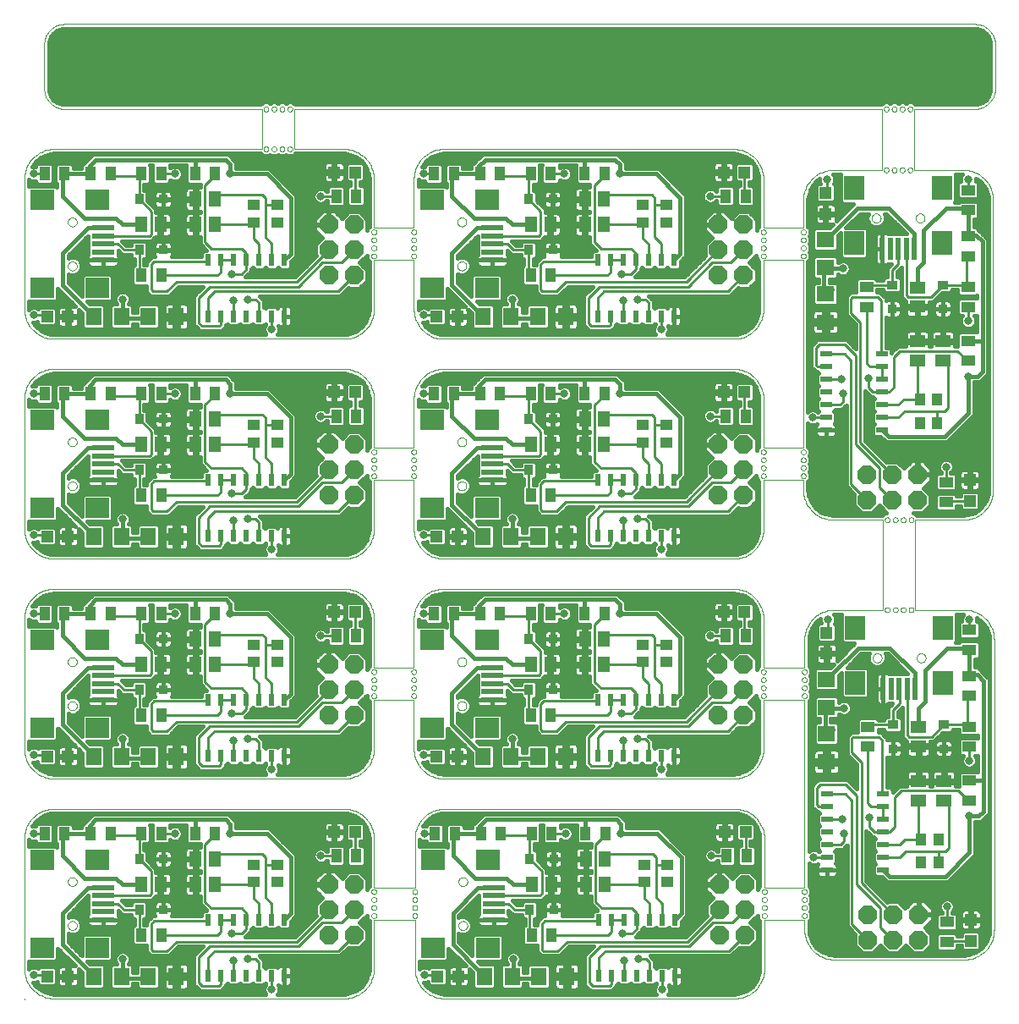
<source format=gtl>
G75*
G70*
%OFA0B0*%
%FSLAX24Y24*%
%IPPOS*%
%LPD*%
%AMOC8*
5,1,8,0,0,1.08239X$1,22.5*
%
%ADD10C,0.0000*%
%ADD11R,0.0433X0.0551*%
%ADD12R,0.0472X0.0472*%
%ADD13OC8,0.0740*%
%ADD14R,0.0945X0.0787*%
%ADD15R,0.0909X0.0197*%
%ADD16R,0.0236X0.0472*%
%ADD17R,0.0354X0.0433*%
%ADD18R,0.0354X0.0354*%
%ADD19R,0.0630X0.0709*%
%ADD20R,0.0512X0.0591*%
%ADD21R,0.0472X0.0433*%
%ADD22R,0.0551X0.0433*%
%ADD23R,0.0787X0.0945*%
%ADD24R,0.0197X0.0909*%
%ADD25R,0.0472X0.0236*%
%ADD26R,0.0433X0.0354*%
%ADD27R,0.0709X0.0630*%
%ADD28R,0.0591X0.0512*%
%ADD29R,0.0433X0.0472*%
%ADD30C,0.0160*%
%ADD31C,0.0317*%
%ADD32C,0.0100*%
%ADD33C,0.0180*%
%ADD34C,0.0356*%
D10*
X000436Y000386D02*
X000436Y000425D01*
X001617Y000425D02*
X013034Y000425D01*
X013100Y000427D01*
X013166Y000432D01*
X013232Y000442D01*
X013297Y000455D01*
X013361Y000471D01*
X013424Y000491D01*
X013486Y000515D01*
X013546Y000542D01*
X013605Y000572D01*
X013662Y000606D01*
X013717Y000643D01*
X013770Y000683D01*
X013821Y000725D01*
X013869Y000771D01*
X013915Y000819D01*
X013957Y000870D01*
X013997Y000923D01*
X014034Y000978D01*
X014068Y001035D01*
X014098Y001094D01*
X014125Y001154D01*
X014149Y001216D01*
X014169Y001279D01*
X014185Y001343D01*
X014198Y001408D01*
X014208Y001474D01*
X014213Y001540D01*
X014215Y001606D01*
X014216Y001606D02*
X014216Y003535D01*
X015830Y003535D01*
X015830Y001606D01*
X015832Y001540D01*
X015837Y001474D01*
X015847Y001408D01*
X015860Y001343D01*
X015876Y001279D01*
X015896Y001216D01*
X015920Y001154D01*
X015947Y001094D01*
X015977Y001035D01*
X016011Y000978D01*
X016048Y000923D01*
X016088Y000870D01*
X016130Y000819D01*
X016176Y000771D01*
X016224Y000725D01*
X016275Y000683D01*
X016328Y000643D01*
X016383Y000606D01*
X016440Y000572D01*
X016499Y000542D01*
X016559Y000515D01*
X016621Y000491D01*
X016684Y000471D01*
X016748Y000455D01*
X016813Y000442D01*
X016879Y000432D01*
X016945Y000427D01*
X017011Y000425D01*
X028428Y000425D01*
X028494Y000427D01*
X028560Y000432D01*
X028626Y000442D01*
X028691Y000455D01*
X028755Y000471D01*
X028818Y000491D01*
X028880Y000515D01*
X028940Y000542D01*
X028999Y000572D01*
X029056Y000606D01*
X029111Y000643D01*
X029164Y000683D01*
X029215Y000725D01*
X029263Y000771D01*
X029309Y000819D01*
X029351Y000870D01*
X029391Y000923D01*
X029428Y000978D01*
X029462Y001035D01*
X029492Y001094D01*
X029519Y001154D01*
X029543Y001216D01*
X029563Y001279D01*
X029579Y001343D01*
X029592Y001408D01*
X029602Y001474D01*
X029607Y001540D01*
X029609Y001606D01*
X029609Y003535D01*
X031184Y003535D01*
X031184Y003142D01*
X031086Y003693D02*
X031088Y003712D01*
X031093Y003731D01*
X031103Y003747D01*
X031115Y003762D01*
X031130Y003774D01*
X031146Y003784D01*
X031165Y003789D01*
X031184Y003791D01*
X031203Y003789D01*
X031222Y003784D01*
X031238Y003774D01*
X031253Y003762D01*
X031265Y003747D01*
X031275Y003731D01*
X031280Y003712D01*
X031282Y003693D01*
X031280Y003674D01*
X031275Y003655D01*
X031265Y003639D01*
X031253Y003624D01*
X031238Y003612D01*
X031222Y003602D01*
X031203Y003597D01*
X031184Y003595D01*
X031165Y003597D01*
X031146Y003602D01*
X031130Y003612D01*
X031115Y003624D01*
X031103Y003639D01*
X031093Y003655D01*
X031088Y003674D01*
X031086Y003693D01*
X031086Y004008D02*
X031088Y004027D01*
X031093Y004046D01*
X031103Y004062D01*
X031115Y004077D01*
X031130Y004089D01*
X031146Y004099D01*
X031165Y004104D01*
X031184Y004106D01*
X031203Y004104D01*
X031222Y004099D01*
X031238Y004089D01*
X031253Y004077D01*
X031265Y004062D01*
X031275Y004046D01*
X031280Y004027D01*
X031282Y004008D01*
X031280Y003989D01*
X031275Y003970D01*
X031265Y003954D01*
X031253Y003939D01*
X031238Y003927D01*
X031222Y003917D01*
X031203Y003912D01*
X031184Y003910D01*
X031165Y003912D01*
X031146Y003917D01*
X031130Y003927D01*
X031115Y003939D01*
X031103Y003954D01*
X031093Y003970D01*
X031088Y003989D01*
X031086Y004008D01*
X031086Y004323D02*
X031088Y004342D01*
X031093Y004361D01*
X031103Y004377D01*
X031115Y004392D01*
X031130Y004404D01*
X031146Y004414D01*
X031165Y004419D01*
X031184Y004421D01*
X031203Y004419D01*
X031222Y004414D01*
X031238Y004404D01*
X031253Y004392D01*
X031265Y004377D01*
X031275Y004361D01*
X031280Y004342D01*
X031282Y004323D01*
X031280Y004304D01*
X031275Y004285D01*
X031265Y004269D01*
X031253Y004254D01*
X031238Y004242D01*
X031222Y004232D01*
X031203Y004227D01*
X031184Y004225D01*
X031165Y004227D01*
X031146Y004232D01*
X031130Y004242D01*
X031115Y004254D01*
X031103Y004269D01*
X031093Y004285D01*
X031088Y004304D01*
X031086Y004323D01*
X031086Y004638D02*
X031088Y004657D01*
X031093Y004676D01*
X031103Y004692D01*
X031115Y004707D01*
X031130Y004719D01*
X031146Y004729D01*
X031165Y004734D01*
X031184Y004736D01*
X031203Y004734D01*
X031222Y004729D01*
X031238Y004719D01*
X031253Y004707D01*
X031265Y004692D01*
X031275Y004676D01*
X031280Y004657D01*
X031282Y004638D01*
X031280Y004619D01*
X031275Y004600D01*
X031265Y004584D01*
X031253Y004569D01*
X031238Y004557D01*
X031222Y004547D01*
X031203Y004542D01*
X031184Y004540D01*
X031165Y004542D01*
X031146Y004547D01*
X031130Y004557D01*
X031115Y004569D01*
X031103Y004584D01*
X031093Y004600D01*
X031088Y004619D01*
X031086Y004638D01*
X031184Y004795D02*
X029609Y004795D01*
X029609Y006724D01*
X029607Y006790D01*
X029602Y006856D01*
X029592Y006922D01*
X029579Y006987D01*
X029563Y007051D01*
X029543Y007114D01*
X029519Y007176D01*
X029492Y007236D01*
X029462Y007295D01*
X029428Y007352D01*
X029391Y007407D01*
X029351Y007460D01*
X029309Y007511D01*
X029263Y007559D01*
X029215Y007605D01*
X029164Y007647D01*
X029111Y007687D01*
X029056Y007724D01*
X028999Y007758D01*
X028940Y007788D01*
X028880Y007815D01*
X028818Y007839D01*
X028755Y007859D01*
X028691Y007875D01*
X028626Y007888D01*
X028560Y007898D01*
X028494Y007903D01*
X028428Y007905D01*
X017011Y007905D01*
X016945Y007903D01*
X016879Y007898D01*
X016813Y007888D01*
X016748Y007875D01*
X016684Y007859D01*
X016621Y007839D01*
X016559Y007815D01*
X016499Y007788D01*
X016440Y007758D01*
X016383Y007724D01*
X016328Y007687D01*
X016275Y007647D01*
X016224Y007605D01*
X016176Y007559D01*
X016130Y007511D01*
X016088Y007460D01*
X016048Y007407D01*
X016011Y007352D01*
X015977Y007295D01*
X015947Y007236D01*
X015920Y007176D01*
X015896Y007114D01*
X015876Y007051D01*
X015860Y006987D01*
X015847Y006922D01*
X015837Y006856D01*
X015832Y006790D01*
X015830Y006724D01*
X015830Y004795D01*
X014216Y004795D01*
X014216Y006724D01*
X014215Y006724D02*
X014213Y006790D01*
X014208Y006856D01*
X014198Y006922D01*
X014185Y006987D01*
X014169Y007051D01*
X014149Y007114D01*
X014125Y007176D01*
X014098Y007236D01*
X014068Y007295D01*
X014034Y007352D01*
X013997Y007407D01*
X013957Y007460D01*
X013915Y007511D01*
X013869Y007559D01*
X013821Y007605D01*
X013770Y007647D01*
X013717Y007687D01*
X013662Y007724D01*
X013605Y007758D01*
X013546Y007788D01*
X013486Y007815D01*
X013424Y007839D01*
X013361Y007859D01*
X013297Y007875D01*
X013232Y007888D01*
X013166Y007898D01*
X013100Y007903D01*
X013034Y007905D01*
X001617Y007905D01*
X001551Y007903D01*
X001485Y007898D01*
X001419Y007888D01*
X001354Y007875D01*
X001290Y007859D01*
X001227Y007839D01*
X001165Y007815D01*
X001105Y007788D01*
X001046Y007758D01*
X000989Y007724D01*
X000934Y007687D01*
X000881Y007647D01*
X000830Y007605D01*
X000782Y007559D01*
X000736Y007511D01*
X000694Y007460D01*
X000654Y007407D01*
X000617Y007352D01*
X000583Y007295D01*
X000553Y007236D01*
X000526Y007176D01*
X000502Y007114D01*
X000482Y007051D01*
X000466Y006987D01*
X000453Y006922D01*
X000443Y006856D01*
X000438Y006790D01*
X000436Y006724D01*
X000436Y001606D01*
X000438Y001540D01*
X000443Y001474D01*
X000453Y001408D01*
X000466Y001343D01*
X000482Y001279D01*
X000502Y001216D01*
X000526Y001154D01*
X000553Y001094D01*
X000583Y001035D01*
X000617Y000978D01*
X000654Y000923D01*
X000694Y000870D01*
X000736Y000819D01*
X000782Y000771D01*
X000830Y000725D01*
X000881Y000683D01*
X000934Y000643D01*
X000989Y000606D01*
X001046Y000572D01*
X001105Y000542D01*
X001165Y000515D01*
X001227Y000491D01*
X001290Y000471D01*
X001354Y000455D01*
X001419Y000442D01*
X001485Y000432D01*
X001551Y000427D01*
X001617Y000425D01*
X002153Y003299D02*
X002155Y003325D01*
X002161Y003351D01*
X002171Y003376D01*
X002184Y003399D01*
X002200Y003419D01*
X002220Y003437D01*
X002242Y003452D01*
X002265Y003464D01*
X002291Y003472D01*
X002317Y003476D01*
X002343Y003476D01*
X002369Y003472D01*
X002395Y003464D01*
X002419Y003452D01*
X002440Y003437D01*
X002460Y003419D01*
X002476Y003399D01*
X002489Y003376D01*
X002499Y003351D01*
X002505Y003325D01*
X002507Y003299D01*
X002505Y003273D01*
X002499Y003247D01*
X002489Y003222D01*
X002476Y003199D01*
X002460Y003179D01*
X002440Y003161D01*
X002418Y003146D01*
X002395Y003134D01*
X002369Y003126D01*
X002343Y003122D01*
X002317Y003122D01*
X002291Y003126D01*
X002265Y003134D01*
X002241Y003146D01*
X002220Y003161D01*
X002200Y003179D01*
X002184Y003199D01*
X002171Y003222D01*
X002161Y003247D01*
X002155Y003273D01*
X002153Y003299D01*
X002153Y005031D02*
X002155Y005057D01*
X002161Y005083D01*
X002171Y005108D01*
X002184Y005131D01*
X002200Y005151D01*
X002220Y005169D01*
X002242Y005184D01*
X002265Y005196D01*
X002291Y005204D01*
X002317Y005208D01*
X002343Y005208D01*
X002369Y005204D01*
X002395Y005196D01*
X002419Y005184D01*
X002440Y005169D01*
X002460Y005151D01*
X002476Y005131D01*
X002489Y005108D01*
X002499Y005083D01*
X002505Y005057D01*
X002507Y005031D01*
X002505Y005005D01*
X002499Y004979D01*
X002489Y004954D01*
X002476Y004931D01*
X002460Y004911D01*
X002440Y004893D01*
X002418Y004878D01*
X002395Y004866D01*
X002369Y004858D01*
X002343Y004854D01*
X002317Y004854D01*
X002291Y004858D01*
X002265Y004866D01*
X002241Y004878D01*
X002220Y004893D01*
X002200Y004911D01*
X002184Y004931D01*
X002171Y004954D01*
X002161Y004979D01*
X002155Y005005D01*
X002153Y005031D01*
X001617Y009086D02*
X013034Y009086D01*
X013034Y009087D02*
X013100Y009089D01*
X013166Y009094D01*
X013232Y009104D01*
X013297Y009117D01*
X013361Y009133D01*
X013424Y009153D01*
X013486Y009177D01*
X013546Y009204D01*
X013605Y009234D01*
X013662Y009268D01*
X013717Y009305D01*
X013770Y009345D01*
X013821Y009387D01*
X013869Y009433D01*
X013915Y009481D01*
X013957Y009532D01*
X013997Y009585D01*
X014034Y009640D01*
X014068Y009697D01*
X014098Y009756D01*
X014125Y009816D01*
X014149Y009878D01*
X014169Y009941D01*
X014185Y010005D01*
X014198Y010070D01*
X014208Y010136D01*
X014213Y010202D01*
X014215Y010268D01*
X014216Y010268D02*
X014216Y012197D01*
X015790Y012197D01*
X015790Y010268D01*
X015792Y010202D01*
X015797Y010136D01*
X015807Y010070D01*
X015820Y010005D01*
X015836Y009941D01*
X015856Y009878D01*
X015880Y009816D01*
X015907Y009756D01*
X015937Y009697D01*
X015971Y009640D01*
X016008Y009585D01*
X016048Y009532D01*
X016090Y009481D01*
X016136Y009433D01*
X016184Y009387D01*
X016235Y009345D01*
X016288Y009305D01*
X016343Y009268D01*
X016400Y009234D01*
X016459Y009204D01*
X016519Y009177D01*
X016581Y009153D01*
X016644Y009133D01*
X016708Y009117D01*
X016773Y009104D01*
X016839Y009094D01*
X016905Y009089D01*
X016971Y009087D01*
X016971Y009086D02*
X028389Y009086D01*
X028389Y009087D02*
X028455Y009089D01*
X028521Y009094D01*
X028587Y009104D01*
X028652Y009117D01*
X028716Y009133D01*
X028779Y009153D01*
X028841Y009177D01*
X028901Y009204D01*
X028960Y009234D01*
X029017Y009268D01*
X029072Y009305D01*
X029125Y009345D01*
X029176Y009387D01*
X029224Y009433D01*
X029270Y009481D01*
X029312Y009532D01*
X029352Y009585D01*
X029389Y009640D01*
X029423Y009697D01*
X029453Y009756D01*
X029480Y009816D01*
X029504Y009878D01*
X029524Y009941D01*
X029540Y010005D01*
X029553Y010070D01*
X029563Y010136D01*
X029568Y010202D01*
X029570Y010268D01*
X029570Y012197D01*
X031184Y012197D01*
X031184Y004795D01*
X029511Y004638D02*
X029513Y004657D01*
X029518Y004676D01*
X029528Y004692D01*
X029540Y004707D01*
X029555Y004719D01*
X029571Y004729D01*
X029590Y004734D01*
X029609Y004736D01*
X029628Y004734D01*
X029647Y004729D01*
X029663Y004719D01*
X029678Y004707D01*
X029690Y004692D01*
X029700Y004676D01*
X029705Y004657D01*
X029707Y004638D01*
X029705Y004619D01*
X029700Y004600D01*
X029690Y004584D01*
X029678Y004569D01*
X029663Y004557D01*
X029647Y004547D01*
X029628Y004542D01*
X029609Y004540D01*
X029590Y004542D01*
X029571Y004547D01*
X029555Y004557D01*
X029540Y004569D01*
X029528Y004584D01*
X029518Y004600D01*
X029513Y004619D01*
X029511Y004638D01*
X029511Y004323D02*
X029513Y004342D01*
X029518Y004361D01*
X029528Y004377D01*
X029540Y004392D01*
X029555Y004404D01*
X029571Y004414D01*
X029590Y004419D01*
X029609Y004421D01*
X029628Y004419D01*
X029647Y004414D01*
X029663Y004404D01*
X029678Y004392D01*
X029690Y004377D01*
X029700Y004361D01*
X029705Y004342D01*
X029707Y004323D01*
X029705Y004304D01*
X029700Y004285D01*
X029690Y004269D01*
X029678Y004254D01*
X029663Y004242D01*
X029647Y004232D01*
X029628Y004227D01*
X029609Y004225D01*
X029590Y004227D01*
X029571Y004232D01*
X029555Y004242D01*
X029540Y004254D01*
X029528Y004269D01*
X029518Y004285D01*
X029513Y004304D01*
X029511Y004323D01*
X029511Y004008D02*
X029513Y004027D01*
X029518Y004046D01*
X029528Y004062D01*
X029540Y004077D01*
X029555Y004089D01*
X029571Y004099D01*
X029590Y004104D01*
X029609Y004106D01*
X029628Y004104D01*
X029647Y004099D01*
X029663Y004089D01*
X029678Y004077D01*
X029690Y004062D01*
X029700Y004046D01*
X029705Y004027D01*
X029707Y004008D01*
X029705Y003989D01*
X029700Y003970D01*
X029690Y003954D01*
X029678Y003939D01*
X029663Y003927D01*
X029647Y003917D01*
X029628Y003912D01*
X029609Y003910D01*
X029590Y003912D01*
X029571Y003917D01*
X029555Y003927D01*
X029540Y003939D01*
X029528Y003954D01*
X029518Y003970D01*
X029513Y003989D01*
X029511Y004008D01*
X029511Y003693D02*
X029513Y003712D01*
X029518Y003731D01*
X029528Y003747D01*
X029540Y003762D01*
X029555Y003774D01*
X029571Y003784D01*
X029590Y003789D01*
X029609Y003791D01*
X029628Y003789D01*
X029647Y003784D01*
X029663Y003774D01*
X029678Y003762D01*
X029690Y003747D01*
X029700Y003731D01*
X029705Y003712D01*
X029707Y003693D01*
X029705Y003674D01*
X029700Y003655D01*
X029690Y003639D01*
X029678Y003624D01*
X029663Y003612D01*
X029647Y003602D01*
X029628Y003597D01*
X029609Y003595D01*
X029590Y003597D01*
X029571Y003602D01*
X029555Y003612D01*
X029540Y003624D01*
X029528Y003639D01*
X029518Y003655D01*
X029513Y003674D01*
X029511Y003693D01*
X031184Y003142D02*
X031186Y003076D01*
X031191Y003010D01*
X031201Y002944D01*
X031214Y002879D01*
X031230Y002815D01*
X031250Y002752D01*
X031274Y002690D01*
X031301Y002630D01*
X031331Y002571D01*
X031365Y002514D01*
X031402Y002459D01*
X031442Y002406D01*
X031484Y002355D01*
X031530Y002307D01*
X031578Y002261D01*
X031629Y002219D01*
X031682Y002179D01*
X031737Y002142D01*
X031794Y002108D01*
X031853Y002078D01*
X031913Y002051D01*
X031975Y002027D01*
X032038Y002007D01*
X032102Y001991D01*
X032167Y001978D01*
X032233Y001968D01*
X032299Y001963D01*
X032365Y001961D01*
X032365Y001960D02*
X037483Y001960D01*
X037483Y001961D02*
X037549Y001963D01*
X037615Y001968D01*
X037681Y001978D01*
X037746Y001991D01*
X037810Y002007D01*
X037873Y002027D01*
X037935Y002051D01*
X037995Y002078D01*
X038054Y002108D01*
X038111Y002142D01*
X038166Y002179D01*
X038219Y002219D01*
X038270Y002261D01*
X038318Y002307D01*
X038364Y002355D01*
X038406Y002406D01*
X038446Y002459D01*
X038483Y002514D01*
X038517Y002571D01*
X038547Y002630D01*
X038574Y002690D01*
X038598Y002752D01*
X038618Y002815D01*
X038634Y002879D01*
X038647Y002944D01*
X038657Y003010D01*
X038662Y003076D01*
X038664Y003142D01*
X038664Y014559D01*
X038662Y014625D01*
X038657Y014691D01*
X038647Y014757D01*
X038634Y014822D01*
X038618Y014886D01*
X038598Y014949D01*
X038574Y015011D01*
X038547Y015071D01*
X038517Y015130D01*
X038483Y015187D01*
X038446Y015242D01*
X038406Y015295D01*
X038364Y015346D01*
X038318Y015394D01*
X038270Y015440D01*
X038219Y015482D01*
X038166Y015522D01*
X038111Y015559D01*
X038054Y015593D01*
X037995Y015623D01*
X037935Y015650D01*
X037873Y015674D01*
X037810Y015694D01*
X037746Y015710D01*
X037681Y015723D01*
X037615Y015733D01*
X037549Y015738D01*
X037483Y015740D01*
X035554Y015740D01*
X035554Y019283D01*
X037444Y019283D01*
X037510Y019285D01*
X037576Y019290D01*
X037642Y019300D01*
X037707Y019313D01*
X037771Y019329D01*
X037834Y019349D01*
X037896Y019373D01*
X037956Y019400D01*
X038015Y019430D01*
X038072Y019464D01*
X038127Y019501D01*
X038180Y019541D01*
X038231Y019583D01*
X038279Y019629D01*
X038325Y019677D01*
X038367Y019728D01*
X038407Y019781D01*
X038444Y019836D01*
X038478Y019893D01*
X038508Y019952D01*
X038535Y020012D01*
X038559Y020074D01*
X038579Y020137D01*
X038595Y020201D01*
X038608Y020266D01*
X038618Y020332D01*
X038623Y020398D01*
X038625Y020464D01*
X038625Y031882D01*
X038623Y031948D01*
X038618Y032014D01*
X038608Y032080D01*
X038595Y032145D01*
X038579Y032209D01*
X038559Y032272D01*
X038535Y032334D01*
X038508Y032394D01*
X038478Y032453D01*
X038444Y032510D01*
X038407Y032565D01*
X038367Y032618D01*
X038325Y032669D01*
X038279Y032717D01*
X038231Y032763D01*
X038180Y032805D01*
X038127Y032845D01*
X038072Y032882D01*
X038015Y032916D01*
X037956Y032946D01*
X037896Y032973D01*
X037834Y032997D01*
X037771Y033017D01*
X037707Y033033D01*
X037642Y033046D01*
X037576Y033056D01*
X037510Y033061D01*
X037444Y033063D01*
X035515Y033063D01*
X035515Y035464D01*
X037916Y035464D01*
X037916Y035465D02*
X037970Y035467D01*
X038023Y035472D01*
X038076Y035481D01*
X038128Y035494D01*
X038180Y035510D01*
X038230Y035530D01*
X038278Y035553D01*
X038325Y035580D01*
X038370Y035609D01*
X038413Y035642D01*
X038453Y035677D01*
X038491Y035715D01*
X038526Y035755D01*
X038559Y035798D01*
X038588Y035843D01*
X038615Y035890D01*
X038638Y035938D01*
X038658Y035988D01*
X038674Y036040D01*
X038687Y036092D01*
X038696Y036145D01*
X038701Y036198D01*
X038703Y036252D01*
X038704Y036252D02*
X038704Y038023D01*
X038703Y038023D02*
X038701Y038077D01*
X038696Y038130D01*
X038687Y038183D01*
X038674Y038235D01*
X038658Y038287D01*
X038638Y038337D01*
X038615Y038385D01*
X038588Y038432D01*
X038559Y038477D01*
X038526Y038520D01*
X038491Y038560D01*
X038453Y038598D01*
X038413Y038633D01*
X038370Y038666D01*
X038325Y038695D01*
X038278Y038722D01*
X038230Y038745D01*
X038180Y038765D01*
X038128Y038781D01*
X038076Y038794D01*
X038023Y038803D01*
X037970Y038808D01*
X037916Y038810D01*
X037916Y038811D02*
X002011Y038811D01*
X002011Y038810D02*
X001957Y038808D01*
X001904Y038803D01*
X001851Y038794D01*
X001799Y038781D01*
X001747Y038765D01*
X001697Y038745D01*
X001649Y038722D01*
X001602Y038695D01*
X001557Y038666D01*
X001514Y038633D01*
X001474Y038598D01*
X001436Y038560D01*
X001401Y038520D01*
X001368Y038477D01*
X001339Y038432D01*
X001312Y038385D01*
X001289Y038337D01*
X001269Y038287D01*
X001253Y038235D01*
X001240Y038183D01*
X001231Y038130D01*
X001226Y038077D01*
X001224Y038023D01*
X001223Y038023D02*
X001223Y036252D01*
X001224Y036252D02*
X001226Y036198D01*
X001231Y036145D01*
X001240Y036092D01*
X001253Y036040D01*
X001269Y035988D01*
X001289Y035938D01*
X001312Y035890D01*
X001339Y035843D01*
X001368Y035798D01*
X001401Y035755D01*
X001436Y035715D01*
X001474Y035677D01*
X001514Y035642D01*
X001557Y035609D01*
X001602Y035580D01*
X001649Y035553D01*
X001697Y035530D01*
X001747Y035510D01*
X001799Y035494D01*
X001851Y035481D01*
X001904Y035472D01*
X001957Y035467D01*
X002011Y035465D01*
X002011Y035464D02*
X009806Y035464D01*
X009806Y033890D01*
X001617Y033890D01*
X001617Y033889D02*
X001551Y033887D01*
X001485Y033882D01*
X001419Y033872D01*
X001354Y033859D01*
X001290Y033843D01*
X001227Y033823D01*
X001165Y033799D01*
X001105Y033772D01*
X001046Y033742D01*
X000989Y033708D01*
X000934Y033671D01*
X000881Y033631D01*
X000830Y033589D01*
X000782Y033543D01*
X000736Y033495D01*
X000694Y033444D01*
X000654Y033391D01*
X000617Y033336D01*
X000583Y033279D01*
X000553Y033220D01*
X000526Y033160D01*
X000502Y033098D01*
X000482Y033035D01*
X000466Y032971D01*
X000453Y032906D01*
X000443Y032840D01*
X000438Y032774D01*
X000436Y032708D01*
X000436Y027590D01*
X000438Y027524D01*
X000443Y027458D01*
X000453Y027392D01*
X000466Y027327D01*
X000482Y027263D01*
X000502Y027200D01*
X000526Y027138D01*
X000553Y027078D01*
X000583Y027019D01*
X000617Y026962D01*
X000654Y026907D01*
X000694Y026854D01*
X000736Y026803D01*
X000782Y026755D01*
X000830Y026709D01*
X000881Y026667D01*
X000934Y026627D01*
X000989Y026590D01*
X001046Y026556D01*
X001105Y026526D01*
X001165Y026499D01*
X001227Y026475D01*
X001290Y026455D01*
X001354Y026439D01*
X001419Y026426D01*
X001485Y026416D01*
X001551Y026411D01*
X001617Y026409D01*
X013034Y026409D01*
X013034Y025228D02*
X001617Y025228D01*
X001551Y025226D01*
X001485Y025221D01*
X001419Y025211D01*
X001354Y025198D01*
X001290Y025182D01*
X001227Y025162D01*
X001165Y025138D01*
X001105Y025111D01*
X001046Y025081D01*
X000989Y025047D01*
X000934Y025010D01*
X000881Y024970D01*
X000830Y024928D01*
X000782Y024882D01*
X000736Y024834D01*
X000694Y024783D01*
X000654Y024730D01*
X000617Y024675D01*
X000583Y024618D01*
X000553Y024559D01*
X000526Y024499D01*
X000502Y024437D01*
X000482Y024374D01*
X000466Y024310D01*
X000453Y024245D01*
X000443Y024179D01*
X000438Y024113D01*
X000436Y024047D01*
X000436Y018929D01*
X000438Y018863D01*
X000443Y018797D01*
X000453Y018731D01*
X000466Y018666D01*
X000482Y018602D01*
X000502Y018539D01*
X000526Y018477D01*
X000553Y018417D01*
X000583Y018358D01*
X000617Y018301D01*
X000654Y018246D01*
X000694Y018193D01*
X000736Y018142D01*
X000782Y018094D01*
X000830Y018048D01*
X000881Y018006D01*
X000934Y017966D01*
X000989Y017929D01*
X001046Y017895D01*
X001105Y017865D01*
X001165Y017838D01*
X001227Y017814D01*
X001290Y017794D01*
X001354Y017778D01*
X001419Y017765D01*
X001485Y017755D01*
X001551Y017750D01*
X001617Y017748D01*
X013034Y017748D01*
X013100Y017750D01*
X013166Y017755D01*
X013232Y017765D01*
X013297Y017778D01*
X013361Y017794D01*
X013424Y017814D01*
X013486Y017838D01*
X013546Y017865D01*
X013605Y017895D01*
X013662Y017929D01*
X013717Y017966D01*
X013770Y018006D01*
X013821Y018048D01*
X013869Y018094D01*
X013915Y018142D01*
X013957Y018193D01*
X013997Y018246D01*
X014034Y018301D01*
X014068Y018358D01*
X014098Y018417D01*
X014125Y018477D01*
X014149Y018539D01*
X014169Y018602D01*
X014185Y018666D01*
X014198Y018731D01*
X014208Y018797D01*
X014213Y018863D01*
X014215Y018929D01*
X014216Y018929D02*
X014216Y020858D01*
X015790Y020858D01*
X015790Y018929D01*
X015792Y018863D01*
X015797Y018797D01*
X015807Y018731D01*
X015820Y018666D01*
X015836Y018602D01*
X015856Y018539D01*
X015880Y018477D01*
X015907Y018417D01*
X015937Y018358D01*
X015971Y018301D01*
X016008Y018246D01*
X016048Y018193D01*
X016090Y018142D01*
X016136Y018094D01*
X016184Y018048D01*
X016235Y018006D01*
X016288Y017966D01*
X016343Y017929D01*
X016400Y017895D01*
X016459Y017865D01*
X016519Y017838D01*
X016581Y017814D01*
X016644Y017794D01*
X016708Y017778D01*
X016773Y017765D01*
X016839Y017755D01*
X016905Y017750D01*
X016971Y017748D01*
X028389Y017748D01*
X028455Y017750D01*
X028521Y017755D01*
X028587Y017765D01*
X028652Y017778D01*
X028716Y017794D01*
X028779Y017814D01*
X028841Y017838D01*
X028901Y017865D01*
X028960Y017895D01*
X029017Y017929D01*
X029072Y017966D01*
X029125Y018006D01*
X029176Y018048D01*
X029224Y018094D01*
X029270Y018142D01*
X029312Y018193D01*
X029352Y018246D01*
X029389Y018301D01*
X029423Y018358D01*
X029453Y018417D01*
X029480Y018477D01*
X029504Y018539D01*
X029524Y018602D01*
X029540Y018666D01*
X029553Y018731D01*
X029563Y018797D01*
X029568Y018863D01*
X029570Y018929D01*
X029570Y020858D01*
X031145Y020858D01*
X031145Y020464D01*
X031047Y021016D02*
X031049Y021035D01*
X031054Y021054D01*
X031064Y021070D01*
X031076Y021085D01*
X031091Y021097D01*
X031107Y021107D01*
X031126Y021112D01*
X031145Y021114D01*
X031164Y021112D01*
X031183Y021107D01*
X031199Y021097D01*
X031214Y021085D01*
X031226Y021070D01*
X031236Y021054D01*
X031241Y021035D01*
X031243Y021016D01*
X031241Y020997D01*
X031236Y020978D01*
X031226Y020962D01*
X031214Y020947D01*
X031199Y020935D01*
X031183Y020925D01*
X031164Y020920D01*
X031145Y020918D01*
X031126Y020920D01*
X031107Y020925D01*
X031091Y020935D01*
X031076Y020947D01*
X031064Y020962D01*
X031054Y020978D01*
X031049Y020997D01*
X031047Y021016D01*
X031047Y021331D02*
X031049Y021350D01*
X031054Y021369D01*
X031064Y021385D01*
X031076Y021400D01*
X031091Y021412D01*
X031107Y021422D01*
X031126Y021427D01*
X031145Y021429D01*
X031164Y021427D01*
X031183Y021422D01*
X031199Y021412D01*
X031214Y021400D01*
X031226Y021385D01*
X031236Y021369D01*
X031241Y021350D01*
X031243Y021331D01*
X031241Y021312D01*
X031236Y021293D01*
X031226Y021277D01*
X031214Y021262D01*
X031199Y021250D01*
X031183Y021240D01*
X031164Y021235D01*
X031145Y021233D01*
X031126Y021235D01*
X031107Y021240D01*
X031091Y021250D01*
X031076Y021262D01*
X031064Y021277D01*
X031054Y021293D01*
X031049Y021312D01*
X031047Y021331D01*
X031047Y021645D02*
X031049Y021664D01*
X031054Y021683D01*
X031064Y021699D01*
X031076Y021714D01*
X031091Y021726D01*
X031107Y021736D01*
X031126Y021741D01*
X031145Y021743D01*
X031164Y021741D01*
X031183Y021736D01*
X031199Y021726D01*
X031214Y021714D01*
X031226Y021699D01*
X031236Y021683D01*
X031241Y021664D01*
X031243Y021645D01*
X031241Y021626D01*
X031236Y021607D01*
X031226Y021591D01*
X031214Y021576D01*
X031199Y021564D01*
X031183Y021554D01*
X031164Y021549D01*
X031145Y021547D01*
X031126Y021549D01*
X031107Y021554D01*
X031091Y021564D01*
X031076Y021576D01*
X031064Y021591D01*
X031054Y021607D01*
X031049Y021626D01*
X031047Y021645D01*
X031047Y021960D02*
X031049Y021979D01*
X031054Y021998D01*
X031064Y022014D01*
X031076Y022029D01*
X031091Y022041D01*
X031107Y022051D01*
X031126Y022056D01*
X031145Y022058D01*
X031164Y022056D01*
X031183Y022051D01*
X031199Y022041D01*
X031214Y022029D01*
X031226Y022014D01*
X031236Y021998D01*
X031241Y021979D01*
X031243Y021960D01*
X031241Y021941D01*
X031236Y021922D01*
X031226Y021906D01*
X031214Y021891D01*
X031199Y021879D01*
X031183Y021869D01*
X031164Y021864D01*
X031145Y021862D01*
X031126Y021864D01*
X031107Y021869D01*
X031091Y021879D01*
X031076Y021891D01*
X031064Y021906D01*
X031054Y021922D01*
X031049Y021941D01*
X031047Y021960D01*
X031145Y022118D02*
X029570Y022118D01*
X029570Y024047D01*
X029568Y024113D01*
X029563Y024179D01*
X029553Y024245D01*
X029540Y024310D01*
X029524Y024374D01*
X029504Y024437D01*
X029480Y024499D01*
X029453Y024559D01*
X029423Y024618D01*
X029389Y024675D01*
X029352Y024730D01*
X029312Y024783D01*
X029270Y024834D01*
X029224Y024882D01*
X029176Y024928D01*
X029125Y024970D01*
X029072Y025010D01*
X029017Y025047D01*
X028960Y025081D01*
X028901Y025111D01*
X028841Y025138D01*
X028779Y025162D01*
X028716Y025182D01*
X028652Y025198D01*
X028587Y025211D01*
X028521Y025221D01*
X028455Y025226D01*
X028389Y025228D01*
X016971Y025228D01*
X016905Y025226D01*
X016839Y025221D01*
X016773Y025211D01*
X016708Y025198D01*
X016644Y025182D01*
X016581Y025162D01*
X016519Y025138D01*
X016459Y025111D01*
X016400Y025081D01*
X016343Y025047D01*
X016288Y025010D01*
X016235Y024970D01*
X016184Y024928D01*
X016136Y024882D01*
X016090Y024834D01*
X016048Y024783D01*
X016008Y024730D01*
X015971Y024675D01*
X015937Y024618D01*
X015907Y024559D01*
X015880Y024499D01*
X015856Y024437D01*
X015836Y024374D01*
X015820Y024310D01*
X015807Y024245D01*
X015797Y024179D01*
X015792Y024113D01*
X015790Y024047D01*
X015790Y022118D01*
X014216Y022118D01*
X014216Y024047D01*
X014215Y024047D02*
X014213Y024113D01*
X014208Y024179D01*
X014198Y024245D01*
X014185Y024310D01*
X014169Y024374D01*
X014149Y024437D01*
X014125Y024499D01*
X014098Y024559D01*
X014068Y024618D01*
X014034Y024675D01*
X013997Y024730D01*
X013957Y024783D01*
X013915Y024834D01*
X013869Y024882D01*
X013821Y024928D01*
X013770Y024970D01*
X013717Y025010D01*
X013662Y025047D01*
X013605Y025081D01*
X013546Y025111D01*
X013486Y025138D01*
X013424Y025162D01*
X013361Y025182D01*
X013297Y025198D01*
X013232Y025211D01*
X013166Y025221D01*
X013100Y025226D01*
X013034Y025228D01*
X013034Y026409D02*
X013100Y026411D01*
X013166Y026416D01*
X013232Y026426D01*
X013297Y026439D01*
X013361Y026455D01*
X013424Y026475D01*
X013486Y026499D01*
X013546Y026526D01*
X013605Y026556D01*
X013662Y026590D01*
X013717Y026627D01*
X013770Y026667D01*
X013821Y026709D01*
X013869Y026755D01*
X013915Y026803D01*
X013957Y026854D01*
X013997Y026907D01*
X014034Y026962D01*
X014068Y027019D01*
X014098Y027078D01*
X014125Y027138D01*
X014149Y027200D01*
X014169Y027263D01*
X014185Y027327D01*
X014198Y027392D01*
X014208Y027458D01*
X014213Y027524D01*
X014215Y027590D01*
X014216Y027590D02*
X014216Y029519D01*
X015790Y029519D01*
X015790Y027590D01*
X015792Y027524D01*
X015797Y027458D01*
X015807Y027392D01*
X015820Y027327D01*
X015836Y027263D01*
X015856Y027200D01*
X015880Y027138D01*
X015907Y027078D01*
X015937Y027019D01*
X015971Y026962D01*
X016008Y026907D01*
X016048Y026854D01*
X016090Y026803D01*
X016136Y026755D01*
X016184Y026709D01*
X016235Y026667D01*
X016288Y026627D01*
X016343Y026590D01*
X016400Y026556D01*
X016459Y026526D01*
X016519Y026499D01*
X016581Y026475D01*
X016644Y026455D01*
X016708Y026439D01*
X016773Y026426D01*
X016839Y026416D01*
X016905Y026411D01*
X016971Y026409D01*
X028389Y026409D01*
X028455Y026411D01*
X028521Y026416D01*
X028587Y026426D01*
X028652Y026439D01*
X028716Y026455D01*
X028779Y026475D01*
X028841Y026499D01*
X028901Y026526D01*
X028960Y026556D01*
X029017Y026590D01*
X029072Y026627D01*
X029125Y026667D01*
X029176Y026709D01*
X029224Y026755D01*
X029270Y026803D01*
X029312Y026854D01*
X029352Y026907D01*
X029389Y026962D01*
X029423Y027019D01*
X029453Y027078D01*
X029480Y027138D01*
X029504Y027200D01*
X029524Y027263D01*
X029540Y027327D01*
X029553Y027392D01*
X029563Y027458D01*
X029568Y027524D01*
X029570Y027590D01*
X029570Y029519D01*
X031145Y029519D01*
X031145Y022118D01*
X029472Y021960D02*
X029474Y021979D01*
X029479Y021998D01*
X029489Y022014D01*
X029501Y022029D01*
X029516Y022041D01*
X029532Y022051D01*
X029551Y022056D01*
X029570Y022058D01*
X029589Y022056D01*
X029608Y022051D01*
X029624Y022041D01*
X029639Y022029D01*
X029651Y022014D01*
X029661Y021998D01*
X029666Y021979D01*
X029668Y021960D01*
X029666Y021941D01*
X029661Y021922D01*
X029651Y021906D01*
X029639Y021891D01*
X029624Y021879D01*
X029608Y021869D01*
X029589Y021864D01*
X029570Y021862D01*
X029551Y021864D01*
X029532Y021869D01*
X029516Y021879D01*
X029501Y021891D01*
X029489Y021906D01*
X029479Y021922D01*
X029474Y021941D01*
X029472Y021960D01*
X029472Y021645D02*
X029474Y021664D01*
X029479Y021683D01*
X029489Y021699D01*
X029501Y021714D01*
X029516Y021726D01*
X029532Y021736D01*
X029551Y021741D01*
X029570Y021743D01*
X029589Y021741D01*
X029608Y021736D01*
X029624Y021726D01*
X029639Y021714D01*
X029651Y021699D01*
X029661Y021683D01*
X029666Y021664D01*
X029668Y021645D01*
X029666Y021626D01*
X029661Y021607D01*
X029651Y021591D01*
X029639Y021576D01*
X029624Y021564D01*
X029608Y021554D01*
X029589Y021549D01*
X029570Y021547D01*
X029551Y021549D01*
X029532Y021554D01*
X029516Y021564D01*
X029501Y021576D01*
X029489Y021591D01*
X029479Y021607D01*
X029474Y021626D01*
X029472Y021645D01*
X029472Y021331D02*
X029474Y021350D01*
X029479Y021369D01*
X029489Y021385D01*
X029501Y021400D01*
X029516Y021412D01*
X029532Y021422D01*
X029551Y021427D01*
X029570Y021429D01*
X029589Y021427D01*
X029608Y021422D01*
X029624Y021412D01*
X029639Y021400D01*
X029651Y021385D01*
X029661Y021369D01*
X029666Y021350D01*
X029668Y021331D01*
X029666Y021312D01*
X029661Y021293D01*
X029651Y021277D01*
X029639Y021262D01*
X029624Y021250D01*
X029608Y021240D01*
X029589Y021235D01*
X029570Y021233D01*
X029551Y021235D01*
X029532Y021240D01*
X029516Y021250D01*
X029501Y021262D01*
X029489Y021277D01*
X029479Y021293D01*
X029474Y021312D01*
X029472Y021331D01*
X029472Y021016D02*
X029474Y021035D01*
X029479Y021054D01*
X029489Y021070D01*
X029501Y021085D01*
X029516Y021097D01*
X029532Y021107D01*
X029551Y021112D01*
X029570Y021114D01*
X029589Y021112D01*
X029608Y021107D01*
X029624Y021097D01*
X029639Y021085D01*
X029651Y021070D01*
X029661Y021054D01*
X029666Y021035D01*
X029668Y021016D01*
X029666Y020997D01*
X029661Y020978D01*
X029651Y020962D01*
X029639Y020947D01*
X029624Y020935D01*
X029608Y020925D01*
X029589Y020920D01*
X029570Y020918D01*
X029551Y020920D01*
X029532Y020925D01*
X029516Y020935D01*
X029501Y020947D01*
X029489Y020962D01*
X029479Y020978D01*
X029474Y020997D01*
X029472Y021016D01*
X031145Y020464D02*
X031147Y020398D01*
X031152Y020332D01*
X031162Y020266D01*
X031175Y020201D01*
X031191Y020137D01*
X031211Y020074D01*
X031235Y020012D01*
X031262Y019952D01*
X031292Y019893D01*
X031326Y019836D01*
X031363Y019781D01*
X031403Y019728D01*
X031445Y019677D01*
X031491Y019629D01*
X031539Y019583D01*
X031590Y019541D01*
X031643Y019501D01*
X031698Y019464D01*
X031755Y019430D01*
X031814Y019400D01*
X031874Y019373D01*
X031936Y019349D01*
X031999Y019329D01*
X032063Y019313D01*
X032128Y019300D01*
X032194Y019290D01*
X032260Y019285D01*
X032326Y019283D01*
X034294Y019283D01*
X034294Y015740D01*
X032365Y015740D01*
X032299Y015738D01*
X032233Y015733D01*
X032167Y015723D01*
X032102Y015710D01*
X032038Y015694D01*
X031975Y015674D01*
X031913Y015650D01*
X031853Y015623D01*
X031794Y015593D01*
X031737Y015559D01*
X031682Y015522D01*
X031629Y015482D01*
X031578Y015440D01*
X031530Y015394D01*
X031484Y015346D01*
X031442Y015295D01*
X031402Y015242D01*
X031365Y015187D01*
X031331Y015130D01*
X031301Y015071D01*
X031274Y015011D01*
X031250Y014949D01*
X031230Y014886D01*
X031214Y014822D01*
X031201Y014757D01*
X031191Y014691D01*
X031186Y014625D01*
X031184Y014559D01*
X031184Y013456D01*
X029570Y013456D01*
X029570Y015386D01*
X029568Y015452D01*
X029563Y015518D01*
X029553Y015584D01*
X029540Y015649D01*
X029524Y015713D01*
X029504Y015776D01*
X029480Y015838D01*
X029453Y015898D01*
X029423Y015957D01*
X029389Y016014D01*
X029352Y016069D01*
X029312Y016122D01*
X029270Y016173D01*
X029224Y016221D01*
X029176Y016267D01*
X029125Y016309D01*
X029072Y016349D01*
X029017Y016386D01*
X028960Y016420D01*
X028901Y016450D01*
X028841Y016477D01*
X028779Y016501D01*
X028716Y016521D01*
X028652Y016537D01*
X028587Y016550D01*
X028521Y016560D01*
X028455Y016565D01*
X028389Y016567D01*
X016971Y016567D01*
X016905Y016565D01*
X016839Y016560D01*
X016773Y016550D01*
X016708Y016537D01*
X016644Y016521D01*
X016581Y016501D01*
X016519Y016477D01*
X016459Y016450D01*
X016400Y016420D01*
X016343Y016386D01*
X016288Y016349D01*
X016235Y016309D01*
X016184Y016267D01*
X016136Y016221D01*
X016090Y016173D01*
X016048Y016122D01*
X016008Y016069D01*
X015971Y016014D01*
X015937Y015957D01*
X015907Y015898D01*
X015880Y015838D01*
X015856Y015776D01*
X015836Y015713D01*
X015820Y015649D01*
X015807Y015584D01*
X015797Y015518D01*
X015792Y015452D01*
X015790Y015386D01*
X015790Y013456D01*
X014216Y013456D01*
X014216Y015386D01*
X014215Y015386D02*
X014213Y015452D01*
X014208Y015518D01*
X014198Y015584D01*
X014185Y015649D01*
X014169Y015713D01*
X014149Y015776D01*
X014125Y015838D01*
X014098Y015898D01*
X014068Y015957D01*
X014034Y016014D01*
X013997Y016069D01*
X013957Y016122D01*
X013915Y016173D01*
X013869Y016221D01*
X013821Y016267D01*
X013770Y016309D01*
X013717Y016349D01*
X013662Y016386D01*
X013605Y016420D01*
X013546Y016450D01*
X013486Y016477D01*
X013424Y016501D01*
X013361Y016521D01*
X013297Y016537D01*
X013232Y016550D01*
X013166Y016560D01*
X013100Y016565D01*
X013034Y016567D01*
X001617Y016567D01*
X001551Y016565D01*
X001485Y016560D01*
X001419Y016550D01*
X001354Y016537D01*
X001290Y016521D01*
X001227Y016501D01*
X001165Y016477D01*
X001105Y016450D01*
X001046Y016420D01*
X000989Y016386D01*
X000934Y016349D01*
X000881Y016309D01*
X000830Y016267D01*
X000782Y016221D01*
X000736Y016173D01*
X000694Y016122D01*
X000654Y016069D01*
X000617Y016014D01*
X000583Y015957D01*
X000553Y015898D01*
X000526Y015838D01*
X000502Y015776D01*
X000482Y015713D01*
X000466Y015649D01*
X000453Y015584D01*
X000443Y015518D01*
X000438Y015452D01*
X000436Y015386D01*
X000436Y010268D01*
X000438Y010202D01*
X000443Y010136D01*
X000453Y010070D01*
X000466Y010005D01*
X000482Y009941D01*
X000502Y009878D01*
X000526Y009816D01*
X000553Y009756D01*
X000583Y009697D01*
X000617Y009640D01*
X000654Y009585D01*
X000694Y009532D01*
X000736Y009481D01*
X000782Y009433D01*
X000830Y009387D01*
X000881Y009345D01*
X000934Y009305D01*
X000989Y009268D01*
X001046Y009234D01*
X001105Y009204D01*
X001165Y009177D01*
X001227Y009153D01*
X001290Y009133D01*
X001354Y009117D01*
X001419Y009104D01*
X001485Y009094D01*
X001551Y009089D01*
X001617Y009087D01*
X002153Y011960D02*
X002155Y011986D01*
X002161Y012012D01*
X002171Y012037D01*
X002184Y012060D01*
X002200Y012080D01*
X002220Y012098D01*
X002242Y012113D01*
X002265Y012125D01*
X002291Y012133D01*
X002317Y012137D01*
X002343Y012137D01*
X002369Y012133D01*
X002395Y012125D01*
X002419Y012113D01*
X002440Y012098D01*
X002460Y012080D01*
X002476Y012060D01*
X002489Y012037D01*
X002499Y012012D01*
X002505Y011986D01*
X002507Y011960D01*
X002505Y011934D01*
X002499Y011908D01*
X002489Y011883D01*
X002476Y011860D01*
X002460Y011840D01*
X002440Y011822D01*
X002418Y011807D01*
X002395Y011795D01*
X002369Y011787D01*
X002343Y011783D01*
X002317Y011783D01*
X002291Y011787D01*
X002265Y011795D01*
X002241Y011807D01*
X002220Y011822D01*
X002200Y011840D01*
X002184Y011860D01*
X002171Y011883D01*
X002161Y011908D01*
X002155Y011934D01*
X002153Y011960D01*
X002153Y013693D02*
X002155Y013719D01*
X002161Y013745D01*
X002171Y013770D01*
X002184Y013793D01*
X002200Y013813D01*
X002220Y013831D01*
X002242Y013846D01*
X002265Y013858D01*
X002291Y013866D01*
X002317Y013870D01*
X002343Y013870D01*
X002369Y013866D01*
X002395Y013858D01*
X002419Y013846D01*
X002440Y013831D01*
X002460Y013813D01*
X002476Y013793D01*
X002489Y013770D01*
X002499Y013745D01*
X002505Y013719D01*
X002507Y013693D01*
X002505Y013667D01*
X002499Y013641D01*
X002489Y013616D01*
X002476Y013593D01*
X002460Y013573D01*
X002440Y013555D01*
X002418Y013540D01*
X002395Y013528D01*
X002369Y013520D01*
X002343Y013516D01*
X002317Y013516D01*
X002291Y013520D01*
X002265Y013528D01*
X002241Y013540D01*
X002220Y013555D01*
X002200Y013573D01*
X002184Y013593D01*
X002171Y013616D01*
X002161Y013641D01*
X002155Y013667D01*
X002153Y013693D01*
X002153Y020622D02*
X002155Y020648D01*
X002161Y020674D01*
X002171Y020699D01*
X002184Y020722D01*
X002200Y020742D01*
X002220Y020760D01*
X002242Y020775D01*
X002265Y020787D01*
X002291Y020795D01*
X002317Y020799D01*
X002343Y020799D01*
X002369Y020795D01*
X002395Y020787D01*
X002419Y020775D01*
X002440Y020760D01*
X002460Y020742D01*
X002476Y020722D01*
X002489Y020699D01*
X002499Y020674D01*
X002505Y020648D01*
X002507Y020622D01*
X002505Y020596D01*
X002499Y020570D01*
X002489Y020545D01*
X002476Y020522D01*
X002460Y020502D01*
X002440Y020484D01*
X002418Y020469D01*
X002395Y020457D01*
X002369Y020449D01*
X002343Y020445D01*
X002317Y020445D01*
X002291Y020449D01*
X002265Y020457D01*
X002241Y020469D01*
X002220Y020484D01*
X002200Y020502D01*
X002184Y020522D01*
X002171Y020545D01*
X002161Y020570D01*
X002155Y020596D01*
X002153Y020622D01*
X002153Y022354D02*
X002155Y022380D01*
X002161Y022406D01*
X002171Y022431D01*
X002184Y022454D01*
X002200Y022474D01*
X002220Y022492D01*
X002242Y022507D01*
X002265Y022519D01*
X002291Y022527D01*
X002317Y022531D01*
X002343Y022531D01*
X002369Y022527D01*
X002395Y022519D01*
X002419Y022507D01*
X002440Y022492D01*
X002460Y022474D01*
X002476Y022454D01*
X002489Y022431D01*
X002499Y022406D01*
X002505Y022380D01*
X002507Y022354D01*
X002505Y022328D01*
X002499Y022302D01*
X002489Y022277D01*
X002476Y022254D01*
X002460Y022234D01*
X002440Y022216D01*
X002418Y022201D01*
X002395Y022189D01*
X002369Y022181D01*
X002343Y022177D01*
X002317Y022177D01*
X002291Y022181D01*
X002265Y022189D01*
X002241Y022201D01*
X002220Y022216D01*
X002200Y022234D01*
X002184Y022254D01*
X002171Y022277D01*
X002161Y022302D01*
X002155Y022328D01*
X002153Y022354D01*
X002153Y029283D02*
X002155Y029309D01*
X002161Y029335D01*
X002171Y029360D01*
X002184Y029383D01*
X002200Y029403D01*
X002220Y029421D01*
X002242Y029436D01*
X002265Y029448D01*
X002291Y029456D01*
X002317Y029460D01*
X002343Y029460D01*
X002369Y029456D01*
X002395Y029448D01*
X002419Y029436D01*
X002440Y029421D01*
X002460Y029403D01*
X002476Y029383D01*
X002489Y029360D01*
X002499Y029335D01*
X002505Y029309D01*
X002507Y029283D01*
X002505Y029257D01*
X002499Y029231D01*
X002489Y029206D01*
X002476Y029183D01*
X002460Y029163D01*
X002440Y029145D01*
X002418Y029130D01*
X002395Y029118D01*
X002369Y029110D01*
X002343Y029106D01*
X002317Y029106D01*
X002291Y029110D01*
X002265Y029118D01*
X002241Y029130D01*
X002220Y029145D01*
X002200Y029163D01*
X002184Y029183D01*
X002171Y029206D01*
X002161Y029231D01*
X002155Y029257D01*
X002153Y029283D01*
X002153Y031016D02*
X002155Y031042D01*
X002161Y031068D01*
X002171Y031093D01*
X002184Y031116D01*
X002200Y031136D01*
X002220Y031154D01*
X002242Y031169D01*
X002265Y031181D01*
X002291Y031189D01*
X002317Y031193D01*
X002343Y031193D01*
X002369Y031189D01*
X002395Y031181D01*
X002419Y031169D01*
X002440Y031154D01*
X002460Y031136D01*
X002476Y031116D01*
X002489Y031093D01*
X002499Y031068D01*
X002505Y031042D01*
X002507Y031016D01*
X002505Y030990D01*
X002499Y030964D01*
X002489Y030939D01*
X002476Y030916D01*
X002460Y030896D01*
X002440Y030878D01*
X002418Y030863D01*
X002395Y030851D01*
X002369Y030843D01*
X002343Y030839D01*
X002317Y030839D01*
X002291Y030843D01*
X002265Y030851D01*
X002241Y030863D01*
X002220Y030878D01*
X002200Y030896D01*
X002184Y030916D01*
X002171Y030939D01*
X002161Y030964D01*
X002155Y030990D01*
X002153Y031016D01*
X009866Y033890D02*
X009868Y033909D01*
X009873Y033928D01*
X009883Y033944D01*
X009895Y033959D01*
X009910Y033971D01*
X009926Y033981D01*
X009945Y033986D01*
X009964Y033988D01*
X009983Y033986D01*
X010002Y033981D01*
X010018Y033971D01*
X010033Y033959D01*
X010045Y033944D01*
X010055Y033928D01*
X010060Y033909D01*
X010062Y033890D01*
X010060Y033871D01*
X010055Y033852D01*
X010045Y033836D01*
X010033Y033821D01*
X010018Y033809D01*
X010002Y033799D01*
X009983Y033794D01*
X009964Y033792D01*
X009945Y033794D01*
X009926Y033799D01*
X009910Y033809D01*
X009895Y033821D01*
X009883Y033836D01*
X009873Y033852D01*
X009868Y033871D01*
X009866Y033890D01*
X010181Y033890D02*
X010183Y033909D01*
X010188Y033928D01*
X010198Y033944D01*
X010210Y033959D01*
X010225Y033971D01*
X010241Y033981D01*
X010260Y033986D01*
X010279Y033988D01*
X010298Y033986D01*
X010317Y033981D01*
X010333Y033971D01*
X010348Y033959D01*
X010360Y033944D01*
X010370Y033928D01*
X010375Y033909D01*
X010377Y033890D01*
X010375Y033871D01*
X010370Y033852D01*
X010360Y033836D01*
X010348Y033821D01*
X010333Y033809D01*
X010317Y033799D01*
X010298Y033794D01*
X010279Y033792D01*
X010260Y033794D01*
X010241Y033799D01*
X010225Y033809D01*
X010210Y033821D01*
X010198Y033836D01*
X010188Y033852D01*
X010183Y033871D01*
X010181Y033890D01*
X010496Y033890D02*
X010498Y033909D01*
X010503Y033928D01*
X010513Y033944D01*
X010525Y033959D01*
X010540Y033971D01*
X010556Y033981D01*
X010575Y033986D01*
X010594Y033988D01*
X010613Y033986D01*
X010632Y033981D01*
X010648Y033971D01*
X010663Y033959D01*
X010675Y033944D01*
X010685Y033928D01*
X010690Y033909D01*
X010692Y033890D01*
X010690Y033871D01*
X010685Y033852D01*
X010675Y033836D01*
X010663Y033821D01*
X010648Y033809D01*
X010632Y033799D01*
X010613Y033794D01*
X010594Y033792D01*
X010575Y033794D01*
X010556Y033799D01*
X010540Y033809D01*
X010525Y033821D01*
X010513Y033836D01*
X010503Y033852D01*
X010498Y033871D01*
X010496Y033890D01*
X010810Y033890D02*
X010812Y033909D01*
X010817Y033928D01*
X010827Y033944D01*
X010839Y033959D01*
X010854Y033971D01*
X010870Y033981D01*
X010889Y033986D01*
X010908Y033988D01*
X010927Y033986D01*
X010946Y033981D01*
X010962Y033971D01*
X010977Y033959D01*
X010989Y033944D01*
X010999Y033928D01*
X011004Y033909D01*
X011006Y033890D01*
X011004Y033871D01*
X010999Y033852D01*
X010989Y033836D01*
X010977Y033821D01*
X010962Y033809D01*
X010946Y033799D01*
X010927Y033794D01*
X010908Y033792D01*
X010889Y033794D01*
X010870Y033799D01*
X010854Y033809D01*
X010839Y033821D01*
X010827Y033836D01*
X010817Y033852D01*
X010812Y033871D01*
X010810Y033890D01*
X011066Y033890D02*
X011066Y035464D01*
X034255Y035464D01*
X034255Y033063D01*
X032326Y033063D01*
X032260Y033061D01*
X032194Y033056D01*
X032128Y033046D01*
X032063Y033033D01*
X031999Y033017D01*
X031936Y032997D01*
X031874Y032973D01*
X031814Y032946D01*
X031755Y032916D01*
X031698Y032882D01*
X031643Y032845D01*
X031590Y032805D01*
X031539Y032763D01*
X031491Y032717D01*
X031445Y032669D01*
X031403Y032618D01*
X031363Y032565D01*
X031326Y032510D01*
X031292Y032453D01*
X031262Y032394D01*
X031235Y032334D01*
X031211Y032272D01*
X031191Y032209D01*
X031175Y032145D01*
X031162Y032080D01*
X031152Y032014D01*
X031147Y031948D01*
X031145Y031882D01*
X031145Y030779D01*
X029570Y030779D01*
X029570Y032708D01*
X029568Y032774D01*
X029563Y032840D01*
X029553Y032906D01*
X029540Y032971D01*
X029524Y033035D01*
X029504Y033098D01*
X029480Y033160D01*
X029453Y033220D01*
X029423Y033279D01*
X029389Y033336D01*
X029352Y033391D01*
X029312Y033444D01*
X029270Y033495D01*
X029224Y033543D01*
X029176Y033589D01*
X029125Y033631D01*
X029072Y033671D01*
X029017Y033708D01*
X028960Y033742D01*
X028901Y033772D01*
X028841Y033799D01*
X028779Y033823D01*
X028716Y033843D01*
X028652Y033859D01*
X028587Y033872D01*
X028521Y033882D01*
X028455Y033887D01*
X028389Y033889D01*
X028389Y033890D02*
X016971Y033890D01*
X016971Y033889D02*
X016905Y033887D01*
X016839Y033882D01*
X016773Y033872D01*
X016708Y033859D01*
X016644Y033843D01*
X016581Y033823D01*
X016519Y033799D01*
X016459Y033772D01*
X016400Y033742D01*
X016343Y033708D01*
X016288Y033671D01*
X016235Y033631D01*
X016184Y033589D01*
X016136Y033543D01*
X016090Y033495D01*
X016048Y033444D01*
X016008Y033391D01*
X015971Y033336D01*
X015937Y033279D01*
X015907Y033220D01*
X015880Y033160D01*
X015856Y033098D01*
X015836Y033035D01*
X015820Y032971D01*
X015807Y032906D01*
X015797Y032840D01*
X015792Y032774D01*
X015790Y032708D01*
X015790Y030779D01*
X014216Y030779D01*
X014216Y032708D01*
X014215Y032708D02*
X014213Y032774D01*
X014208Y032840D01*
X014198Y032906D01*
X014185Y032971D01*
X014169Y033035D01*
X014149Y033098D01*
X014125Y033160D01*
X014098Y033220D01*
X014068Y033279D01*
X014034Y033336D01*
X013997Y033391D01*
X013957Y033444D01*
X013915Y033495D01*
X013869Y033543D01*
X013821Y033589D01*
X013770Y033631D01*
X013717Y033671D01*
X013662Y033708D01*
X013605Y033742D01*
X013546Y033772D01*
X013486Y033799D01*
X013424Y033823D01*
X013361Y033843D01*
X013297Y033859D01*
X013232Y033872D01*
X013166Y033882D01*
X013100Y033887D01*
X013034Y033889D01*
X013034Y033890D02*
X011066Y033890D01*
X010810Y035464D02*
X010812Y035483D01*
X010817Y035502D01*
X010827Y035518D01*
X010839Y035533D01*
X010854Y035545D01*
X010870Y035555D01*
X010889Y035560D01*
X010908Y035562D01*
X010927Y035560D01*
X010946Y035555D01*
X010962Y035545D01*
X010977Y035533D01*
X010989Y035518D01*
X010999Y035502D01*
X011004Y035483D01*
X011006Y035464D01*
X011004Y035445D01*
X010999Y035426D01*
X010989Y035410D01*
X010977Y035395D01*
X010962Y035383D01*
X010946Y035373D01*
X010927Y035368D01*
X010908Y035366D01*
X010889Y035368D01*
X010870Y035373D01*
X010854Y035383D01*
X010839Y035395D01*
X010827Y035410D01*
X010817Y035426D01*
X010812Y035445D01*
X010810Y035464D01*
X010496Y035464D02*
X010498Y035483D01*
X010503Y035502D01*
X010513Y035518D01*
X010525Y035533D01*
X010540Y035545D01*
X010556Y035555D01*
X010575Y035560D01*
X010594Y035562D01*
X010613Y035560D01*
X010632Y035555D01*
X010648Y035545D01*
X010663Y035533D01*
X010675Y035518D01*
X010685Y035502D01*
X010690Y035483D01*
X010692Y035464D01*
X010690Y035445D01*
X010685Y035426D01*
X010675Y035410D01*
X010663Y035395D01*
X010648Y035383D01*
X010632Y035373D01*
X010613Y035368D01*
X010594Y035366D01*
X010575Y035368D01*
X010556Y035373D01*
X010540Y035383D01*
X010525Y035395D01*
X010513Y035410D01*
X010503Y035426D01*
X010498Y035445D01*
X010496Y035464D01*
X010181Y035464D02*
X010183Y035483D01*
X010188Y035502D01*
X010198Y035518D01*
X010210Y035533D01*
X010225Y035545D01*
X010241Y035555D01*
X010260Y035560D01*
X010279Y035562D01*
X010298Y035560D01*
X010317Y035555D01*
X010333Y035545D01*
X010348Y035533D01*
X010360Y035518D01*
X010370Y035502D01*
X010375Y035483D01*
X010377Y035464D01*
X010375Y035445D01*
X010370Y035426D01*
X010360Y035410D01*
X010348Y035395D01*
X010333Y035383D01*
X010317Y035373D01*
X010298Y035368D01*
X010279Y035366D01*
X010260Y035368D01*
X010241Y035373D01*
X010225Y035383D01*
X010210Y035395D01*
X010198Y035410D01*
X010188Y035426D01*
X010183Y035445D01*
X010181Y035464D01*
X009866Y035464D02*
X009868Y035483D01*
X009873Y035502D01*
X009883Y035518D01*
X009895Y035533D01*
X009910Y035545D01*
X009926Y035555D01*
X009945Y035560D01*
X009964Y035562D01*
X009983Y035560D01*
X010002Y035555D01*
X010018Y035545D01*
X010033Y035533D01*
X010045Y035518D01*
X010055Y035502D01*
X010060Y035483D01*
X010062Y035464D01*
X010060Y035445D01*
X010055Y035426D01*
X010045Y035410D01*
X010033Y035395D01*
X010018Y035383D01*
X010002Y035373D01*
X009983Y035368D01*
X009964Y035366D01*
X009945Y035368D01*
X009926Y035373D01*
X009910Y035383D01*
X009895Y035395D01*
X009883Y035410D01*
X009873Y035426D01*
X009868Y035445D01*
X009866Y035464D01*
X014118Y030622D02*
X014120Y030641D01*
X014125Y030660D01*
X014135Y030676D01*
X014147Y030691D01*
X014162Y030703D01*
X014178Y030713D01*
X014197Y030718D01*
X014216Y030720D01*
X014235Y030718D01*
X014254Y030713D01*
X014270Y030703D01*
X014285Y030691D01*
X014297Y030676D01*
X014307Y030660D01*
X014312Y030641D01*
X014314Y030622D01*
X014312Y030603D01*
X014307Y030584D01*
X014297Y030568D01*
X014285Y030553D01*
X014270Y030541D01*
X014254Y030531D01*
X014235Y030526D01*
X014216Y030524D01*
X014197Y030526D01*
X014178Y030531D01*
X014162Y030541D01*
X014147Y030553D01*
X014135Y030568D01*
X014125Y030584D01*
X014120Y030603D01*
X014118Y030622D01*
X014118Y030307D02*
X014120Y030326D01*
X014125Y030345D01*
X014135Y030361D01*
X014147Y030376D01*
X014162Y030388D01*
X014178Y030398D01*
X014197Y030403D01*
X014216Y030405D01*
X014235Y030403D01*
X014254Y030398D01*
X014270Y030388D01*
X014285Y030376D01*
X014297Y030361D01*
X014307Y030345D01*
X014312Y030326D01*
X014314Y030307D01*
X014312Y030288D01*
X014307Y030269D01*
X014297Y030253D01*
X014285Y030238D01*
X014270Y030226D01*
X014254Y030216D01*
X014235Y030211D01*
X014216Y030209D01*
X014197Y030211D01*
X014178Y030216D01*
X014162Y030226D01*
X014147Y030238D01*
X014135Y030253D01*
X014125Y030269D01*
X014120Y030288D01*
X014118Y030307D01*
X014118Y029992D02*
X014120Y030011D01*
X014125Y030030D01*
X014135Y030046D01*
X014147Y030061D01*
X014162Y030073D01*
X014178Y030083D01*
X014197Y030088D01*
X014216Y030090D01*
X014235Y030088D01*
X014254Y030083D01*
X014270Y030073D01*
X014285Y030061D01*
X014297Y030046D01*
X014307Y030030D01*
X014312Y030011D01*
X014314Y029992D01*
X014312Y029973D01*
X014307Y029954D01*
X014297Y029938D01*
X014285Y029923D01*
X014270Y029911D01*
X014254Y029901D01*
X014235Y029896D01*
X014216Y029894D01*
X014197Y029896D01*
X014178Y029901D01*
X014162Y029911D01*
X014147Y029923D01*
X014135Y029938D01*
X014125Y029954D01*
X014120Y029973D01*
X014118Y029992D01*
X014118Y029677D02*
X014120Y029696D01*
X014125Y029715D01*
X014135Y029731D01*
X014147Y029746D01*
X014162Y029758D01*
X014178Y029768D01*
X014197Y029773D01*
X014216Y029775D01*
X014235Y029773D01*
X014254Y029768D01*
X014270Y029758D01*
X014285Y029746D01*
X014297Y029731D01*
X014307Y029715D01*
X014312Y029696D01*
X014314Y029677D01*
X014312Y029658D01*
X014307Y029639D01*
X014297Y029623D01*
X014285Y029608D01*
X014270Y029596D01*
X014254Y029586D01*
X014235Y029581D01*
X014216Y029579D01*
X014197Y029581D01*
X014178Y029586D01*
X014162Y029596D01*
X014147Y029608D01*
X014135Y029623D01*
X014125Y029639D01*
X014120Y029658D01*
X014118Y029677D01*
X015692Y029677D02*
X015694Y029696D01*
X015699Y029715D01*
X015709Y029731D01*
X015721Y029746D01*
X015736Y029758D01*
X015752Y029768D01*
X015771Y029773D01*
X015790Y029775D01*
X015809Y029773D01*
X015828Y029768D01*
X015844Y029758D01*
X015859Y029746D01*
X015871Y029731D01*
X015881Y029715D01*
X015886Y029696D01*
X015888Y029677D01*
X015886Y029658D01*
X015881Y029639D01*
X015871Y029623D01*
X015859Y029608D01*
X015844Y029596D01*
X015828Y029586D01*
X015809Y029581D01*
X015790Y029579D01*
X015771Y029581D01*
X015752Y029586D01*
X015736Y029596D01*
X015721Y029608D01*
X015709Y029623D01*
X015699Y029639D01*
X015694Y029658D01*
X015692Y029677D01*
X015692Y029992D02*
X015694Y030011D01*
X015699Y030030D01*
X015709Y030046D01*
X015721Y030061D01*
X015736Y030073D01*
X015752Y030083D01*
X015771Y030088D01*
X015790Y030090D01*
X015809Y030088D01*
X015828Y030083D01*
X015844Y030073D01*
X015859Y030061D01*
X015871Y030046D01*
X015881Y030030D01*
X015886Y030011D01*
X015888Y029992D01*
X015886Y029973D01*
X015881Y029954D01*
X015871Y029938D01*
X015859Y029923D01*
X015844Y029911D01*
X015828Y029901D01*
X015809Y029896D01*
X015790Y029894D01*
X015771Y029896D01*
X015752Y029901D01*
X015736Y029911D01*
X015721Y029923D01*
X015709Y029938D01*
X015699Y029954D01*
X015694Y029973D01*
X015692Y029992D01*
X015692Y030307D02*
X015694Y030326D01*
X015699Y030345D01*
X015709Y030361D01*
X015721Y030376D01*
X015736Y030388D01*
X015752Y030398D01*
X015771Y030403D01*
X015790Y030405D01*
X015809Y030403D01*
X015828Y030398D01*
X015844Y030388D01*
X015859Y030376D01*
X015871Y030361D01*
X015881Y030345D01*
X015886Y030326D01*
X015888Y030307D01*
X015886Y030288D01*
X015881Y030269D01*
X015871Y030253D01*
X015859Y030238D01*
X015844Y030226D01*
X015828Y030216D01*
X015809Y030211D01*
X015790Y030209D01*
X015771Y030211D01*
X015752Y030216D01*
X015736Y030226D01*
X015721Y030238D01*
X015709Y030253D01*
X015699Y030269D01*
X015694Y030288D01*
X015692Y030307D01*
X015692Y030622D02*
X015694Y030641D01*
X015699Y030660D01*
X015709Y030676D01*
X015721Y030691D01*
X015736Y030703D01*
X015752Y030713D01*
X015771Y030718D01*
X015790Y030720D01*
X015809Y030718D01*
X015828Y030713D01*
X015844Y030703D01*
X015859Y030691D01*
X015871Y030676D01*
X015881Y030660D01*
X015886Y030641D01*
X015888Y030622D01*
X015886Y030603D01*
X015881Y030584D01*
X015871Y030568D01*
X015859Y030553D01*
X015844Y030541D01*
X015828Y030531D01*
X015809Y030526D01*
X015790Y030524D01*
X015771Y030526D01*
X015752Y030531D01*
X015736Y030541D01*
X015721Y030553D01*
X015709Y030568D01*
X015699Y030584D01*
X015694Y030603D01*
X015692Y030622D01*
X017507Y031016D02*
X017509Y031042D01*
X017515Y031068D01*
X017525Y031093D01*
X017538Y031116D01*
X017554Y031136D01*
X017574Y031154D01*
X017596Y031169D01*
X017619Y031181D01*
X017645Y031189D01*
X017671Y031193D01*
X017697Y031193D01*
X017723Y031189D01*
X017749Y031181D01*
X017773Y031169D01*
X017794Y031154D01*
X017814Y031136D01*
X017830Y031116D01*
X017843Y031093D01*
X017853Y031068D01*
X017859Y031042D01*
X017861Y031016D01*
X017859Y030990D01*
X017853Y030964D01*
X017843Y030939D01*
X017830Y030916D01*
X017814Y030896D01*
X017794Y030878D01*
X017772Y030863D01*
X017749Y030851D01*
X017723Y030843D01*
X017697Y030839D01*
X017671Y030839D01*
X017645Y030843D01*
X017619Y030851D01*
X017595Y030863D01*
X017574Y030878D01*
X017554Y030896D01*
X017538Y030916D01*
X017525Y030939D01*
X017515Y030964D01*
X017509Y030990D01*
X017507Y031016D01*
X017507Y029283D02*
X017509Y029309D01*
X017515Y029335D01*
X017525Y029360D01*
X017538Y029383D01*
X017554Y029403D01*
X017574Y029421D01*
X017596Y029436D01*
X017619Y029448D01*
X017645Y029456D01*
X017671Y029460D01*
X017697Y029460D01*
X017723Y029456D01*
X017749Y029448D01*
X017773Y029436D01*
X017794Y029421D01*
X017814Y029403D01*
X017830Y029383D01*
X017843Y029360D01*
X017853Y029335D01*
X017859Y029309D01*
X017861Y029283D01*
X017859Y029257D01*
X017853Y029231D01*
X017843Y029206D01*
X017830Y029183D01*
X017814Y029163D01*
X017794Y029145D01*
X017772Y029130D01*
X017749Y029118D01*
X017723Y029110D01*
X017697Y029106D01*
X017671Y029106D01*
X017645Y029110D01*
X017619Y029118D01*
X017595Y029130D01*
X017574Y029145D01*
X017554Y029163D01*
X017538Y029183D01*
X017525Y029206D01*
X017515Y029231D01*
X017509Y029257D01*
X017507Y029283D01*
X017507Y022354D02*
X017509Y022380D01*
X017515Y022406D01*
X017525Y022431D01*
X017538Y022454D01*
X017554Y022474D01*
X017574Y022492D01*
X017596Y022507D01*
X017619Y022519D01*
X017645Y022527D01*
X017671Y022531D01*
X017697Y022531D01*
X017723Y022527D01*
X017749Y022519D01*
X017773Y022507D01*
X017794Y022492D01*
X017814Y022474D01*
X017830Y022454D01*
X017843Y022431D01*
X017853Y022406D01*
X017859Y022380D01*
X017861Y022354D01*
X017859Y022328D01*
X017853Y022302D01*
X017843Y022277D01*
X017830Y022254D01*
X017814Y022234D01*
X017794Y022216D01*
X017772Y022201D01*
X017749Y022189D01*
X017723Y022181D01*
X017697Y022177D01*
X017671Y022177D01*
X017645Y022181D01*
X017619Y022189D01*
X017595Y022201D01*
X017574Y022216D01*
X017554Y022234D01*
X017538Y022254D01*
X017525Y022277D01*
X017515Y022302D01*
X017509Y022328D01*
X017507Y022354D01*
X017507Y020622D02*
X017509Y020648D01*
X017515Y020674D01*
X017525Y020699D01*
X017538Y020722D01*
X017554Y020742D01*
X017574Y020760D01*
X017596Y020775D01*
X017619Y020787D01*
X017645Y020795D01*
X017671Y020799D01*
X017697Y020799D01*
X017723Y020795D01*
X017749Y020787D01*
X017773Y020775D01*
X017794Y020760D01*
X017814Y020742D01*
X017830Y020722D01*
X017843Y020699D01*
X017853Y020674D01*
X017859Y020648D01*
X017861Y020622D01*
X017859Y020596D01*
X017853Y020570D01*
X017843Y020545D01*
X017830Y020522D01*
X017814Y020502D01*
X017794Y020484D01*
X017772Y020469D01*
X017749Y020457D01*
X017723Y020449D01*
X017697Y020445D01*
X017671Y020445D01*
X017645Y020449D01*
X017619Y020457D01*
X017595Y020469D01*
X017574Y020484D01*
X017554Y020502D01*
X017538Y020522D01*
X017525Y020545D01*
X017515Y020570D01*
X017509Y020596D01*
X017507Y020622D01*
X015692Y021016D02*
X015694Y021035D01*
X015699Y021054D01*
X015709Y021070D01*
X015721Y021085D01*
X015736Y021097D01*
X015752Y021107D01*
X015771Y021112D01*
X015790Y021114D01*
X015809Y021112D01*
X015828Y021107D01*
X015844Y021097D01*
X015859Y021085D01*
X015871Y021070D01*
X015881Y021054D01*
X015886Y021035D01*
X015888Y021016D01*
X015886Y020997D01*
X015881Y020978D01*
X015871Y020962D01*
X015859Y020947D01*
X015844Y020935D01*
X015828Y020925D01*
X015809Y020920D01*
X015790Y020918D01*
X015771Y020920D01*
X015752Y020925D01*
X015736Y020935D01*
X015721Y020947D01*
X015709Y020962D01*
X015699Y020978D01*
X015694Y020997D01*
X015692Y021016D01*
X015692Y021331D02*
X015694Y021350D01*
X015699Y021369D01*
X015709Y021385D01*
X015721Y021400D01*
X015736Y021412D01*
X015752Y021422D01*
X015771Y021427D01*
X015790Y021429D01*
X015809Y021427D01*
X015828Y021422D01*
X015844Y021412D01*
X015859Y021400D01*
X015871Y021385D01*
X015881Y021369D01*
X015886Y021350D01*
X015888Y021331D01*
X015886Y021312D01*
X015881Y021293D01*
X015871Y021277D01*
X015859Y021262D01*
X015844Y021250D01*
X015828Y021240D01*
X015809Y021235D01*
X015790Y021233D01*
X015771Y021235D01*
X015752Y021240D01*
X015736Y021250D01*
X015721Y021262D01*
X015709Y021277D01*
X015699Y021293D01*
X015694Y021312D01*
X015692Y021331D01*
X015692Y021645D02*
X015694Y021664D01*
X015699Y021683D01*
X015709Y021699D01*
X015721Y021714D01*
X015736Y021726D01*
X015752Y021736D01*
X015771Y021741D01*
X015790Y021743D01*
X015809Y021741D01*
X015828Y021736D01*
X015844Y021726D01*
X015859Y021714D01*
X015871Y021699D01*
X015881Y021683D01*
X015886Y021664D01*
X015888Y021645D01*
X015886Y021626D01*
X015881Y021607D01*
X015871Y021591D01*
X015859Y021576D01*
X015844Y021564D01*
X015828Y021554D01*
X015809Y021549D01*
X015790Y021547D01*
X015771Y021549D01*
X015752Y021554D01*
X015736Y021564D01*
X015721Y021576D01*
X015709Y021591D01*
X015699Y021607D01*
X015694Y021626D01*
X015692Y021645D01*
X015692Y021960D02*
X015694Y021979D01*
X015699Y021998D01*
X015709Y022014D01*
X015721Y022029D01*
X015736Y022041D01*
X015752Y022051D01*
X015771Y022056D01*
X015790Y022058D01*
X015809Y022056D01*
X015828Y022051D01*
X015844Y022041D01*
X015859Y022029D01*
X015871Y022014D01*
X015881Y021998D01*
X015886Y021979D01*
X015888Y021960D01*
X015886Y021941D01*
X015881Y021922D01*
X015871Y021906D01*
X015859Y021891D01*
X015844Y021879D01*
X015828Y021869D01*
X015809Y021864D01*
X015790Y021862D01*
X015771Y021864D01*
X015752Y021869D01*
X015736Y021879D01*
X015721Y021891D01*
X015709Y021906D01*
X015699Y021922D01*
X015694Y021941D01*
X015692Y021960D01*
X014118Y021960D02*
X014120Y021979D01*
X014125Y021998D01*
X014135Y022014D01*
X014147Y022029D01*
X014162Y022041D01*
X014178Y022051D01*
X014197Y022056D01*
X014216Y022058D01*
X014235Y022056D01*
X014254Y022051D01*
X014270Y022041D01*
X014285Y022029D01*
X014297Y022014D01*
X014307Y021998D01*
X014312Y021979D01*
X014314Y021960D01*
X014312Y021941D01*
X014307Y021922D01*
X014297Y021906D01*
X014285Y021891D01*
X014270Y021879D01*
X014254Y021869D01*
X014235Y021864D01*
X014216Y021862D01*
X014197Y021864D01*
X014178Y021869D01*
X014162Y021879D01*
X014147Y021891D01*
X014135Y021906D01*
X014125Y021922D01*
X014120Y021941D01*
X014118Y021960D01*
X014118Y021645D02*
X014120Y021664D01*
X014125Y021683D01*
X014135Y021699D01*
X014147Y021714D01*
X014162Y021726D01*
X014178Y021736D01*
X014197Y021741D01*
X014216Y021743D01*
X014235Y021741D01*
X014254Y021736D01*
X014270Y021726D01*
X014285Y021714D01*
X014297Y021699D01*
X014307Y021683D01*
X014312Y021664D01*
X014314Y021645D01*
X014312Y021626D01*
X014307Y021607D01*
X014297Y021591D01*
X014285Y021576D01*
X014270Y021564D01*
X014254Y021554D01*
X014235Y021549D01*
X014216Y021547D01*
X014197Y021549D01*
X014178Y021554D01*
X014162Y021564D01*
X014147Y021576D01*
X014135Y021591D01*
X014125Y021607D01*
X014120Y021626D01*
X014118Y021645D01*
X014118Y021331D02*
X014120Y021350D01*
X014125Y021369D01*
X014135Y021385D01*
X014147Y021400D01*
X014162Y021412D01*
X014178Y021422D01*
X014197Y021427D01*
X014216Y021429D01*
X014235Y021427D01*
X014254Y021422D01*
X014270Y021412D01*
X014285Y021400D01*
X014297Y021385D01*
X014307Y021369D01*
X014312Y021350D01*
X014314Y021331D01*
X014312Y021312D01*
X014307Y021293D01*
X014297Y021277D01*
X014285Y021262D01*
X014270Y021250D01*
X014254Y021240D01*
X014235Y021235D01*
X014216Y021233D01*
X014197Y021235D01*
X014178Y021240D01*
X014162Y021250D01*
X014147Y021262D01*
X014135Y021277D01*
X014125Y021293D01*
X014120Y021312D01*
X014118Y021331D01*
X014118Y021016D02*
X014120Y021035D01*
X014125Y021054D01*
X014135Y021070D01*
X014147Y021085D01*
X014162Y021097D01*
X014178Y021107D01*
X014197Y021112D01*
X014216Y021114D01*
X014235Y021112D01*
X014254Y021107D01*
X014270Y021097D01*
X014285Y021085D01*
X014297Y021070D01*
X014307Y021054D01*
X014312Y021035D01*
X014314Y021016D01*
X014312Y020997D01*
X014307Y020978D01*
X014297Y020962D01*
X014285Y020947D01*
X014270Y020935D01*
X014254Y020925D01*
X014235Y020920D01*
X014216Y020918D01*
X014197Y020920D01*
X014178Y020925D01*
X014162Y020935D01*
X014147Y020947D01*
X014135Y020962D01*
X014125Y020978D01*
X014120Y020997D01*
X014118Y021016D01*
X017507Y013693D02*
X017509Y013719D01*
X017515Y013745D01*
X017525Y013770D01*
X017538Y013793D01*
X017554Y013813D01*
X017574Y013831D01*
X017596Y013846D01*
X017619Y013858D01*
X017645Y013866D01*
X017671Y013870D01*
X017697Y013870D01*
X017723Y013866D01*
X017749Y013858D01*
X017773Y013846D01*
X017794Y013831D01*
X017814Y013813D01*
X017830Y013793D01*
X017843Y013770D01*
X017853Y013745D01*
X017859Y013719D01*
X017861Y013693D01*
X017859Y013667D01*
X017853Y013641D01*
X017843Y013616D01*
X017830Y013593D01*
X017814Y013573D01*
X017794Y013555D01*
X017772Y013540D01*
X017749Y013528D01*
X017723Y013520D01*
X017697Y013516D01*
X017671Y013516D01*
X017645Y013520D01*
X017619Y013528D01*
X017595Y013540D01*
X017574Y013555D01*
X017554Y013573D01*
X017538Y013593D01*
X017525Y013616D01*
X017515Y013641D01*
X017509Y013667D01*
X017507Y013693D01*
X017507Y011960D02*
X017509Y011986D01*
X017515Y012012D01*
X017525Y012037D01*
X017538Y012060D01*
X017554Y012080D01*
X017574Y012098D01*
X017596Y012113D01*
X017619Y012125D01*
X017645Y012133D01*
X017671Y012137D01*
X017697Y012137D01*
X017723Y012133D01*
X017749Y012125D01*
X017773Y012113D01*
X017794Y012098D01*
X017814Y012080D01*
X017830Y012060D01*
X017843Y012037D01*
X017853Y012012D01*
X017859Y011986D01*
X017861Y011960D01*
X017859Y011934D01*
X017853Y011908D01*
X017843Y011883D01*
X017830Y011860D01*
X017814Y011840D01*
X017794Y011822D01*
X017772Y011807D01*
X017749Y011795D01*
X017723Y011787D01*
X017697Y011783D01*
X017671Y011783D01*
X017645Y011787D01*
X017619Y011795D01*
X017595Y011807D01*
X017574Y011822D01*
X017554Y011840D01*
X017538Y011860D01*
X017525Y011883D01*
X017515Y011908D01*
X017509Y011934D01*
X017507Y011960D01*
X015692Y012354D02*
X015694Y012373D01*
X015699Y012392D01*
X015709Y012408D01*
X015721Y012423D01*
X015736Y012435D01*
X015752Y012445D01*
X015771Y012450D01*
X015790Y012452D01*
X015809Y012450D01*
X015828Y012445D01*
X015844Y012435D01*
X015859Y012423D01*
X015871Y012408D01*
X015881Y012392D01*
X015886Y012373D01*
X015888Y012354D01*
X015886Y012335D01*
X015881Y012316D01*
X015871Y012300D01*
X015859Y012285D01*
X015844Y012273D01*
X015828Y012263D01*
X015809Y012258D01*
X015790Y012256D01*
X015771Y012258D01*
X015752Y012263D01*
X015736Y012273D01*
X015721Y012285D01*
X015709Y012300D01*
X015699Y012316D01*
X015694Y012335D01*
X015692Y012354D01*
X015692Y012669D02*
X015694Y012688D01*
X015699Y012707D01*
X015709Y012723D01*
X015721Y012738D01*
X015736Y012750D01*
X015752Y012760D01*
X015771Y012765D01*
X015790Y012767D01*
X015809Y012765D01*
X015828Y012760D01*
X015844Y012750D01*
X015859Y012738D01*
X015871Y012723D01*
X015881Y012707D01*
X015886Y012688D01*
X015888Y012669D01*
X015886Y012650D01*
X015881Y012631D01*
X015871Y012615D01*
X015859Y012600D01*
X015844Y012588D01*
X015828Y012578D01*
X015809Y012573D01*
X015790Y012571D01*
X015771Y012573D01*
X015752Y012578D01*
X015736Y012588D01*
X015721Y012600D01*
X015709Y012615D01*
X015699Y012631D01*
X015694Y012650D01*
X015692Y012669D01*
X015692Y012984D02*
X015694Y013003D01*
X015699Y013022D01*
X015709Y013038D01*
X015721Y013053D01*
X015736Y013065D01*
X015752Y013075D01*
X015771Y013080D01*
X015790Y013082D01*
X015809Y013080D01*
X015828Y013075D01*
X015844Y013065D01*
X015859Y013053D01*
X015871Y013038D01*
X015881Y013022D01*
X015886Y013003D01*
X015888Y012984D01*
X015886Y012965D01*
X015881Y012946D01*
X015871Y012930D01*
X015859Y012915D01*
X015844Y012903D01*
X015828Y012893D01*
X015809Y012888D01*
X015790Y012886D01*
X015771Y012888D01*
X015752Y012893D01*
X015736Y012903D01*
X015721Y012915D01*
X015709Y012930D01*
X015699Y012946D01*
X015694Y012965D01*
X015692Y012984D01*
X015692Y013299D02*
X015694Y013318D01*
X015699Y013337D01*
X015709Y013353D01*
X015721Y013368D01*
X015736Y013380D01*
X015752Y013390D01*
X015771Y013395D01*
X015790Y013397D01*
X015809Y013395D01*
X015828Y013390D01*
X015844Y013380D01*
X015859Y013368D01*
X015871Y013353D01*
X015881Y013337D01*
X015886Y013318D01*
X015888Y013299D01*
X015886Y013280D01*
X015881Y013261D01*
X015871Y013245D01*
X015859Y013230D01*
X015844Y013218D01*
X015828Y013208D01*
X015809Y013203D01*
X015790Y013201D01*
X015771Y013203D01*
X015752Y013208D01*
X015736Y013218D01*
X015721Y013230D01*
X015709Y013245D01*
X015699Y013261D01*
X015694Y013280D01*
X015692Y013299D01*
X014118Y013299D02*
X014120Y013318D01*
X014125Y013337D01*
X014135Y013353D01*
X014147Y013368D01*
X014162Y013380D01*
X014178Y013390D01*
X014197Y013395D01*
X014216Y013397D01*
X014235Y013395D01*
X014254Y013390D01*
X014270Y013380D01*
X014285Y013368D01*
X014297Y013353D01*
X014307Y013337D01*
X014312Y013318D01*
X014314Y013299D01*
X014312Y013280D01*
X014307Y013261D01*
X014297Y013245D01*
X014285Y013230D01*
X014270Y013218D01*
X014254Y013208D01*
X014235Y013203D01*
X014216Y013201D01*
X014197Y013203D01*
X014178Y013208D01*
X014162Y013218D01*
X014147Y013230D01*
X014135Y013245D01*
X014125Y013261D01*
X014120Y013280D01*
X014118Y013299D01*
X014118Y012984D02*
X014120Y013003D01*
X014125Y013022D01*
X014135Y013038D01*
X014147Y013053D01*
X014162Y013065D01*
X014178Y013075D01*
X014197Y013080D01*
X014216Y013082D01*
X014235Y013080D01*
X014254Y013075D01*
X014270Y013065D01*
X014285Y013053D01*
X014297Y013038D01*
X014307Y013022D01*
X014312Y013003D01*
X014314Y012984D01*
X014312Y012965D01*
X014307Y012946D01*
X014297Y012930D01*
X014285Y012915D01*
X014270Y012903D01*
X014254Y012893D01*
X014235Y012888D01*
X014216Y012886D01*
X014197Y012888D01*
X014178Y012893D01*
X014162Y012903D01*
X014147Y012915D01*
X014135Y012930D01*
X014125Y012946D01*
X014120Y012965D01*
X014118Y012984D01*
X014118Y012669D02*
X014120Y012688D01*
X014125Y012707D01*
X014135Y012723D01*
X014147Y012738D01*
X014162Y012750D01*
X014178Y012760D01*
X014197Y012765D01*
X014216Y012767D01*
X014235Y012765D01*
X014254Y012760D01*
X014270Y012750D01*
X014285Y012738D01*
X014297Y012723D01*
X014307Y012707D01*
X014312Y012688D01*
X014314Y012669D01*
X014312Y012650D01*
X014307Y012631D01*
X014297Y012615D01*
X014285Y012600D01*
X014270Y012588D01*
X014254Y012578D01*
X014235Y012573D01*
X014216Y012571D01*
X014197Y012573D01*
X014178Y012578D01*
X014162Y012588D01*
X014147Y012600D01*
X014135Y012615D01*
X014125Y012631D01*
X014120Y012650D01*
X014118Y012669D01*
X014118Y012354D02*
X014120Y012373D01*
X014125Y012392D01*
X014135Y012408D01*
X014147Y012423D01*
X014162Y012435D01*
X014178Y012445D01*
X014197Y012450D01*
X014216Y012452D01*
X014235Y012450D01*
X014254Y012445D01*
X014270Y012435D01*
X014285Y012423D01*
X014297Y012408D01*
X014307Y012392D01*
X014312Y012373D01*
X014314Y012354D01*
X014312Y012335D01*
X014307Y012316D01*
X014297Y012300D01*
X014285Y012285D01*
X014270Y012273D01*
X014254Y012263D01*
X014235Y012258D01*
X014216Y012256D01*
X014197Y012258D01*
X014178Y012263D01*
X014162Y012273D01*
X014147Y012285D01*
X014135Y012300D01*
X014125Y012316D01*
X014120Y012335D01*
X014118Y012354D01*
X017546Y005031D02*
X017548Y005057D01*
X017554Y005083D01*
X017564Y005108D01*
X017577Y005131D01*
X017593Y005151D01*
X017613Y005169D01*
X017635Y005184D01*
X017658Y005196D01*
X017684Y005204D01*
X017710Y005208D01*
X017736Y005208D01*
X017762Y005204D01*
X017788Y005196D01*
X017812Y005184D01*
X017833Y005169D01*
X017853Y005151D01*
X017869Y005131D01*
X017882Y005108D01*
X017892Y005083D01*
X017898Y005057D01*
X017900Y005031D01*
X017898Y005005D01*
X017892Y004979D01*
X017882Y004954D01*
X017869Y004931D01*
X017853Y004911D01*
X017833Y004893D01*
X017811Y004878D01*
X017788Y004866D01*
X017762Y004858D01*
X017736Y004854D01*
X017710Y004854D01*
X017684Y004858D01*
X017658Y004866D01*
X017634Y004878D01*
X017613Y004893D01*
X017593Y004911D01*
X017577Y004931D01*
X017564Y004954D01*
X017554Y004979D01*
X017548Y005005D01*
X017546Y005031D01*
X017546Y003299D02*
X017548Y003325D01*
X017554Y003351D01*
X017564Y003376D01*
X017577Y003399D01*
X017593Y003419D01*
X017613Y003437D01*
X017635Y003452D01*
X017658Y003464D01*
X017684Y003472D01*
X017710Y003476D01*
X017736Y003476D01*
X017762Y003472D01*
X017788Y003464D01*
X017812Y003452D01*
X017833Y003437D01*
X017853Y003419D01*
X017869Y003399D01*
X017882Y003376D01*
X017892Y003351D01*
X017898Y003325D01*
X017900Y003299D01*
X017898Y003273D01*
X017892Y003247D01*
X017882Y003222D01*
X017869Y003199D01*
X017853Y003179D01*
X017833Y003161D01*
X017811Y003146D01*
X017788Y003134D01*
X017762Y003126D01*
X017736Y003122D01*
X017710Y003122D01*
X017684Y003126D01*
X017658Y003134D01*
X017634Y003146D01*
X017613Y003161D01*
X017593Y003179D01*
X017577Y003199D01*
X017564Y003222D01*
X017554Y003247D01*
X017548Y003273D01*
X017546Y003299D01*
X015732Y003693D02*
X015734Y003712D01*
X015739Y003731D01*
X015749Y003747D01*
X015761Y003762D01*
X015776Y003774D01*
X015792Y003784D01*
X015811Y003789D01*
X015830Y003791D01*
X015849Y003789D01*
X015868Y003784D01*
X015884Y003774D01*
X015899Y003762D01*
X015911Y003747D01*
X015921Y003731D01*
X015926Y003712D01*
X015928Y003693D01*
X015926Y003674D01*
X015921Y003655D01*
X015911Y003639D01*
X015899Y003624D01*
X015884Y003612D01*
X015868Y003602D01*
X015849Y003597D01*
X015830Y003595D01*
X015811Y003597D01*
X015792Y003602D01*
X015776Y003612D01*
X015761Y003624D01*
X015749Y003639D01*
X015739Y003655D01*
X015734Y003674D01*
X015732Y003693D01*
X015732Y004008D02*
X015734Y004027D01*
X015739Y004046D01*
X015749Y004062D01*
X015761Y004077D01*
X015776Y004089D01*
X015792Y004099D01*
X015811Y004104D01*
X015830Y004106D01*
X015849Y004104D01*
X015868Y004099D01*
X015884Y004089D01*
X015899Y004077D01*
X015911Y004062D01*
X015921Y004046D01*
X015926Y004027D01*
X015928Y004008D01*
X015926Y003989D01*
X015921Y003970D01*
X015911Y003954D01*
X015899Y003939D01*
X015884Y003927D01*
X015868Y003917D01*
X015849Y003912D01*
X015830Y003910D01*
X015811Y003912D01*
X015792Y003917D01*
X015776Y003927D01*
X015761Y003939D01*
X015749Y003954D01*
X015739Y003970D01*
X015734Y003989D01*
X015732Y004008D01*
X015732Y004323D02*
X015734Y004342D01*
X015739Y004361D01*
X015749Y004377D01*
X015761Y004392D01*
X015776Y004404D01*
X015792Y004414D01*
X015811Y004419D01*
X015830Y004421D01*
X015849Y004419D01*
X015868Y004414D01*
X015884Y004404D01*
X015899Y004392D01*
X015911Y004377D01*
X015921Y004361D01*
X015926Y004342D01*
X015928Y004323D01*
X015926Y004304D01*
X015921Y004285D01*
X015911Y004269D01*
X015899Y004254D01*
X015884Y004242D01*
X015868Y004232D01*
X015849Y004227D01*
X015830Y004225D01*
X015811Y004227D01*
X015792Y004232D01*
X015776Y004242D01*
X015761Y004254D01*
X015749Y004269D01*
X015739Y004285D01*
X015734Y004304D01*
X015732Y004323D01*
X015732Y004638D02*
X015734Y004657D01*
X015739Y004676D01*
X015749Y004692D01*
X015761Y004707D01*
X015776Y004719D01*
X015792Y004729D01*
X015811Y004734D01*
X015830Y004736D01*
X015849Y004734D01*
X015868Y004729D01*
X015884Y004719D01*
X015899Y004707D01*
X015911Y004692D01*
X015921Y004676D01*
X015926Y004657D01*
X015928Y004638D01*
X015926Y004619D01*
X015921Y004600D01*
X015911Y004584D01*
X015899Y004569D01*
X015884Y004557D01*
X015868Y004547D01*
X015849Y004542D01*
X015830Y004540D01*
X015811Y004542D01*
X015792Y004547D01*
X015776Y004557D01*
X015761Y004569D01*
X015749Y004584D01*
X015739Y004600D01*
X015734Y004619D01*
X015732Y004638D01*
X014118Y004638D02*
X014120Y004657D01*
X014125Y004676D01*
X014135Y004692D01*
X014147Y004707D01*
X014162Y004719D01*
X014178Y004729D01*
X014197Y004734D01*
X014216Y004736D01*
X014235Y004734D01*
X014254Y004729D01*
X014270Y004719D01*
X014285Y004707D01*
X014297Y004692D01*
X014307Y004676D01*
X014312Y004657D01*
X014314Y004638D01*
X014312Y004619D01*
X014307Y004600D01*
X014297Y004584D01*
X014285Y004569D01*
X014270Y004557D01*
X014254Y004547D01*
X014235Y004542D01*
X014216Y004540D01*
X014197Y004542D01*
X014178Y004547D01*
X014162Y004557D01*
X014147Y004569D01*
X014135Y004584D01*
X014125Y004600D01*
X014120Y004619D01*
X014118Y004638D01*
X014118Y004323D02*
X014120Y004342D01*
X014125Y004361D01*
X014135Y004377D01*
X014147Y004392D01*
X014162Y004404D01*
X014178Y004414D01*
X014197Y004419D01*
X014216Y004421D01*
X014235Y004419D01*
X014254Y004414D01*
X014270Y004404D01*
X014285Y004392D01*
X014297Y004377D01*
X014307Y004361D01*
X014312Y004342D01*
X014314Y004323D01*
X014312Y004304D01*
X014307Y004285D01*
X014297Y004269D01*
X014285Y004254D01*
X014270Y004242D01*
X014254Y004232D01*
X014235Y004227D01*
X014216Y004225D01*
X014197Y004227D01*
X014178Y004232D01*
X014162Y004242D01*
X014147Y004254D01*
X014135Y004269D01*
X014125Y004285D01*
X014120Y004304D01*
X014118Y004323D01*
X014118Y004008D02*
X014120Y004027D01*
X014125Y004046D01*
X014135Y004062D01*
X014147Y004077D01*
X014162Y004089D01*
X014178Y004099D01*
X014197Y004104D01*
X014216Y004106D01*
X014235Y004104D01*
X014254Y004099D01*
X014270Y004089D01*
X014285Y004077D01*
X014297Y004062D01*
X014307Y004046D01*
X014312Y004027D01*
X014314Y004008D01*
X014312Y003989D01*
X014307Y003970D01*
X014297Y003954D01*
X014285Y003939D01*
X014270Y003927D01*
X014254Y003917D01*
X014235Y003912D01*
X014216Y003910D01*
X014197Y003912D01*
X014178Y003917D01*
X014162Y003927D01*
X014147Y003939D01*
X014135Y003954D01*
X014125Y003970D01*
X014120Y003989D01*
X014118Y004008D01*
X014118Y003693D02*
X014120Y003712D01*
X014125Y003731D01*
X014135Y003747D01*
X014147Y003762D01*
X014162Y003774D01*
X014178Y003784D01*
X014197Y003789D01*
X014216Y003791D01*
X014235Y003789D01*
X014254Y003784D01*
X014270Y003774D01*
X014285Y003762D01*
X014297Y003747D01*
X014307Y003731D01*
X014312Y003712D01*
X014314Y003693D01*
X014312Y003674D01*
X014307Y003655D01*
X014297Y003639D01*
X014285Y003624D01*
X014270Y003612D01*
X014254Y003602D01*
X014235Y003597D01*
X014216Y003595D01*
X014197Y003597D01*
X014178Y003602D01*
X014162Y003612D01*
X014147Y003624D01*
X014135Y003639D01*
X014125Y003655D01*
X014120Y003674D01*
X014118Y003693D01*
X029472Y012354D02*
X029474Y012373D01*
X029479Y012392D01*
X029489Y012408D01*
X029501Y012423D01*
X029516Y012435D01*
X029532Y012445D01*
X029551Y012450D01*
X029570Y012452D01*
X029589Y012450D01*
X029608Y012445D01*
X029624Y012435D01*
X029639Y012423D01*
X029651Y012408D01*
X029661Y012392D01*
X029666Y012373D01*
X029668Y012354D01*
X029666Y012335D01*
X029661Y012316D01*
X029651Y012300D01*
X029639Y012285D01*
X029624Y012273D01*
X029608Y012263D01*
X029589Y012258D01*
X029570Y012256D01*
X029551Y012258D01*
X029532Y012263D01*
X029516Y012273D01*
X029501Y012285D01*
X029489Y012300D01*
X029479Y012316D01*
X029474Y012335D01*
X029472Y012354D01*
X029472Y012669D02*
X029474Y012688D01*
X029479Y012707D01*
X029489Y012723D01*
X029501Y012738D01*
X029516Y012750D01*
X029532Y012760D01*
X029551Y012765D01*
X029570Y012767D01*
X029589Y012765D01*
X029608Y012760D01*
X029624Y012750D01*
X029639Y012738D01*
X029651Y012723D01*
X029661Y012707D01*
X029666Y012688D01*
X029668Y012669D01*
X029666Y012650D01*
X029661Y012631D01*
X029651Y012615D01*
X029639Y012600D01*
X029624Y012588D01*
X029608Y012578D01*
X029589Y012573D01*
X029570Y012571D01*
X029551Y012573D01*
X029532Y012578D01*
X029516Y012588D01*
X029501Y012600D01*
X029489Y012615D01*
X029479Y012631D01*
X029474Y012650D01*
X029472Y012669D01*
X029472Y012984D02*
X029474Y013003D01*
X029479Y013022D01*
X029489Y013038D01*
X029501Y013053D01*
X029516Y013065D01*
X029532Y013075D01*
X029551Y013080D01*
X029570Y013082D01*
X029589Y013080D01*
X029608Y013075D01*
X029624Y013065D01*
X029639Y013053D01*
X029651Y013038D01*
X029661Y013022D01*
X029666Y013003D01*
X029668Y012984D01*
X029666Y012965D01*
X029661Y012946D01*
X029651Y012930D01*
X029639Y012915D01*
X029624Y012903D01*
X029608Y012893D01*
X029589Y012888D01*
X029570Y012886D01*
X029551Y012888D01*
X029532Y012893D01*
X029516Y012903D01*
X029501Y012915D01*
X029489Y012930D01*
X029479Y012946D01*
X029474Y012965D01*
X029472Y012984D01*
X029472Y013299D02*
X029474Y013318D01*
X029479Y013337D01*
X029489Y013353D01*
X029501Y013368D01*
X029516Y013380D01*
X029532Y013390D01*
X029551Y013395D01*
X029570Y013397D01*
X029589Y013395D01*
X029608Y013390D01*
X029624Y013380D01*
X029639Y013368D01*
X029651Y013353D01*
X029661Y013337D01*
X029666Y013318D01*
X029668Y013299D01*
X029666Y013280D01*
X029661Y013261D01*
X029651Y013245D01*
X029639Y013230D01*
X029624Y013218D01*
X029608Y013208D01*
X029589Y013203D01*
X029570Y013201D01*
X029551Y013203D01*
X029532Y013208D01*
X029516Y013218D01*
X029501Y013230D01*
X029489Y013245D01*
X029479Y013261D01*
X029474Y013280D01*
X029472Y013299D01*
X031086Y013299D02*
X031088Y013318D01*
X031093Y013337D01*
X031103Y013353D01*
X031115Y013368D01*
X031130Y013380D01*
X031146Y013390D01*
X031165Y013395D01*
X031184Y013397D01*
X031203Y013395D01*
X031222Y013390D01*
X031238Y013380D01*
X031253Y013368D01*
X031265Y013353D01*
X031275Y013337D01*
X031280Y013318D01*
X031282Y013299D01*
X031280Y013280D01*
X031275Y013261D01*
X031265Y013245D01*
X031253Y013230D01*
X031238Y013218D01*
X031222Y013208D01*
X031203Y013203D01*
X031184Y013201D01*
X031165Y013203D01*
X031146Y013208D01*
X031130Y013218D01*
X031115Y013230D01*
X031103Y013245D01*
X031093Y013261D01*
X031088Y013280D01*
X031086Y013299D01*
X031086Y012984D02*
X031088Y013003D01*
X031093Y013022D01*
X031103Y013038D01*
X031115Y013053D01*
X031130Y013065D01*
X031146Y013075D01*
X031165Y013080D01*
X031184Y013082D01*
X031203Y013080D01*
X031222Y013075D01*
X031238Y013065D01*
X031253Y013053D01*
X031265Y013038D01*
X031275Y013022D01*
X031280Y013003D01*
X031282Y012984D01*
X031280Y012965D01*
X031275Y012946D01*
X031265Y012930D01*
X031253Y012915D01*
X031238Y012903D01*
X031222Y012893D01*
X031203Y012888D01*
X031184Y012886D01*
X031165Y012888D01*
X031146Y012893D01*
X031130Y012903D01*
X031115Y012915D01*
X031103Y012930D01*
X031093Y012946D01*
X031088Y012965D01*
X031086Y012984D01*
X031086Y012669D02*
X031088Y012688D01*
X031093Y012707D01*
X031103Y012723D01*
X031115Y012738D01*
X031130Y012750D01*
X031146Y012760D01*
X031165Y012765D01*
X031184Y012767D01*
X031203Y012765D01*
X031222Y012760D01*
X031238Y012750D01*
X031253Y012738D01*
X031265Y012723D01*
X031275Y012707D01*
X031280Y012688D01*
X031282Y012669D01*
X031280Y012650D01*
X031275Y012631D01*
X031265Y012615D01*
X031253Y012600D01*
X031238Y012588D01*
X031222Y012578D01*
X031203Y012573D01*
X031184Y012571D01*
X031165Y012573D01*
X031146Y012578D01*
X031130Y012588D01*
X031115Y012600D01*
X031103Y012615D01*
X031093Y012631D01*
X031088Y012650D01*
X031086Y012669D01*
X031086Y012354D02*
X031088Y012373D01*
X031093Y012392D01*
X031103Y012408D01*
X031115Y012423D01*
X031130Y012435D01*
X031146Y012445D01*
X031165Y012450D01*
X031184Y012452D01*
X031203Y012450D01*
X031222Y012445D01*
X031238Y012435D01*
X031253Y012423D01*
X031265Y012408D01*
X031275Y012392D01*
X031280Y012373D01*
X031282Y012354D01*
X031280Y012335D01*
X031275Y012316D01*
X031265Y012300D01*
X031253Y012285D01*
X031238Y012273D01*
X031222Y012263D01*
X031203Y012258D01*
X031184Y012256D01*
X031165Y012258D01*
X031146Y012263D01*
X031130Y012273D01*
X031115Y012285D01*
X031103Y012300D01*
X031093Y012316D01*
X031088Y012335D01*
X031086Y012354D01*
X033881Y013846D02*
X033883Y013872D01*
X033889Y013898D01*
X033899Y013923D01*
X033912Y013946D01*
X033928Y013966D01*
X033948Y013984D01*
X033970Y013999D01*
X033993Y014011D01*
X034019Y014019D01*
X034045Y014023D01*
X034071Y014023D01*
X034097Y014019D01*
X034123Y014011D01*
X034147Y013999D01*
X034168Y013984D01*
X034188Y013966D01*
X034204Y013946D01*
X034217Y013923D01*
X034227Y013898D01*
X034233Y013872D01*
X034235Y013846D01*
X034233Y013820D01*
X034227Y013794D01*
X034217Y013769D01*
X034204Y013746D01*
X034188Y013726D01*
X034168Y013708D01*
X034146Y013693D01*
X034123Y013681D01*
X034097Y013673D01*
X034071Y013669D01*
X034045Y013669D01*
X034019Y013673D01*
X033993Y013681D01*
X033969Y013693D01*
X033948Y013708D01*
X033928Y013726D01*
X033912Y013746D01*
X033899Y013769D01*
X033889Y013794D01*
X033883Y013820D01*
X033881Y013846D01*
X035613Y013846D02*
X035615Y013872D01*
X035621Y013898D01*
X035631Y013923D01*
X035644Y013946D01*
X035660Y013966D01*
X035680Y013984D01*
X035702Y013999D01*
X035725Y014011D01*
X035751Y014019D01*
X035777Y014023D01*
X035803Y014023D01*
X035829Y014019D01*
X035855Y014011D01*
X035879Y013999D01*
X035900Y013984D01*
X035920Y013966D01*
X035936Y013946D01*
X035949Y013923D01*
X035959Y013898D01*
X035965Y013872D01*
X035967Y013846D01*
X035965Y013820D01*
X035959Y013794D01*
X035949Y013769D01*
X035936Y013746D01*
X035920Y013726D01*
X035900Y013708D01*
X035878Y013693D01*
X035855Y013681D01*
X035829Y013673D01*
X035803Y013669D01*
X035777Y013669D01*
X035751Y013673D01*
X035725Y013681D01*
X035701Y013693D01*
X035680Y013708D01*
X035660Y013726D01*
X035644Y013746D01*
X035631Y013769D01*
X035621Y013794D01*
X035615Y013820D01*
X035613Y013846D01*
X035299Y015740D02*
X035301Y015759D01*
X035306Y015778D01*
X035316Y015794D01*
X035328Y015809D01*
X035343Y015821D01*
X035359Y015831D01*
X035378Y015836D01*
X035397Y015838D01*
X035416Y015836D01*
X035435Y015831D01*
X035451Y015821D01*
X035466Y015809D01*
X035478Y015794D01*
X035488Y015778D01*
X035493Y015759D01*
X035495Y015740D01*
X035493Y015721D01*
X035488Y015702D01*
X035478Y015686D01*
X035466Y015671D01*
X035451Y015659D01*
X035435Y015649D01*
X035416Y015644D01*
X035397Y015642D01*
X035378Y015644D01*
X035359Y015649D01*
X035343Y015659D01*
X035328Y015671D01*
X035316Y015686D01*
X035306Y015702D01*
X035301Y015721D01*
X035299Y015740D01*
X034984Y015740D02*
X034986Y015759D01*
X034991Y015778D01*
X035001Y015794D01*
X035013Y015809D01*
X035028Y015821D01*
X035044Y015831D01*
X035063Y015836D01*
X035082Y015838D01*
X035101Y015836D01*
X035120Y015831D01*
X035136Y015821D01*
X035151Y015809D01*
X035163Y015794D01*
X035173Y015778D01*
X035178Y015759D01*
X035180Y015740D01*
X035178Y015721D01*
X035173Y015702D01*
X035163Y015686D01*
X035151Y015671D01*
X035136Y015659D01*
X035120Y015649D01*
X035101Y015644D01*
X035082Y015642D01*
X035063Y015644D01*
X035044Y015649D01*
X035028Y015659D01*
X035013Y015671D01*
X035001Y015686D01*
X034991Y015702D01*
X034986Y015721D01*
X034984Y015740D01*
X034669Y015740D02*
X034671Y015759D01*
X034676Y015778D01*
X034686Y015794D01*
X034698Y015809D01*
X034713Y015821D01*
X034729Y015831D01*
X034748Y015836D01*
X034767Y015838D01*
X034786Y015836D01*
X034805Y015831D01*
X034821Y015821D01*
X034836Y015809D01*
X034848Y015794D01*
X034858Y015778D01*
X034863Y015759D01*
X034865Y015740D01*
X034863Y015721D01*
X034858Y015702D01*
X034848Y015686D01*
X034836Y015671D01*
X034821Y015659D01*
X034805Y015649D01*
X034786Y015644D01*
X034767Y015642D01*
X034748Y015644D01*
X034729Y015649D01*
X034713Y015659D01*
X034698Y015671D01*
X034686Y015686D01*
X034676Y015702D01*
X034671Y015721D01*
X034669Y015740D01*
X034354Y015740D02*
X034356Y015759D01*
X034361Y015778D01*
X034371Y015794D01*
X034383Y015809D01*
X034398Y015821D01*
X034414Y015831D01*
X034433Y015836D01*
X034452Y015838D01*
X034471Y015836D01*
X034490Y015831D01*
X034506Y015821D01*
X034521Y015809D01*
X034533Y015794D01*
X034543Y015778D01*
X034548Y015759D01*
X034550Y015740D01*
X034548Y015721D01*
X034543Y015702D01*
X034533Y015686D01*
X034521Y015671D01*
X034506Y015659D01*
X034490Y015649D01*
X034471Y015644D01*
X034452Y015642D01*
X034433Y015644D01*
X034414Y015649D01*
X034398Y015659D01*
X034383Y015671D01*
X034371Y015686D01*
X034361Y015702D01*
X034356Y015721D01*
X034354Y015740D01*
X034354Y019283D02*
X034356Y019302D01*
X034361Y019321D01*
X034371Y019337D01*
X034383Y019352D01*
X034398Y019364D01*
X034414Y019374D01*
X034433Y019379D01*
X034452Y019381D01*
X034471Y019379D01*
X034490Y019374D01*
X034506Y019364D01*
X034521Y019352D01*
X034533Y019337D01*
X034543Y019321D01*
X034548Y019302D01*
X034550Y019283D01*
X034548Y019264D01*
X034543Y019245D01*
X034533Y019229D01*
X034521Y019214D01*
X034506Y019202D01*
X034490Y019192D01*
X034471Y019187D01*
X034452Y019185D01*
X034433Y019187D01*
X034414Y019192D01*
X034398Y019202D01*
X034383Y019214D01*
X034371Y019229D01*
X034361Y019245D01*
X034356Y019264D01*
X034354Y019283D01*
X034669Y019283D02*
X034671Y019302D01*
X034676Y019321D01*
X034686Y019337D01*
X034698Y019352D01*
X034713Y019364D01*
X034729Y019374D01*
X034748Y019379D01*
X034767Y019381D01*
X034786Y019379D01*
X034805Y019374D01*
X034821Y019364D01*
X034836Y019352D01*
X034848Y019337D01*
X034858Y019321D01*
X034863Y019302D01*
X034865Y019283D01*
X034863Y019264D01*
X034858Y019245D01*
X034848Y019229D01*
X034836Y019214D01*
X034821Y019202D01*
X034805Y019192D01*
X034786Y019187D01*
X034767Y019185D01*
X034748Y019187D01*
X034729Y019192D01*
X034713Y019202D01*
X034698Y019214D01*
X034686Y019229D01*
X034676Y019245D01*
X034671Y019264D01*
X034669Y019283D01*
X034984Y019283D02*
X034986Y019302D01*
X034991Y019321D01*
X035001Y019337D01*
X035013Y019352D01*
X035028Y019364D01*
X035044Y019374D01*
X035063Y019379D01*
X035082Y019381D01*
X035101Y019379D01*
X035120Y019374D01*
X035136Y019364D01*
X035151Y019352D01*
X035163Y019337D01*
X035173Y019321D01*
X035178Y019302D01*
X035180Y019283D01*
X035178Y019264D01*
X035173Y019245D01*
X035163Y019229D01*
X035151Y019214D01*
X035136Y019202D01*
X035120Y019192D01*
X035101Y019187D01*
X035082Y019185D01*
X035063Y019187D01*
X035044Y019192D01*
X035028Y019202D01*
X035013Y019214D01*
X035001Y019229D01*
X034991Y019245D01*
X034986Y019264D01*
X034984Y019283D01*
X035299Y019283D02*
X035301Y019302D01*
X035306Y019321D01*
X035316Y019337D01*
X035328Y019352D01*
X035343Y019364D01*
X035359Y019374D01*
X035378Y019379D01*
X035397Y019381D01*
X035416Y019379D01*
X035435Y019374D01*
X035451Y019364D01*
X035466Y019352D01*
X035478Y019337D01*
X035488Y019321D01*
X035493Y019302D01*
X035495Y019283D01*
X035493Y019264D01*
X035488Y019245D01*
X035478Y019229D01*
X035466Y019214D01*
X035451Y019202D01*
X035435Y019192D01*
X035416Y019187D01*
X035397Y019185D01*
X035378Y019187D01*
X035359Y019192D01*
X035343Y019202D01*
X035328Y019214D01*
X035316Y019229D01*
X035306Y019245D01*
X035301Y019264D01*
X035299Y019283D01*
X031047Y029677D02*
X031049Y029696D01*
X031054Y029715D01*
X031064Y029731D01*
X031076Y029746D01*
X031091Y029758D01*
X031107Y029768D01*
X031126Y029773D01*
X031145Y029775D01*
X031164Y029773D01*
X031183Y029768D01*
X031199Y029758D01*
X031214Y029746D01*
X031226Y029731D01*
X031236Y029715D01*
X031241Y029696D01*
X031243Y029677D01*
X031241Y029658D01*
X031236Y029639D01*
X031226Y029623D01*
X031214Y029608D01*
X031199Y029596D01*
X031183Y029586D01*
X031164Y029581D01*
X031145Y029579D01*
X031126Y029581D01*
X031107Y029586D01*
X031091Y029596D01*
X031076Y029608D01*
X031064Y029623D01*
X031054Y029639D01*
X031049Y029658D01*
X031047Y029677D01*
X031047Y029992D02*
X031049Y030011D01*
X031054Y030030D01*
X031064Y030046D01*
X031076Y030061D01*
X031091Y030073D01*
X031107Y030083D01*
X031126Y030088D01*
X031145Y030090D01*
X031164Y030088D01*
X031183Y030083D01*
X031199Y030073D01*
X031214Y030061D01*
X031226Y030046D01*
X031236Y030030D01*
X031241Y030011D01*
X031243Y029992D01*
X031241Y029973D01*
X031236Y029954D01*
X031226Y029938D01*
X031214Y029923D01*
X031199Y029911D01*
X031183Y029901D01*
X031164Y029896D01*
X031145Y029894D01*
X031126Y029896D01*
X031107Y029901D01*
X031091Y029911D01*
X031076Y029923D01*
X031064Y029938D01*
X031054Y029954D01*
X031049Y029973D01*
X031047Y029992D01*
X031047Y030307D02*
X031049Y030326D01*
X031054Y030345D01*
X031064Y030361D01*
X031076Y030376D01*
X031091Y030388D01*
X031107Y030398D01*
X031126Y030403D01*
X031145Y030405D01*
X031164Y030403D01*
X031183Y030398D01*
X031199Y030388D01*
X031214Y030376D01*
X031226Y030361D01*
X031236Y030345D01*
X031241Y030326D01*
X031243Y030307D01*
X031241Y030288D01*
X031236Y030269D01*
X031226Y030253D01*
X031214Y030238D01*
X031199Y030226D01*
X031183Y030216D01*
X031164Y030211D01*
X031145Y030209D01*
X031126Y030211D01*
X031107Y030216D01*
X031091Y030226D01*
X031076Y030238D01*
X031064Y030253D01*
X031054Y030269D01*
X031049Y030288D01*
X031047Y030307D01*
X031047Y030622D02*
X031049Y030641D01*
X031054Y030660D01*
X031064Y030676D01*
X031076Y030691D01*
X031091Y030703D01*
X031107Y030713D01*
X031126Y030718D01*
X031145Y030720D01*
X031164Y030718D01*
X031183Y030713D01*
X031199Y030703D01*
X031214Y030691D01*
X031226Y030676D01*
X031236Y030660D01*
X031241Y030641D01*
X031243Y030622D01*
X031241Y030603D01*
X031236Y030584D01*
X031226Y030568D01*
X031214Y030553D01*
X031199Y030541D01*
X031183Y030531D01*
X031164Y030526D01*
X031145Y030524D01*
X031126Y030526D01*
X031107Y030531D01*
X031091Y030541D01*
X031076Y030553D01*
X031064Y030568D01*
X031054Y030584D01*
X031049Y030603D01*
X031047Y030622D01*
X029472Y030622D02*
X029474Y030641D01*
X029479Y030660D01*
X029489Y030676D01*
X029501Y030691D01*
X029516Y030703D01*
X029532Y030713D01*
X029551Y030718D01*
X029570Y030720D01*
X029589Y030718D01*
X029608Y030713D01*
X029624Y030703D01*
X029639Y030691D01*
X029651Y030676D01*
X029661Y030660D01*
X029666Y030641D01*
X029668Y030622D01*
X029666Y030603D01*
X029661Y030584D01*
X029651Y030568D01*
X029639Y030553D01*
X029624Y030541D01*
X029608Y030531D01*
X029589Y030526D01*
X029570Y030524D01*
X029551Y030526D01*
X029532Y030531D01*
X029516Y030541D01*
X029501Y030553D01*
X029489Y030568D01*
X029479Y030584D01*
X029474Y030603D01*
X029472Y030622D01*
X029472Y030307D02*
X029474Y030326D01*
X029479Y030345D01*
X029489Y030361D01*
X029501Y030376D01*
X029516Y030388D01*
X029532Y030398D01*
X029551Y030403D01*
X029570Y030405D01*
X029589Y030403D01*
X029608Y030398D01*
X029624Y030388D01*
X029639Y030376D01*
X029651Y030361D01*
X029661Y030345D01*
X029666Y030326D01*
X029668Y030307D01*
X029666Y030288D01*
X029661Y030269D01*
X029651Y030253D01*
X029639Y030238D01*
X029624Y030226D01*
X029608Y030216D01*
X029589Y030211D01*
X029570Y030209D01*
X029551Y030211D01*
X029532Y030216D01*
X029516Y030226D01*
X029501Y030238D01*
X029489Y030253D01*
X029479Y030269D01*
X029474Y030288D01*
X029472Y030307D01*
X029472Y029992D02*
X029474Y030011D01*
X029479Y030030D01*
X029489Y030046D01*
X029501Y030061D01*
X029516Y030073D01*
X029532Y030083D01*
X029551Y030088D01*
X029570Y030090D01*
X029589Y030088D01*
X029608Y030083D01*
X029624Y030073D01*
X029639Y030061D01*
X029651Y030046D01*
X029661Y030030D01*
X029666Y030011D01*
X029668Y029992D01*
X029666Y029973D01*
X029661Y029954D01*
X029651Y029938D01*
X029639Y029923D01*
X029624Y029911D01*
X029608Y029901D01*
X029589Y029896D01*
X029570Y029894D01*
X029551Y029896D01*
X029532Y029901D01*
X029516Y029911D01*
X029501Y029923D01*
X029489Y029938D01*
X029479Y029954D01*
X029474Y029973D01*
X029472Y029992D01*
X029472Y029677D02*
X029474Y029696D01*
X029479Y029715D01*
X029489Y029731D01*
X029501Y029746D01*
X029516Y029758D01*
X029532Y029768D01*
X029551Y029773D01*
X029570Y029775D01*
X029589Y029773D01*
X029608Y029768D01*
X029624Y029758D01*
X029639Y029746D01*
X029651Y029731D01*
X029661Y029715D01*
X029666Y029696D01*
X029668Y029677D01*
X029666Y029658D01*
X029661Y029639D01*
X029651Y029623D01*
X029639Y029608D01*
X029624Y029596D01*
X029608Y029586D01*
X029589Y029581D01*
X029570Y029579D01*
X029551Y029581D01*
X029532Y029586D01*
X029516Y029596D01*
X029501Y029608D01*
X029489Y029623D01*
X029479Y029639D01*
X029474Y029658D01*
X029472Y029677D01*
X033842Y031169D02*
X033844Y031195D01*
X033850Y031221D01*
X033860Y031246D01*
X033873Y031269D01*
X033889Y031289D01*
X033909Y031307D01*
X033931Y031322D01*
X033954Y031334D01*
X033980Y031342D01*
X034006Y031346D01*
X034032Y031346D01*
X034058Y031342D01*
X034084Y031334D01*
X034108Y031322D01*
X034129Y031307D01*
X034149Y031289D01*
X034165Y031269D01*
X034178Y031246D01*
X034188Y031221D01*
X034194Y031195D01*
X034196Y031169D01*
X034194Y031143D01*
X034188Y031117D01*
X034178Y031092D01*
X034165Y031069D01*
X034149Y031049D01*
X034129Y031031D01*
X034107Y031016D01*
X034084Y031004D01*
X034058Y030996D01*
X034032Y030992D01*
X034006Y030992D01*
X033980Y030996D01*
X033954Y031004D01*
X033930Y031016D01*
X033909Y031031D01*
X033889Y031049D01*
X033873Y031069D01*
X033860Y031092D01*
X033850Y031117D01*
X033844Y031143D01*
X033842Y031169D01*
X035574Y031169D02*
X035576Y031195D01*
X035582Y031221D01*
X035592Y031246D01*
X035605Y031269D01*
X035621Y031289D01*
X035641Y031307D01*
X035663Y031322D01*
X035686Y031334D01*
X035712Y031342D01*
X035738Y031346D01*
X035764Y031346D01*
X035790Y031342D01*
X035816Y031334D01*
X035840Y031322D01*
X035861Y031307D01*
X035881Y031289D01*
X035897Y031269D01*
X035910Y031246D01*
X035920Y031221D01*
X035926Y031195D01*
X035928Y031169D01*
X035926Y031143D01*
X035920Y031117D01*
X035910Y031092D01*
X035897Y031069D01*
X035881Y031049D01*
X035861Y031031D01*
X035839Y031016D01*
X035816Y031004D01*
X035790Y030996D01*
X035764Y030992D01*
X035738Y030992D01*
X035712Y030996D01*
X035686Y031004D01*
X035662Y031016D01*
X035641Y031031D01*
X035621Y031049D01*
X035605Y031069D01*
X035592Y031092D01*
X035582Y031117D01*
X035576Y031143D01*
X035574Y031169D01*
X035259Y033063D02*
X035261Y033082D01*
X035266Y033101D01*
X035276Y033117D01*
X035288Y033132D01*
X035303Y033144D01*
X035319Y033154D01*
X035338Y033159D01*
X035357Y033161D01*
X035376Y033159D01*
X035395Y033154D01*
X035411Y033144D01*
X035426Y033132D01*
X035438Y033117D01*
X035448Y033101D01*
X035453Y033082D01*
X035455Y033063D01*
X035453Y033044D01*
X035448Y033025D01*
X035438Y033009D01*
X035426Y032994D01*
X035411Y032982D01*
X035395Y032972D01*
X035376Y032967D01*
X035357Y032965D01*
X035338Y032967D01*
X035319Y032972D01*
X035303Y032982D01*
X035288Y032994D01*
X035276Y033009D01*
X035266Y033025D01*
X035261Y033044D01*
X035259Y033063D01*
X034944Y033063D02*
X034946Y033082D01*
X034951Y033101D01*
X034961Y033117D01*
X034973Y033132D01*
X034988Y033144D01*
X035004Y033154D01*
X035023Y033159D01*
X035042Y033161D01*
X035061Y033159D01*
X035080Y033154D01*
X035096Y033144D01*
X035111Y033132D01*
X035123Y033117D01*
X035133Y033101D01*
X035138Y033082D01*
X035140Y033063D01*
X035138Y033044D01*
X035133Y033025D01*
X035123Y033009D01*
X035111Y032994D01*
X035096Y032982D01*
X035080Y032972D01*
X035061Y032967D01*
X035042Y032965D01*
X035023Y032967D01*
X035004Y032972D01*
X034988Y032982D01*
X034973Y032994D01*
X034961Y033009D01*
X034951Y033025D01*
X034946Y033044D01*
X034944Y033063D01*
X034629Y033063D02*
X034631Y033082D01*
X034636Y033101D01*
X034646Y033117D01*
X034658Y033132D01*
X034673Y033144D01*
X034689Y033154D01*
X034708Y033159D01*
X034727Y033161D01*
X034746Y033159D01*
X034765Y033154D01*
X034781Y033144D01*
X034796Y033132D01*
X034808Y033117D01*
X034818Y033101D01*
X034823Y033082D01*
X034825Y033063D01*
X034823Y033044D01*
X034818Y033025D01*
X034808Y033009D01*
X034796Y032994D01*
X034781Y032982D01*
X034765Y032972D01*
X034746Y032967D01*
X034727Y032965D01*
X034708Y032967D01*
X034689Y032972D01*
X034673Y032982D01*
X034658Y032994D01*
X034646Y033009D01*
X034636Y033025D01*
X034631Y033044D01*
X034629Y033063D01*
X034314Y033063D02*
X034316Y033082D01*
X034321Y033101D01*
X034331Y033117D01*
X034343Y033132D01*
X034358Y033144D01*
X034374Y033154D01*
X034393Y033159D01*
X034412Y033161D01*
X034431Y033159D01*
X034450Y033154D01*
X034466Y033144D01*
X034481Y033132D01*
X034493Y033117D01*
X034503Y033101D01*
X034508Y033082D01*
X034510Y033063D01*
X034508Y033044D01*
X034503Y033025D01*
X034493Y033009D01*
X034481Y032994D01*
X034466Y032982D01*
X034450Y032972D01*
X034431Y032967D01*
X034412Y032965D01*
X034393Y032967D01*
X034374Y032972D01*
X034358Y032982D01*
X034343Y032994D01*
X034331Y033009D01*
X034321Y033025D01*
X034316Y033044D01*
X034314Y033063D01*
X034314Y035464D02*
X034316Y035483D01*
X034321Y035502D01*
X034331Y035518D01*
X034343Y035533D01*
X034358Y035545D01*
X034374Y035555D01*
X034393Y035560D01*
X034412Y035562D01*
X034431Y035560D01*
X034450Y035555D01*
X034466Y035545D01*
X034481Y035533D01*
X034493Y035518D01*
X034503Y035502D01*
X034508Y035483D01*
X034510Y035464D01*
X034508Y035445D01*
X034503Y035426D01*
X034493Y035410D01*
X034481Y035395D01*
X034466Y035383D01*
X034450Y035373D01*
X034431Y035368D01*
X034412Y035366D01*
X034393Y035368D01*
X034374Y035373D01*
X034358Y035383D01*
X034343Y035395D01*
X034331Y035410D01*
X034321Y035426D01*
X034316Y035445D01*
X034314Y035464D01*
X034629Y035464D02*
X034631Y035483D01*
X034636Y035502D01*
X034646Y035518D01*
X034658Y035533D01*
X034673Y035545D01*
X034689Y035555D01*
X034708Y035560D01*
X034727Y035562D01*
X034746Y035560D01*
X034765Y035555D01*
X034781Y035545D01*
X034796Y035533D01*
X034808Y035518D01*
X034818Y035502D01*
X034823Y035483D01*
X034825Y035464D01*
X034823Y035445D01*
X034818Y035426D01*
X034808Y035410D01*
X034796Y035395D01*
X034781Y035383D01*
X034765Y035373D01*
X034746Y035368D01*
X034727Y035366D01*
X034708Y035368D01*
X034689Y035373D01*
X034673Y035383D01*
X034658Y035395D01*
X034646Y035410D01*
X034636Y035426D01*
X034631Y035445D01*
X034629Y035464D01*
X034944Y035464D02*
X034946Y035483D01*
X034951Y035502D01*
X034961Y035518D01*
X034973Y035533D01*
X034988Y035545D01*
X035004Y035555D01*
X035023Y035560D01*
X035042Y035562D01*
X035061Y035560D01*
X035080Y035555D01*
X035096Y035545D01*
X035111Y035533D01*
X035123Y035518D01*
X035133Y035502D01*
X035138Y035483D01*
X035140Y035464D01*
X035138Y035445D01*
X035133Y035426D01*
X035123Y035410D01*
X035111Y035395D01*
X035096Y035383D01*
X035080Y035373D01*
X035061Y035368D01*
X035042Y035366D01*
X035023Y035368D01*
X035004Y035373D01*
X034988Y035383D01*
X034973Y035395D01*
X034961Y035410D01*
X034951Y035426D01*
X034946Y035445D01*
X034944Y035464D01*
X035259Y035464D02*
X035261Y035483D01*
X035266Y035502D01*
X035276Y035518D01*
X035288Y035533D01*
X035303Y035545D01*
X035319Y035555D01*
X035338Y035560D01*
X035357Y035562D01*
X035376Y035560D01*
X035395Y035555D01*
X035411Y035545D01*
X035426Y035533D01*
X035438Y035518D01*
X035448Y035502D01*
X035453Y035483D01*
X035455Y035464D01*
X035453Y035445D01*
X035448Y035426D01*
X035438Y035410D01*
X035426Y035395D01*
X035411Y035383D01*
X035395Y035373D01*
X035376Y035368D01*
X035357Y035366D01*
X035338Y035368D01*
X035319Y035373D01*
X035303Y035383D01*
X035288Y035395D01*
X035276Y035410D01*
X035266Y035426D01*
X035261Y035445D01*
X035259Y035464D01*
D11*
X028872Y032034D03*
X028084Y032034D03*
X023309Y032909D03*
X022522Y032909D03*
X021184Y032909D03*
X020397Y032909D03*
X019184Y032909D03*
X018397Y032909D03*
X017372Y032909D03*
X016584Y032909D03*
X013517Y032034D03*
X012730Y032034D03*
X007955Y032909D03*
X007167Y032909D03*
X005830Y032909D03*
X005042Y032909D03*
X003830Y032909D03*
X003042Y032909D03*
X002017Y032909D03*
X001230Y032909D03*
X005042Y028909D03*
X005830Y028909D03*
X005830Y024248D03*
X005042Y024248D03*
X003830Y024248D03*
X003042Y024248D03*
X002017Y024248D03*
X001230Y024248D03*
X005042Y020248D03*
X005830Y020248D03*
X007167Y024248D03*
X007955Y024248D03*
X012730Y023373D03*
X013517Y023373D03*
X016584Y024248D03*
X017372Y024248D03*
X018397Y024248D03*
X019184Y024248D03*
X020397Y024248D03*
X021184Y024248D03*
X022522Y024248D03*
X023309Y024248D03*
X021184Y020248D03*
X020397Y020248D03*
X020397Y015586D03*
X021184Y015586D03*
X022522Y015586D03*
X023309Y015586D03*
X019184Y015586D03*
X018397Y015586D03*
X017372Y015586D03*
X016584Y015586D03*
X013517Y014711D03*
X012730Y014711D03*
X007955Y015586D03*
X007167Y015586D03*
X005830Y015586D03*
X005042Y015586D03*
X003830Y015586D03*
X003042Y015586D03*
X002017Y015586D03*
X001230Y015586D03*
X005042Y011586D03*
X005830Y011586D03*
X005830Y006925D03*
X005042Y006925D03*
X003830Y006925D03*
X003042Y006925D03*
X002017Y006925D03*
X001230Y006925D03*
X005042Y002925D03*
X005830Y002925D03*
X007167Y006925D03*
X007955Y006925D03*
X012730Y006050D03*
X013517Y006050D03*
X016624Y006925D03*
X017411Y006925D03*
X018436Y006925D03*
X019223Y006925D03*
X020436Y006925D03*
X021223Y006925D03*
X022561Y006925D03*
X023348Y006925D03*
X021223Y002925D03*
X020436Y002925D03*
X028124Y006050D03*
X028911Y006050D03*
X021184Y011586D03*
X020397Y011586D03*
X028084Y014711D03*
X028872Y014711D03*
X028872Y023373D03*
X028084Y023373D03*
X021184Y028909D03*
X020397Y028909D03*
D12*
X017516Y027287D03*
X016689Y027287D03*
X013474Y024310D03*
X012648Y024310D03*
X016689Y018625D03*
X017516Y018625D03*
X013474Y015649D03*
X012648Y015649D03*
X016689Y009964D03*
X017516Y009964D03*
X013474Y006988D03*
X012648Y006988D03*
X016729Y001302D03*
X017556Y001302D03*
X028041Y006988D03*
X028868Y006988D03*
X032062Y014014D03*
X032062Y014841D03*
X028829Y015649D03*
X028002Y015649D03*
X028002Y024310D03*
X028829Y024310D03*
X032022Y031337D03*
X032022Y032164D03*
X028829Y032972D03*
X028002Y032972D03*
X037707Y020851D03*
X037707Y020024D03*
X037747Y003528D03*
X037747Y002702D03*
X013474Y032972D03*
X012648Y032972D03*
X002162Y027287D03*
X001335Y027287D03*
X001335Y018625D03*
X002162Y018625D03*
X002162Y009964D03*
X001335Y009964D03*
X001335Y001302D03*
X002162Y001302D03*
D13*
X012436Y002925D03*
X012436Y003925D03*
X012436Y004925D03*
X013436Y004925D03*
X013436Y003925D03*
X013436Y002925D03*
X013436Y011586D03*
X012436Y011586D03*
X012436Y012586D03*
X012436Y013586D03*
X013436Y013586D03*
X013436Y012586D03*
X013436Y020248D03*
X013436Y021248D03*
X013436Y022248D03*
X012436Y022248D03*
X012436Y021248D03*
X012436Y020248D03*
X012436Y028909D03*
X013436Y028909D03*
X013436Y029909D03*
X013436Y030909D03*
X012436Y030909D03*
X012436Y029909D03*
X027790Y029909D03*
X027790Y030909D03*
X028790Y030909D03*
X028790Y029909D03*
X028790Y028909D03*
X027790Y028909D03*
X027790Y022248D03*
X027790Y021248D03*
X028790Y021248D03*
X028790Y022248D03*
X028790Y020248D03*
X027790Y020248D03*
X033645Y020063D03*
X033645Y021063D03*
X034645Y021063D03*
X035645Y021063D03*
X035645Y020063D03*
X034645Y020063D03*
X028790Y013586D03*
X028790Y012586D03*
X027790Y012586D03*
X027790Y013586D03*
X027790Y011586D03*
X028790Y011586D03*
X028830Y004925D03*
X028830Y003925D03*
X027830Y003925D03*
X027830Y004925D03*
X027830Y002925D03*
X028830Y002925D03*
X033684Y002740D03*
X033684Y003740D03*
X034684Y003740D03*
X035684Y003740D03*
X035684Y002740D03*
X034684Y002740D03*
D14*
X018708Y002433D03*
X016542Y002433D03*
X016542Y005897D03*
X018708Y005897D03*
X018668Y011094D03*
X016503Y011094D03*
X016503Y014559D03*
X018668Y014559D03*
X018668Y019756D03*
X016503Y019756D03*
X016503Y023220D03*
X018668Y023220D03*
X018668Y028417D03*
X016503Y028417D03*
X016503Y031882D03*
X018668Y031882D03*
X003314Y031882D03*
X001149Y031882D03*
X001149Y028417D03*
X003314Y028417D03*
X003314Y023220D03*
X001149Y023220D03*
X001149Y019756D03*
X003314Y019756D03*
X003314Y014559D03*
X001149Y014559D03*
X001149Y011094D03*
X003314Y011094D03*
X003314Y005897D03*
X001149Y005897D03*
X001149Y002433D03*
X003314Y002433D03*
D15*
X003536Y003535D03*
X003536Y003850D03*
X003536Y004165D03*
X003536Y004480D03*
X003536Y004795D03*
X003536Y012197D03*
X003536Y012512D03*
X003536Y012827D03*
X003536Y013142D03*
X003536Y013456D03*
X003536Y020858D03*
X003536Y021173D03*
X003536Y021488D03*
X003536Y021803D03*
X003536Y022118D03*
X003536Y029519D03*
X003536Y029834D03*
X003536Y030149D03*
X003536Y030464D03*
X003536Y030779D03*
X018890Y030779D03*
X018890Y030464D03*
X018890Y030149D03*
X018890Y029834D03*
X018890Y029519D03*
X018890Y022118D03*
X018890Y021803D03*
X018890Y021488D03*
X018890Y021173D03*
X018890Y020858D03*
X018890Y013456D03*
X018890Y013142D03*
X018890Y012827D03*
X018890Y012512D03*
X018890Y012197D03*
X018930Y004795D03*
X018930Y004480D03*
X018930Y004165D03*
X018930Y003850D03*
X018930Y003535D03*
D16*
X023080Y003527D03*
X023580Y003527D03*
X024080Y003527D03*
X024580Y003527D03*
X025080Y003527D03*
X025580Y003527D03*
X026080Y003527D03*
X026080Y001323D03*
X025580Y001323D03*
X025080Y001323D03*
X024580Y001323D03*
X024080Y001323D03*
X023580Y001323D03*
X023080Y001323D03*
X023040Y009984D03*
X023540Y009984D03*
X024040Y009984D03*
X024540Y009984D03*
X025040Y009984D03*
X025540Y009984D03*
X026040Y009984D03*
X026040Y012189D03*
X025540Y012189D03*
X025040Y012189D03*
X024540Y012189D03*
X024040Y012189D03*
X023540Y012189D03*
X023040Y012189D03*
X023040Y018645D03*
X023540Y018645D03*
X024040Y018645D03*
X024540Y018645D03*
X025040Y018645D03*
X025540Y018645D03*
X026040Y018645D03*
X026040Y020850D03*
X025540Y020850D03*
X025040Y020850D03*
X024540Y020850D03*
X024040Y020850D03*
X023540Y020850D03*
X023040Y020850D03*
X023040Y027307D03*
X023540Y027307D03*
X024040Y027307D03*
X024540Y027307D03*
X025040Y027307D03*
X025540Y027307D03*
X026040Y027307D03*
X026040Y029512D03*
X025540Y029512D03*
X025040Y029512D03*
X024540Y029512D03*
X024040Y029512D03*
X023540Y029512D03*
X023040Y029512D03*
X010686Y029512D03*
X010186Y029512D03*
X009686Y029512D03*
X009186Y029512D03*
X008686Y029512D03*
X008186Y029512D03*
X007686Y029512D03*
X007686Y027307D03*
X008186Y027307D03*
X008686Y027307D03*
X009186Y027307D03*
X009686Y027307D03*
X010186Y027307D03*
X010686Y027307D03*
X010686Y020850D03*
X010186Y020850D03*
X009686Y020850D03*
X009186Y020850D03*
X008686Y020850D03*
X008186Y020850D03*
X007686Y020850D03*
X007686Y018645D03*
X008186Y018645D03*
X008686Y018645D03*
X009186Y018645D03*
X009686Y018645D03*
X010186Y018645D03*
X010686Y018645D03*
X010686Y012189D03*
X010186Y012189D03*
X009686Y012189D03*
X009186Y012189D03*
X008686Y012189D03*
X008186Y012189D03*
X007686Y012189D03*
X007686Y009984D03*
X008186Y009984D03*
X008686Y009984D03*
X009186Y009984D03*
X009686Y009984D03*
X010186Y009984D03*
X010686Y009984D03*
X010686Y003527D03*
X010186Y003527D03*
X009686Y003527D03*
X009186Y003527D03*
X008686Y003527D03*
X008186Y003527D03*
X007686Y003527D03*
X007686Y001323D03*
X008186Y001323D03*
X008686Y001323D03*
X009186Y001323D03*
X009686Y001323D03*
X010186Y001323D03*
X010686Y001323D03*
D17*
X004964Y003925D03*
X004964Y005925D03*
X004964Y012586D03*
X004964Y014586D03*
X004964Y021248D03*
X004964Y023248D03*
X004964Y029909D03*
X004964Y031909D03*
X020318Y031909D03*
X020318Y029909D03*
X020318Y023248D03*
X020318Y021248D03*
X020318Y014586D03*
X020318Y012586D03*
X020357Y005925D03*
X020357Y003925D03*
D18*
X021302Y003925D03*
X021302Y005925D03*
X021263Y012586D03*
X021263Y014586D03*
X021263Y021248D03*
X021263Y023248D03*
X021263Y029909D03*
X021263Y031909D03*
X034645Y027590D03*
X036645Y027590D03*
X036684Y010268D03*
X034684Y010268D03*
X005908Y012586D03*
X005908Y014586D03*
X005908Y021248D03*
X005908Y023248D03*
X005908Y029909D03*
X005908Y031909D03*
X005908Y005925D03*
X005908Y003925D03*
D19*
X006425Y001300D03*
X005322Y001300D03*
X004274Y001301D03*
X003172Y001301D03*
X003172Y009963D03*
X004274Y009963D03*
X005322Y009961D03*
X006425Y009961D03*
X006425Y018623D03*
X005322Y018623D03*
X004274Y018624D03*
X003172Y018624D03*
X003172Y027286D03*
X004274Y027286D03*
X005322Y027284D03*
X006425Y027284D03*
X018526Y027286D03*
X019628Y027286D03*
X020677Y027284D03*
X021779Y027284D03*
X021779Y018623D03*
X020677Y018623D03*
X019628Y018624D03*
X018526Y018624D03*
X018526Y009963D03*
X019628Y009963D03*
X020677Y009961D03*
X021779Y009961D03*
X021818Y001300D03*
X020716Y001300D03*
X019668Y001301D03*
X018565Y001301D03*
D20*
X020456Y004925D03*
X021204Y004925D03*
X022581Y004925D03*
X023329Y004925D03*
X023329Y005925D03*
X022581Y005925D03*
X022541Y013586D03*
X023289Y013586D03*
X023289Y014586D03*
X022541Y014586D03*
X021164Y013586D03*
X020416Y013586D03*
X020416Y022248D03*
X021164Y022248D03*
X022541Y022248D03*
X023289Y022248D03*
X023289Y023248D03*
X022541Y023248D03*
X022541Y030909D03*
X023289Y030909D03*
X023289Y031909D03*
X022541Y031909D03*
X021164Y030909D03*
X020416Y030909D03*
X007935Y030909D03*
X007187Y030909D03*
X007187Y031909D03*
X007935Y031909D03*
X005810Y030909D03*
X005062Y030909D03*
X007187Y023248D03*
X007935Y023248D03*
X007935Y022248D03*
X007187Y022248D03*
X005810Y022248D03*
X005062Y022248D03*
X007187Y014586D03*
X007935Y014586D03*
X007935Y013586D03*
X007187Y013586D03*
X005810Y013586D03*
X005062Y013586D03*
X007187Y005925D03*
X007935Y005925D03*
X007935Y004925D03*
X007187Y004925D03*
X005810Y004925D03*
X005062Y004925D03*
D21*
X009473Y005018D03*
X009473Y005707D03*
X010399Y005707D03*
X010399Y005018D03*
X010399Y013679D03*
X010399Y014368D03*
X009473Y014368D03*
X009473Y013679D03*
X009473Y022341D03*
X009473Y023030D03*
X010399Y023030D03*
X010399Y022341D03*
X010399Y031002D03*
X010399Y031691D03*
X009473Y031691D03*
X009473Y031002D03*
X024828Y031002D03*
X024828Y031691D03*
X025753Y031691D03*
X025753Y031002D03*
X025753Y023030D03*
X025753Y022341D03*
X024828Y022341D03*
X024828Y023030D03*
X024828Y014368D03*
X024828Y013679D03*
X025753Y013679D03*
X025753Y014368D03*
X025792Y005707D03*
X025792Y005018D03*
X024867Y005018D03*
X024867Y005707D03*
D22*
X033684Y010346D03*
X033684Y011134D03*
X037684Y011134D03*
X037684Y010346D03*
X037684Y009009D03*
X037684Y008221D03*
X037684Y012346D03*
X037684Y013134D03*
X037684Y014159D03*
X037684Y014946D03*
X036770Y019982D03*
X036770Y020769D03*
X037645Y025544D03*
X037645Y026331D03*
X037645Y027669D03*
X037645Y028456D03*
X037645Y029669D03*
X037645Y030456D03*
X037645Y031482D03*
X037645Y032269D03*
X033645Y028456D03*
X033645Y027669D03*
X036809Y003446D03*
X036809Y002659D03*
D23*
X036656Y012862D03*
X036656Y015027D03*
X033192Y015027D03*
X033192Y012862D03*
X033153Y030185D03*
X033153Y032350D03*
X036617Y032350D03*
X036617Y030185D03*
D24*
X035515Y029963D03*
X035200Y029963D03*
X034885Y029963D03*
X034570Y029963D03*
X034255Y029963D03*
X034294Y012640D03*
X034609Y012640D03*
X034924Y012640D03*
X035239Y012640D03*
X035554Y012640D03*
D25*
X034286Y008490D03*
X034286Y007990D03*
X034286Y007490D03*
X034286Y006990D03*
X034286Y006490D03*
X034286Y005990D03*
X034286Y005490D03*
X032082Y005490D03*
X032082Y005990D03*
X032082Y006490D03*
X032082Y006990D03*
X032082Y007490D03*
X032082Y007990D03*
X032082Y008490D03*
X032042Y022813D03*
X032042Y023313D03*
X032042Y023813D03*
X032042Y024313D03*
X032042Y024813D03*
X032042Y025313D03*
X032042Y025813D03*
X034247Y025813D03*
X034247Y025313D03*
X034247Y024813D03*
X034247Y024313D03*
X034247Y023813D03*
X034247Y023313D03*
X034247Y022813D03*
D26*
X034645Y028535D03*
X036645Y028535D03*
X036684Y011212D03*
X034684Y011212D03*
D27*
X032059Y010854D03*
X032061Y011902D03*
X032061Y013004D03*
X032059Y009751D03*
X032020Y027074D03*
X032020Y028176D03*
X032021Y029225D03*
X032021Y030327D03*
D28*
X035645Y028437D03*
X035645Y027689D03*
X035645Y026312D03*
X035645Y025564D03*
X036645Y025564D03*
X036645Y026312D03*
X035684Y011114D03*
X035684Y010366D03*
X035684Y008989D03*
X035684Y008241D03*
X036684Y008241D03*
X036684Y008989D03*
D29*
X036466Y006703D03*
X035777Y006703D03*
X035777Y005777D03*
X036466Y005777D03*
X036427Y023100D03*
X035738Y023100D03*
X035738Y024025D03*
X036427Y024025D03*
D30*
X037645Y023500D02*
X036707Y022563D01*
X034497Y022563D01*
X034247Y022813D01*
X034194Y022555D02*
X033953Y022555D01*
X033871Y022637D01*
X033871Y022989D01*
X033945Y023063D01*
X033871Y023137D01*
X033871Y023489D01*
X033945Y023563D01*
X033871Y023637D01*
X033871Y023989D01*
X033945Y024063D01*
X033885Y024123D01*
X033816Y024123D01*
X033705Y024234D01*
X033585Y024354D01*
X033585Y022391D01*
X034418Y021558D01*
X034433Y021573D01*
X034856Y021573D01*
X035116Y021312D01*
X035417Y021613D01*
X035625Y021613D01*
X035625Y021083D01*
X035665Y021083D01*
X036195Y021083D01*
X036195Y021291D01*
X035873Y021613D01*
X035665Y021613D01*
X035665Y021083D01*
X035665Y021043D01*
X036195Y021043D01*
X036195Y020835D01*
X035894Y020535D01*
X036155Y020274D01*
X036155Y019852D01*
X035856Y019553D01*
X035474Y019553D01*
X035554Y019519D01*
X035610Y019463D01*
X037444Y019463D01*
X037601Y019476D01*
X037898Y019572D01*
X038152Y019756D01*
X038336Y020010D01*
X038433Y020308D01*
X038445Y020464D01*
X038445Y031882D01*
X038433Y032038D01*
X038336Y032336D01*
X038152Y032590D01*
X037943Y032741D01*
X037943Y032628D01*
X037942Y032626D01*
X037978Y032626D01*
X038060Y032544D01*
X038060Y031994D01*
X037978Y031912D01*
X037311Y031912D01*
X037229Y031994D01*
X037229Y032544D01*
X037311Y032626D01*
X037347Y032626D01*
X037346Y032628D01*
X037346Y032747D01*
X037392Y032857D01*
X037418Y032883D01*
X037149Y032883D01*
X037151Y032881D01*
X037151Y031820D01*
X037114Y031783D01*
X037256Y031783D01*
X037311Y031838D01*
X037978Y031838D01*
X038060Y031756D01*
X038060Y031207D01*
X037978Y031125D01*
X037865Y031125D01*
X037865Y030813D01*
X037978Y030813D01*
X038060Y030731D01*
X038060Y030708D01*
X038177Y030591D01*
X038427Y030341D01*
X038427Y025034D01*
X038111Y024718D01*
X037865Y024718D01*
X037865Y023409D01*
X036798Y022343D01*
X034406Y022343D01*
X034194Y022555D01*
X034292Y022457D02*
X033585Y022457D01*
X033585Y022615D02*
X033892Y022615D01*
X033871Y022774D02*
X033585Y022774D01*
X033585Y022932D02*
X033871Y022932D01*
X033917Y023091D02*
X033585Y023091D01*
X033585Y023249D02*
X033871Y023249D01*
X033871Y023408D02*
X033585Y023408D01*
X033585Y023566D02*
X033941Y023566D01*
X033871Y023725D02*
X033585Y023725D01*
X033585Y023883D02*
X033871Y023883D01*
X033923Y024042D02*
X033585Y024042D01*
X033585Y024200D02*
X033739Y024200D01*
X032830Y023792D02*
X032830Y020609D01*
X033150Y020289D01*
X033135Y020274D01*
X033135Y019852D01*
X033433Y019553D01*
X033856Y019553D01*
X034145Y019842D01*
X034425Y019562D01*
X034396Y019562D01*
X034294Y019519D01*
X034238Y019463D01*
X032326Y019463D01*
X032169Y019476D01*
X031871Y019572D01*
X031618Y019756D01*
X031434Y020010D01*
X031337Y020308D01*
X031325Y020464D01*
X031325Y020802D01*
X031381Y020858D01*
X031423Y020960D01*
X031423Y021071D01*
X031381Y021173D01*
X031423Y021275D01*
X031423Y021386D01*
X031381Y021488D01*
X031423Y021590D01*
X031423Y021701D01*
X031381Y021803D01*
X031423Y021905D01*
X031423Y022016D01*
X031381Y022118D01*
X031325Y022174D01*
X031325Y023086D01*
X031351Y023060D01*
X031460Y023014D01*
X031579Y023014D01*
X031675Y023054D01*
X031662Y023041D01*
X031638Y023000D01*
X031626Y022955D01*
X031626Y022813D01*
X032042Y022813D01*
X032042Y022813D01*
X031626Y022813D01*
X031626Y022671D01*
X031638Y022625D01*
X031662Y022584D01*
X031696Y022551D01*
X031737Y022527D01*
X031782Y022515D01*
X032042Y022515D01*
X032042Y022813D01*
X032042Y022813D01*
X032459Y022813D01*
X032459Y022955D01*
X032446Y023000D01*
X032423Y023041D01*
X032389Y023075D01*
X032369Y023087D01*
X032419Y023137D01*
X032419Y023489D01*
X032345Y023563D01*
X032405Y023623D01*
X032661Y023623D01*
X032772Y023734D01*
X032772Y023734D01*
X032786Y023748D01*
X032830Y023792D01*
X032786Y023748D02*
X032786Y023748D01*
X032763Y023725D02*
X032830Y023725D01*
X032830Y023566D02*
X032348Y023566D01*
X032419Y023408D02*
X032830Y023408D01*
X032830Y023249D02*
X032419Y023249D01*
X032372Y023091D02*
X032830Y023091D01*
X032830Y022932D02*
X032459Y022932D01*
X032459Y022813D02*
X032042Y022813D01*
X032042Y022813D01*
X032042Y022515D01*
X032302Y022515D01*
X032348Y022527D01*
X032389Y022551D01*
X032423Y022584D01*
X032446Y022625D01*
X032459Y022671D01*
X032459Y022813D01*
X032459Y022774D02*
X032830Y022774D01*
X032830Y022615D02*
X032440Y022615D01*
X032042Y022615D02*
X032042Y022615D01*
X032042Y022774D02*
X032042Y022774D01*
X031626Y022774D02*
X031325Y022774D01*
X031325Y022932D02*
X031626Y022932D01*
X031644Y022615D02*
X031325Y022615D01*
X031325Y022457D02*
X032830Y022457D01*
X032830Y022298D02*
X031325Y022298D01*
X031359Y022140D02*
X032830Y022140D01*
X032830Y021981D02*
X031423Y021981D01*
X031389Y021823D02*
X032830Y021823D01*
X032830Y021664D02*
X031423Y021664D01*
X031388Y021506D02*
X032830Y021506D01*
X032830Y021347D02*
X031423Y021347D01*
X031387Y021189D02*
X032830Y021189D01*
X032830Y021030D02*
X031423Y021030D01*
X031386Y020872D02*
X032830Y020872D01*
X032830Y020713D02*
X031325Y020713D01*
X031325Y020555D02*
X032884Y020555D01*
X033043Y020396D02*
X031330Y020396D01*
X031360Y020238D02*
X033135Y020238D01*
X033135Y020079D02*
X031411Y020079D01*
X031499Y019921D02*
X033135Y019921D01*
X033224Y019762D02*
X031614Y019762D01*
X031828Y019604D02*
X033383Y019604D01*
X033907Y019604D02*
X034383Y019604D01*
X034224Y019762D02*
X034065Y019762D01*
X035082Y021347D02*
X035151Y021347D01*
X035310Y021506D02*
X034923Y021506D01*
X034312Y021664D02*
X036687Y021664D01*
X036710Y021674D02*
X036601Y021628D01*
X036517Y021544D01*
X036471Y021435D01*
X036471Y021316D01*
X036517Y021206D01*
X036580Y021143D01*
X036580Y021126D01*
X036436Y021126D01*
X036354Y021044D01*
X036354Y020494D01*
X036436Y020412D01*
X037103Y020412D01*
X037185Y020494D01*
X037185Y021044D01*
X037103Y021126D01*
X036960Y021126D01*
X036960Y021143D01*
X037023Y021206D01*
X037068Y021316D01*
X037068Y021435D01*
X037023Y021544D01*
X036939Y021628D01*
X036829Y021674D01*
X036710Y021674D01*
X036852Y021664D02*
X038445Y021664D01*
X038445Y021506D02*
X037039Y021506D01*
X037068Y021347D02*
X038445Y021347D01*
X038445Y021189D02*
X038093Y021189D01*
X038087Y021198D02*
X038054Y021231D01*
X038013Y021255D01*
X037967Y021267D01*
X037745Y021267D01*
X037745Y020889D01*
X038123Y020889D01*
X038123Y021111D01*
X038111Y021157D01*
X038087Y021198D01*
X038123Y021030D02*
X038445Y021030D01*
X038445Y020872D02*
X037745Y020872D01*
X037745Y020889D02*
X037745Y020813D01*
X037745Y020435D01*
X037967Y020435D01*
X038013Y020447D01*
X038054Y020471D01*
X038087Y020504D01*
X038111Y020545D01*
X038123Y020591D01*
X038123Y020813D01*
X037745Y020813D01*
X037669Y020813D01*
X037669Y020435D01*
X037447Y020435D01*
X037401Y020447D01*
X037360Y020471D01*
X037327Y020504D01*
X037303Y020545D01*
X037291Y020591D01*
X037291Y020813D01*
X037669Y020813D01*
X037669Y020889D01*
X037291Y020889D01*
X037291Y021111D01*
X037303Y021157D01*
X037327Y021198D01*
X037360Y021231D01*
X037401Y021255D01*
X037447Y021267D01*
X037669Y021267D01*
X037669Y020889D01*
X037745Y020889D01*
X037669Y020872D02*
X037185Y020872D01*
X037185Y021030D02*
X037291Y021030D01*
X037322Y021189D02*
X037005Y021189D01*
X037669Y021189D02*
X037745Y021189D01*
X037745Y021030D02*
X037669Y021030D01*
X037669Y020713D02*
X037745Y020713D01*
X037745Y020555D02*
X037669Y020555D01*
X037413Y020401D02*
X037331Y020319D01*
X037331Y020214D01*
X037185Y020214D01*
X037185Y020256D01*
X037103Y020338D01*
X036436Y020338D01*
X036354Y020256D01*
X036354Y019707D01*
X036436Y019625D01*
X037103Y019625D01*
X037185Y019707D01*
X037185Y019834D01*
X037331Y019834D01*
X037331Y019730D01*
X037413Y019648D01*
X038001Y019648D01*
X038083Y019730D01*
X038083Y020319D01*
X038001Y020401D01*
X037413Y020401D01*
X037408Y020396D02*
X036033Y020396D01*
X035914Y020555D02*
X036354Y020555D01*
X036354Y020713D02*
X036073Y020713D01*
X036195Y020872D02*
X036354Y020872D01*
X036354Y021030D02*
X036195Y021030D01*
X036195Y021189D02*
X036534Y021189D01*
X036471Y021347D02*
X036138Y021347D01*
X035980Y021506D02*
X036501Y021506D01*
X035665Y021506D02*
X035625Y021506D01*
X035625Y021347D02*
X035665Y021347D01*
X035665Y021189D02*
X035625Y021189D01*
X036155Y020238D02*
X036354Y020238D01*
X036354Y020079D02*
X036155Y020079D01*
X036155Y019921D02*
X036354Y019921D01*
X036354Y019762D02*
X036065Y019762D01*
X035907Y019604D02*
X037941Y019604D01*
X038083Y019762D02*
X038156Y019762D01*
X038083Y019921D02*
X038271Y019921D01*
X038358Y020079D02*
X038083Y020079D01*
X038083Y020238D02*
X038410Y020238D01*
X038440Y020396D02*
X038006Y020396D01*
X038114Y020555D02*
X038445Y020555D01*
X038445Y020713D02*
X038123Y020713D01*
X037291Y020713D02*
X037185Y020713D01*
X037185Y020555D02*
X037301Y020555D01*
X037331Y020238D02*
X037185Y020238D01*
X037185Y019762D02*
X037331Y019762D01*
X038445Y021823D02*
X034154Y021823D01*
X033995Y021981D02*
X038445Y021981D01*
X038445Y022140D02*
X033837Y022140D01*
X033678Y022298D02*
X038445Y022298D01*
X038445Y022457D02*
X036912Y022457D01*
X037071Y022615D02*
X038445Y022615D01*
X038445Y022774D02*
X037229Y022774D01*
X037388Y022932D02*
X038445Y022932D01*
X038445Y023091D02*
X037546Y023091D01*
X037705Y023249D02*
X038445Y023249D01*
X038445Y023408D02*
X037863Y023408D01*
X037865Y023566D02*
X038445Y023566D01*
X038445Y023725D02*
X037865Y023725D01*
X037865Y023883D02*
X038445Y023883D01*
X038445Y024042D02*
X037865Y024042D01*
X037865Y024200D02*
X038445Y024200D01*
X038445Y024359D02*
X037865Y024359D01*
X037865Y024517D02*
X038445Y024517D01*
X038445Y024676D02*
X037865Y024676D01*
X038020Y024938D02*
X038207Y025125D01*
X038207Y026313D01*
X038188Y026331D01*
X037645Y026331D01*
X037229Y026261D02*
X037120Y026261D01*
X037120Y026264D02*
X036693Y026264D01*
X036693Y026360D01*
X037120Y026360D01*
X037120Y026591D01*
X037108Y026637D01*
X037084Y026678D01*
X037050Y026712D01*
X037009Y026735D01*
X036964Y026748D01*
X036693Y026748D01*
X036693Y026360D01*
X036597Y026360D01*
X036597Y026748D01*
X036326Y026748D01*
X036280Y026735D01*
X036239Y026712D01*
X036205Y026678D01*
X036182Y026637D01*
X036169Y026591D01*
X036169Y026360D01*
X036597Y026360D01*
X036597Y026264D01*
X036169Y026264D01*
X036169Y026128D01*
X036120Y026128D01*
X036120Y026264D01*
X035693Y026264D01*
X035693Y026360D01*
X036120Y026360D01*
X036120Y026591D01*
X036108Y026637D01*
X036084Y026678D01*
X036050Y026712D01*
X036009Y026735D01*
X035964Y026748D01*
X035693Y026748D01*
X035693Y026360D01*
X035597Y026360D01*
X035597Y026748D01*
X035326Y026748D01*
X035280Y026735D01*
X035239Y026712D01*
X035205Y026678D01*
X035182Y026637D01*
X035169Y026591D01*
X035169Y026360D01*
X035597Y026360D01*
X035597Y026264D01*
X035169Y026264D01*
X035169Y026128D01*
X034878Y026128D01*
X034628Y025878D01*
X034623Y025873D01*
X034623Y025989D01*
X034541Y026071D01*
X034397Y026071D01*
X034397Y027246D01*
X034398Y027245D01*
X034444Y027233D01*
X034636Y027233D01*
X034636Y027582D01*
X034653Y027582D01*
X034653Y027233D01*
X034846Y027233D01*
X034891Y027245D01*
X034932Y027269D01*
X034966Y027303D01*
X034990Y027344D01*
X035002Y027389D01*
X035002Y027582D01*
X034653Y027582D01*
X034653Y027599D01*
X034636Y027599D01*
X034636Y027948D01*
X034444Y027948D01*
X034398Y027935D01*
X034397Y027935D01*
X034397Y028016D01*
X034272Y028141D01*
X034161Y028253D01*
X034060Y028253D01*
X034060Y028345D01*
X034288Y028345D01*
X034288Y028300D01*
X034370Y028218D01*
X034919Y028218D01*
X035001Y028300D01*
X035001Y028770D01*
X034919Y028852D01*
X034835Y028852D01*
X034835Y029047D01*
X034973Y029185D01*
X035010Y029222D01*
X035010Y028054D01*
X035169Y027894D01*
X035169Y027737D01*
X035597Y027737D01*
X035597Y027641D01*
X035693Y027641D01*
X035693Y027737D01*
X036120Y027737D01*
X036120Y027873D01*
X036251Y027873D01*
X036596Y028218D01*
X036919Y028218D01*
X037001Y028300D01*
X037001Y028345D01*
X037229Y028345D01*
X037229Y028182D01*
X037311Y028100D01*
X037978Y028100D01*
X037987Y028109D01*
X037987Y028017D01*
X037978Y028026D01*
X037311Y028026D01*
X037229Y027944D01*
X037229Y027395D01*
X037311Y027313D01*
X037410Y027313D01*
X037392Y027294D01*
X037346Y027185D01*
X037346Y027066D01*
X037392Y026956D01*
X037476Y026872D01*
X037585Y026827D01*
X037704Y026827D01*
X037814Y026872D01*
X037898Y026956D01*
X037943Y027066D01*
X037943Y027185D01*
X037898Y027294D01*
X037879Y027313D01*
X037978Y027313D01*
X037987Y027321D01*
X037987Y026679D01*
X037978Y026688D01*
X037311Y026688D01*
X037229Y026606D01*
X037229Y026128D01*
X037120Y026128D01*
X037120Y026264D01*
X037120Y026419D02*
X037229Y026419D01*
X037229Y026578D02*
X037120Y026578D01*
X037007Y026736D02*
X037987Y026736D01*
X037987Y026895D02*
X037836Y026895D01*
X037938Y027053D02*
X037987Y027053D01*
X037987Y027212D02*
X037932Y027212D01*
X038427Y027212D02*
X038445Y027212D01*
X038445Y027370D02*
X038427Y027370D01*
X038427Y027529D02*
X038445Y027529D01*
X038445Y027687D02*
X038427Y027687D01*
X038427Y027846D02*
X038445Y027846D01*
X038445Y028004D02*
X038427Y028004D01*
X038427Y028163D02*
X038445Y028163D01*
X038445Y028321D02*
X038427Y028321D01*
X038427Y028480D02*
X038445Y028480D01*
X038445Y028638D02*
X038427Y028638D01*
X038427Y028797D02*
X038445Y028797D01*
X038445Y028955D02*
X038427Y028955D01*
X038427Y029114D02*
X038445Y029114D01*
X038445Y029272D02*
X038427Y029272D01*
X038427Y029431D02*
X038445Y029431D01*
X038445Y029589D02*
X038427Y029589D01*
X038427Y029748D02*
X038445Y029748D01*
X038445Y029906D02*
X038427Y029906D01*
X038427Y030065D02*
X038445Y030065D01*
X038445Y030223D02*
X038427Y030223D01*
X038445Y030382D02*
X038387Y030382D01*
X038445Y030540D02*
X038229Y030540D01*
X038070Y030699D02*
X038445Y030699D01*
X038445Y030857D02*
X037865Y030857D01*
X037865Y031016D02*
X038445Y031016D01*
X038445Y031174D02*
X038027Y031174D01*
X038060Y031333D02*
X038445Y031333D01*
X038445Y031491D02*
X038060Y031491D01*
X038060Y031650D02*
X038445Y031650D01*
X038445Y031808D02*
X038008Y031808D01*
X038032Y031967D02*
X038438Y031967D01*
X038404Y032125D02*
X038060Y032125D01*
X038060Y032284D02*
X038353Y032284D01*
X038259Y032442D02*
X038060Y032442D01*
X038003Y032601D02*
X038137Y032601D01*
X037351Y032759D02*
X037151Y032759D01*
X037151Y032601D02*
X037286Y032601D01*
X037229Y032442D02*
X037151Y032442D01*
X037151Y032284D02*
X037229Y032284D01*
X037229Y032125D02*
X037151Y032125D01*
X037151Y031967D02*
X037257Y031967D01*
X037281Y031808D02*
X037139Y031808D01*
X036770Y031563D02*
X035895Y030688D01*
X035895Y029438D01*
X035645Y029188D01*
X035645Y028437D01*
X035010Y028480D02*
X035001Y028480D01*
X035001Y028638D02*
X035010Y028638D01*
X035010Y028797D02*
X034975Y028797D01*
X035010Y028955D02*
X034835Y028955D01*
X034902Y029114D02*
X035010Y029114D01*
X034619Y029368D02*
X034455Y029204D01*
X034455Y028852D01*
X034370Y028852D01*
X034288Y028770D01*
X034288Y028725D01*
X034060Y028725D01*
X034060Y028731D01*
X033978Y028813D01*
X033311Y028813D01*
X033229Y028731D01*
X033229Y028253D01*
X033003Y028253D01*
X032941Y028190D01*
X032830Y028079D01*
X032830Y027359D01*
X033205Y026984D01*
X033205Y026021D01*
X032848Y026378D01*
X031691Y026378D01*
X031580Y026266D01*
X031455Y026141D01*
X031455Y025297D01*
X031566Y025185D01*
X031628Y025123D01*
X031680Y025123D01*
X031740Y025063D01*
X031666Y024989D01*
X031666Y024637D01*
X031740Y024563D01*
X031666Y024489D01*
X031666Y024137D01*
X031740Y024063D01*
X031666Y023989D01*
X031666Y023637D01*
X031740Y023563D01*
X031716Y023539D01*
X031689Y023566D01*
X031579Y023611D01*
X031460Y023611D01*
X031351Y023566D01*
X031325Y023566D01*
X031351Y023566D02*
X031325Y023540D01*
X031325Y029463D01*
X031381Y029519D01*
X031423Y029622D01*
X031423Y029732D01*
X031381Y029834D01*
X031423Y029937D01*
X031423Y030047D01*
X031381Y030149D01*
X031423Y030252D01*
X031423Y030362D01*
X031381Y030464D01*
X031423Y030566D01*
X031423Y030677D01*
X031381Y030780D01*
X031325Y030836D01*
X031325Y031882D01*
X031337Y032038D01*
X031434Y032336D01*
X031618Y032590D01*
X031784Y032710D01*
X031784Y032628D01*
X031820Y032540D01*
X031728Y032540D01*
X031646Y032458D01*
X031646Y031869D01*
X031728Y031787D01*
X032316Y031787D01*
X032398Y031869D01*
X032398Y032458D01*
X032336Y032520D01*
X032381Y032628D01*
X032381Y032747D01*
X032335Y032857D01*
X032310Y032882D01*
X032326Y032883D01*
X032621Y032883D01*
X032619Y032881D01*
X032619Y031820D01*
X032701Y031738D01*
X033119Y031738D01*
X032431Y031049D01*
X032438Y031077D01*
X032438Y031299D01*
X032060Y031299D01*
X032060Y030921D01*
X032282Y030921D01*
X032310Y030928D01*
X032164Y030782D01*
X031609Y030782D01*
X031527Y030700D01*
X031527Y029954D01*
X031609Y029872D01*
X032433Y029872D01*
X032515Y029954D01*
X032515Y030483D01*
X032619Y030587D01*
X032619Y029654D01*
X032701Y029572D01*
X033604Y029572D01*
X033686Y029654D01*
X033686Y030715D01*
X033604Y030797D01*
X032829Y030797D01*
X033365Y031333D01*
X033700Y031333D01*
X033662Y031240D01*
X033662Y031098D01*
X033716Y030967D01*
X033816Y030866D01*
X033948Y030812D01*
X034090Y030812D01*
X034221Y030866D01*
X034321Y030967D01*
X034376Y031098D01*
X034376Y031240D01*
X034337Y031333D01*
X034424Y031333D01*
X035200Y030557D01*
X035043Y030557D01*
X035042Y030556D01*
X035041Y030557D01*
X034728Y030557D01*
X034727Y030556D01*
X034726Y030557D01*
X034468Y030557D01*
X034464Y030561D01*
X034423Y030585D01*
X034377Y030597D01*
X034255Y030597D01*
X034255Y029963D01*
X034255Y029963D01*
X034255Y030597D01*
X034133Y030597D01*
X034087Y030585D01*
X034046Y030561D01*
X034012Y030528D01*
X033989Y030487D01*
X033976Y030441D01*
X033976Y029963D01*
X034255Y029963D01*
X034255Y029963D01*
X034255Y029328D01*
X034377Y029328D01*
X034423Y029341D01*
X034464Y029364D01*
X034468Y029368D01*
X034619Y029368D01*
X034523Y029272D02*
X032995Y029272D01*
X033006Y029247D02*
X032960Y029357D01*
X032876Y029441D01*
X032767Y029486D01*
X032648Y029486D01*
X032538Y029441D01*
X032515Y029418D01*
X032515Y029598D01*
X032433Y029680D01*
X031609Y029680D01*
X031527Y029598D01*
X031527Y028852D01*
X031609Y028770D01*
X031737Y028770D01*
X031737Y028631D01*
X031607Y028631D01*
X031525Y028549D01*
X031525Y027804D01*
X031607Y027722D01*
X032432Y027722D01*
X032514Y027804D01*
X032514Y028549D01*
X032432Y028631D01*
X032177Y028631D01*
X032177Y028770D01*
X032433Y028770D01*
X032515Y028852D01*
X032515Y028957D01*
X032538Y028935D01*
X032648Y028889D01*
X032767Y028889D01*
X032876Y028935D01*
X032960Y029019D01*
X033006Y029128D01*
X033006Y029247D01*
X032999Y029114D02*
X034455Y029114D01*
X034455Y028955D02*
X032896Y028955D01*
X032518Y028955D02*
X032515Y028955D01*
X032460Y028797D02*
X033295Y028797D01*
X033229Y028638D02*
X032177Y028638D01*
X032281Y028364D02*
X031957Y028375D01*
X031957Y029039D01*
X032021Y029225D01*
X031527Y029272D02*
X031325Y029272D01*
X031325Y029114D02*
X031527Y029114D01*
X031527Y028955D02*
X031325Y028955D01*
X031325Y028797D02*
X031582Y028797D01*
X031737Y028638D02*
X031325Y028638D01*
X031325Y028480D02*
X031525Y028480D01*
X031525Y028321D02*
X031325Y028321D01*
X031325Y028163D02*
X031525Y028163D01*
X031525Y028004D02*
X031325Y028004D01*
X031325Y027846D02*
X031525Y027846D01*
X031325Y027687D02*
X032830Y027687D01*
X032830Y027529D02*
X032489Y027529D01*
X032485Y027533D02*
X032443Y027557D01*
X032398Y027569D01*
X032097Y027569D01*
X032097Y027152D01*
X031942Y027152D01*
X031942Y027569D01*
X031642Y027569D01*
X031596Y027557D01*
X031555Y027533D01*
X031521Y027500D01*
X031498Y027459D01*
X031485Y027413D01*
X031485Y027152D01*
X031942Y027152D01*
X031942Y026997D01*
X031485Y026997D01*
X031485Y026735D01*
X031498Y026690D01*
X031521Y026649D01*
X031555Y026615D01*
X031596Y026591D01*
X031642Y026579D01*
X031942Y026579D01*
X031942Y026997D01*
X032097Y026997D01*
X032097Y027152D01*
X032554Y027152D01*
X032554Y027413D01*
X032542Y027459D01*
X032518Y027500D01*
X032485Y027533D01*
X032554Y027370D02*
X032830Y027370D01*
X032977Y027212D02*
X032554Y027212D01*
X032554Y026997D02*
X032554Y026735D01*
X032542Y026690D01*
X032518Y026649D01*
X032485Y026615D01*
X032443Y026591D01*
X032398Y026579D01*
X032097Y026579D01*
X032097Y026997D01*
X032554Y026997D01*
X032554Y026895D02*
X033205Y026895D01*
X033205Y026736D02*
X032554Y026736D01*
X032097Y027053D02*
X033136Y027053D01*
X033205Y026578D02*
X031325Y026578D01*
X031325Y026736D02*
X031485Y026736D01*
X031485Y026895D02*
X031325Y026895D01*
X031325Y027053D02*
X031942Y027053D01*
X031942Y026895D02*
X032097Y026895D01*
X032097Y026736D02*
X031942Y026736D01*
X031942Y027212D02*
X032097Y027212D01*
X032097Y027370D02*
X031942Y027370D01*
X031942Y027529D02*
X032097Y027529D01*
X032514Y027846D02*
X032830Y027846D01*
X032830Y028004D02*
X032514Y028004D01*
X032514Y028163D02*
X032913Y028163D01*
X033229Y028321D02*
X032514Y028321D01*
X032514Y028480D02*
X033229Y028480D01*
X033995Y028797D02*
X034314Y028797D01*
X034288Y028321D02*
X034060Y028321D01*
X034251Y028163D02*
X035010Y028163D01*
X035001Y028321D02*
X035010Y028321D01*
X035060Y028004D02*
X034397Y028004D01*
X034653Y027948D02*
X034653Y027599D01*
X035002Y027599D01*
X035002Y027791D01*
X034990Y027837D01*
X034966Y027878D01*
X034932Y027912D01*
X034891Y027935D01*
X034846Y027948D01*
X034653Y027948D01*
X034653Y027846D02*
X034636Y027846D01*
X034636Y027687D02*
X034653Y027687D01*
X034636Y027529D02*
X034653Y027529D01*
X034636Y027370D02*
X034653Y027370D01*
X034397Y027212D02*
X037357Y027212D01*
X037352Y027053D02*
X034397Y027053D01*
X034397Y026895D02*
X037453Y026895D01*
X037254Y027370D02*
X036997Y027370D01*
X037002Y027389D02*
X037002Y027582D01*
X036653Y027582D01*
X036653Y027233D01*
X036846Y027233D01*
X036891Y027245D01*
X036932Y027269D01*
X036966Y027303D01*
X036990Y027344D01*
X037002Y027389D01*
X037002Y027529D02*
X037229Y027529D01*
X037229Y027687D02*
X037002Y027687D01*
X037002Y027599D02*
X037002Y027791D01*
X036990Y027837D01*
X036966Y027878D01*
X036932Y027912D01*
X036891Y027935D01*
X036846Y027948D01*
X036653Y027948D01*
X036653Y027599D01*
X036636Y027599D01*
X036636Y027582D01*
X036288Y027582D01*
X036288Y027389D01*
X036300Y027344D01*
X036323Y027303D01*
X036357Y027269D01*
X036398Y027245D01*
X036444Y027233D01*
X036636Y027233D01*
X036636Y027582D01*
X036653Y027582D01*
X036653Y027599D01*
X037002Y027599D01*
X036985Y027846D02*
X037229Y027846D01*
X037290Y028004D02*
X036382Y028004D01*
X036398Y027935D02*
X036357Y027912D01*
X036323Y027878D01*
X036300Y027837D01*
X036288Y027791D01*
X036288Y027599D01*
X036636Y027599D01*
X036636Y027948D01*
X036444Y027948D01*
X036398Y027935D01*
X036305Y027846D02*
X036120Y027846D01*
X036120Y027641D02*
X035693Y027641D01*
X035693Y027253D01*
X035964Y027253D01*
X036009Y027265D01*
X036050Y027289D01*
X036084Y027322D01*
X036108Y027363D01*
X036120Y027409D01*
X036120Y027641D01*
X036120Y027529D02*
X036288Y027529D01*
X036288Y027687D02*
X035693Y027687D01*
X035597Y027687D02*
X035002Y027687D01*
X035002Y027529D02*
X035169Y027529D01*
X035169Y027641D02*
X035169Y027409D01*
X035182Y027363D01*
X035205Y027322D01*
X035239Y027289D01*
X035280Y027265D01*
X035326Y027253D01*
X035597Y027253D01*
X035597Y027641D01*
X035169Y027641D01*
X035169Y027846D02*
X034985Y027846D01*
X035597Y027529D02*
X035693Y027529D01*
X035693Y027370D02*
X035597Y027370D01*
X035180Y027370D02*
X034997Y027370D01*
X035282Y026736D02*
X034397Y026736D01*
X034397Y026578D02*
X035169Y026578D01*
X035169Y026419D02*
X034397Y026419D01*
X034397Y026261D02*
X035169Y026261D01*
X034853Y026102D02*
X034397Y026102D01*
X034623Y025944D02*
X034694Y025944D01*
X035597Y026419D02*
X035693Y026419D01*
X035693Y026578D02*
X035597Y026578D01*
X035597Y026736D02*
X035693Y026736D01*
X036007Y026736D02*
X036282Y026736D01*
X036169Y026578D02*
X036120Y026578D01*
X036120Y026419D02*
X036169Y026419D01*
X036169Y026261D02*
X036120Y026261D01*
X036597Y026419D02*
X036693Y026419D01*
X036693Y026578D02*
X036597Y026578D01*
X036597Y026736D02*
X036693Y026736D01*
X036653Y027370D02*
X036636Y027370D01*
X036636Y027529D02*
X036653Y027529D01*
X036636Y027687D02*
X036653Y027687D01*
X036636Y027846D02*
X036653Y027846D01*
X036541Y028163D02*
X037249Y028163D01*
X037229Y028321D02*
X037001Y028321D01*
X036293Y027370D02*
X036109Y027370D01*
X038207Y026313D02*
X038207Y030250D01*
X037957Y030500D01*
X037688Y030500D01*
X037645Y030456D02*
X037645Y031482D01*
X037626Y031563D02*
X036770Y031563D01*
X035059Y030699D02*
X033686Y030699D01*
X033686Y030540D02*
X034025Y030540D01*
X033976Y030382D02*
X033686Y030382D01*
X033686Y030223D02*
X033976Y030223D01*
X033976Y030065D02*
X033686Y030065D01*
X033686Y029906D02*
X033976Y029906D01*
X033976Y029963D02*
X033976Y029485D01*
X033989Y029439D01*
X034012Y029398D01*
X034046Y029364D01*
X034087Y029341D01*
X034133Y029328D01*
X034255Y029328D01*
X034255Y029963D01*
X034255Y029963D01*
X033976Y029963D01*
X033976Y029748D02*
X033686Y029748D01*
X033621Y029589D02*
X033976Y029589D01*
X033994Y029431D02*
X032886Y029431D01*
X032684Y029589D02*
X032515Y029589D01*
X032515Y029431D02*
X032528Y029431D01*
X032619Y029748D02*
X031417Y029748D01*
X031410Y029906D02*
X031575Y029906D01*
X031527Y030065D02*
X031416Y030065D01*
X031411Y030223D02*
X031527Y030223D01*
X031527Y030382D02*
X031415Y030382D01*
X031412Y030540D02*
X031527Y030540D01*
X031527Y030699D02*
X031414Y030699D01*
X031325Y030857D02*
X032239Y030857D01*
X032060Y031016D02*
X031984Y031016D01*
X031984Y030921D02*
X031984Y031299D01*
X031606Y031299D01*
X031606Y031077D01*
X031618Y031031D01*
X031642Y030990D01*
X031675Y030957D01*
X031716Y030933D01*
X031762Y030921D01*
X031984Y030921D01*
X031984Y031174D02*
X032060Y031174D01*
X032060Y031299D02*
X031984Y031299D01*
X031984Y031375D01*
X031606Y031375D01*
X031606Y031597D01*
X031618Y031643D01*
X031642Y031684D01*
X031675Y031717D01*
X031716Y031741D01*
X031762Y031753D01*
X031984Y031753D01*
X031984Y031375D01*
X032060Y031375D01*
X032060Y031753D01*
X032282Y031753D01*
X032328Y031741D01*
X032369Y031717D01*
X032402Y031684D01*
X032426Y031643D01*
X032438Y031597D01*
X032438Y031375D01*
X032060Y031375D01*
X032060Y031299D01*
X032060Y031333D02*
X032714Y031333D01*
X032873Y031491D02*
X032438Y031491D01*
X032422Y031650D02*
X033031Y031650D01*
X032631Y031808D02*
X032337Y031808D01*
X032398Y031967D02*
X032619Y031967D01*
X032619Y032125D02*
X032398Y032125D01*
X032398Y032284D02*
X032619Y032284D01*
X032619Y032442D02*
X032398Y032442D01*
X032369Y032601D02*
X032619Y032601D01*
X032619Y032759D02*
X032376Y032759D01*
X031795Y032601D02*
X031633Y032601D01*
X031646Y032442D02*
X031511Y032442D01*
X031434Y032336D02*
X031434Y032336D01*
X031417Y032284D02*
X031646Y032284D01*
X031646Y032125D02*
X031365Y032125D01*
X031331Y031967D02*
X031646Y031967D01*
X031707Y031808D02*
X031325Y031808D01*
X031325Y031650D02*
X031622Y031650D01*
X031606Y031491D02*
X031325Y031491D01*
X031325Y031333D02*
X031984Y031333D01*
X031984Y031491D02*
X032060Y031491D01*
X032060Y031650D02*
X031984Y031650D01*
X031606Y031174D02*
X031325Y031174D01*
X031325Y031016D02*
X031627Y031016D01*
X032438Y031174D02*
X032556Y031174D01*
X032889Y030857D02*
X033839Y030857D01*
X033696Y031016D02*
X033048Y031016D01*
X033206Y031174D02*
X033662Y031174D01*
X033700Y031333D02*
X033365Y031333D01*
X034199Y030857D02*
X034900Y030857D01*
X034742Y031016D02*
X034342Y031016D01*
X034376Y031174D02*
X034583Y031174D01*
X034425Y031333D02*
X034338Y031333D01*
X034255Y030540D02*
X034255Y030540D01*
X034255Y030382D02*
X034255Y030382D01*
X034255Y030223D02*
X034255Y030223D01*
X034255Y030065D02*
X034255Y030065D01*
X034255Y029906D02*
X034255Y029906D01*
X034255Y029748D02*
X034255Y029748D01*
X034255Y029589D02*
X034255Y029589D01*
X034255Y029431D02*
X034255Y029431D01*
X032619Y029906D02*
X032467Y029906D01*
X032515Y030065D02*
X032619Y030065D01*
X032619Y030223D02*
X032515Y030223D01*
X032515Y030382D02*
X032619Y030382D01*
X032619Y030540D02*
X032572Y030540D01*
X031527Y029589D02*
X031410Y029589D01*
X031325Y029431D02*
X031527Y029431D01*
X032281Y028364D02*
X032020Y028176D01*
X031550Y027529D02*
X031325Y027529D01*
X031325Y027370D02*
X031485Y027370D01*
X031485Y027212D02*
X031325Y027212D01*
X031325Y026419D02*
X033205Y026419D01*
X033205Y026261D02*
X032966Y026261D01*
X033124Y026102D02*
X033205Y026102D01*
X031574Y026261D02*
X031325Y026261D01*
X031325Y026102D02*
X031455Y026102D01*
X031455Y025944D02*
X031325Y025944D01*
X031325Y025785D02*
X031455Y025785D01*
X031455Y025627D02*
X031325Y025627D01*
X031325Y025468D02*
X031455Y025468D01*
X031455Y025310D02*
X031325Y025310D01*
X031325Y025151D02*
X031600Y025151D01*
X031670Y024993D02*
X031325Y024993D01*
X031325Y024834D02*
X031666Y024834D01*
X031666Y024676D02*
X031325Y024676D01*
X031325Y024517D02*
X031694Y024517D01*
X031666Y024359D02*
X031325Y024359D01*
X031325Y024200D02*
X031666Y024200D01*
X031719Y024042D02*
X031325Y024042D01*
X031325Y023883D02*
X031666Y023883D01*
X031666Y023725D02*
X031325Y023725D01*
X031688Y023566D02*
X031737Y023566D01*
X029390Y023566D02*
X029228Y023566D01*
X029228Y023706D02*
X029146Y023788D01*
X029019Y023788D01*
X029019Y023934D01*
X029123Y023934D01*
X029205Y024016D01*
X029205Y024605D01*
X029123Y024687D01*
X028535Y024687D01*
X028453Y024605D01*
X028453Y024016D01*
X028535Y023934D01*
X028639Y023934D01*
X028639Y023788D01*
X028597Y023788D01*
X028515Y023706D01*
X028515Y023039D01*
X028597Y022957D01*
X029146Y022957D01*
X029228Y023039D01*
X029228Y023706D01*
X029210Y023725D02*
X029390Y023725D01*
X029390Y023883D02*
X029019Y023883D01*
X029205Y024042D02*
X029390Y024042D01*
X029390Y024047D02*
X029390Y022174D01*
X029334Y022118D01*
X029300Y022037D01*
X029300Y022459D01*
X029002Y022758D01*
X028579Y022758D01*
X028319Y022497D01*
X028018Y022798D01*
X027810Y022798D01*
X027810Y022268D01*
X027770Y022268D01*
X027770Y022228D01*
X027240Y022228D01*
X027240Y022020D01*
X027541Y021720D01*
X027280Y021459D01*
X027280Y021037D01*
X027295Y021022D01*
X026462Y020188D01*
X024499Y020188D01*
X024619Y020308D01*
X024730Y020419D01*
X024730Y020488D01*
X024790Y020548D01*
X024864Y020474D01*
X025216Y020474D01*
X025290Y020548D01*
X025364Y020474D01*
X025716Y020474D01*
X025790Y020548D01*
X025864Y020474D01*
X026216Y020474D01*
X026298Y020556D01*
X026298Y020797D01*
X026510Y021009D01*
X026510Y023401D01*
X026381Y023530D01*
X025444Y024468D01*
X024135Y024468D01*
X024135Y024714D01*
X023819Y025030D01*
X018512Y025030D01*
X018262Y024780D01*
X018145Y024663D01*
X018122Y024663D01*
X018040Y024581D01*
X018040Y024468D01*
X017728Y024468D01*
X017728Y024581D01*
X017646Y024663D01*
X017097Y024663D01*
X017015Y024581D01*
X017015Y023914D01*
X017070Y023859D01*
X017070Y023717D01*
X017033Y023754D01*
X015973Y023754D01*
X015970Y023752D01*
X015970Y024021D01*
X015996Y023995D01*
X016106Y023949D01*
X016225Y023949D01*
X016228Y023951D01*
X016228Y023914D01*
X016310Y023832D01*
X016859Y023832D01*
X016941Y023914D01*
X016941Y024581D01*
X016859Y024663D01*
X016310Y024663D01*
X016228Y024581D01*
X016228Y024545D01*
X016225Y024546D01*
X016112Y024546D01*
X016264Y024755D01*
X016517Y024939D01*
X016815Y025036D01*
X016971Y025048D01*
X028389Y025048D01*
X028545Y025036D01*
X028843Y024939D01*
X029097Y024755D01*
X029281Y024502D01*
X029378Y024204D01*
X029390Y024047D01*
X029378Y024200D02*
X029205Y024200D01*
X029205Y024359D02*
X029327Y024359D01*
X029270Y024517D02*
X029205Y024517D01*
X029154Y024676D02*
X029134Y024676D01*
X028988Y024834D02*
X024015Y024834D01*
X024135Y024676D02*
X027640Y024676D01*
X027655Y024691D02*
X027622Y024657D01*
X027598Y024616D01*
X027586Y024570D01*
X027586Y024348D01*
X027964Y024348D01*
X027964Y024272D01*
X028040Y024272D01*
X028040Y023894D01*
X028262Y023894D01*
X028308Y023906D01*
X028349Y023930D01*
X028382Y023964D01*
X028406Y024005D01*
X028418Y024050D01*
X028418Y024272D01*
X028040Y024272D01*
X028040Y024348D01*
X028418Y024348D01*
X028418Y024570D01*
X028406Y024616D01*
X028382Y024657D01*
X028349Y024691D01*
X028308Y024714D01*
X028262Y024727D01*
X028040Y024727D01*
X028040Y024348D01*
X027964Y024348D01*
X027964Y024727D01*
X027742Y024727D01*
X027696Y024714D01*
X027655Y024691D01*
X027586Y024517D02*
X024135Y024517D01*
X023915Y024623D02*
X023915Y024248D01*
X025353Y024248D01*
X026290Y023310D01*
X026290Y021100D01*
X026040Y020850D01*
X026298Y020713D02*
X026987Y020713D01*
X027145Y020872D02*
X026373Y020872D01*
X026510Y021030D02*
X027287Y021030D01*
X027280Y021189D02*
X026510Y021189D01*
X026510Y021347D02*
X027280Y021347D01*
X027327Y021506D02*
X026510Y021506D01*
X026510Y021664D02*
X027485Y021664D01*
X027438Y021823D02*
X026510Y021823D01*
X026510Y021981D02*
X027279Y021981D01*
X027240Y022140D02*
X026510Y022140D01*
X026510Y022298D02*
X027240Y022298D01*
X027240Y022268D02*
X027770Y022268D01*
X027770Y022798D01*
X027563Y022798D01*
X027240Y022476D01*
X027240Y022268D01*
X027240Y022457D02*
X026510Y022457D01*
X026510Y022615D02*
X027380Y022615D01*
X027538Y022774D02*
X026510Y022774D01*
X026510Y022932D02*
X029390Y022932D01*
X029390Y022774D02*
X028042Y022774D01*
X028201Y022615D02*
X028436Y022615D01*
X028359Y022957D02*
X027810Y022957D01*
X027728Y023039D01*
X027728Y023183D01*
X027710Y023183D01*
X027647Y023120D01*
X027537Y023074D01*
X027418Y023074D01*
X027309Y023120D01*
X027225Y023204D01*
X027179Y023313D01*
X027179Y023432D01*
X027225Y023542D01*
X027309Y023626D01*
X027418Y023671D01*
X027537Y023671D01*
X027647Y023626D01*
X027710Y023563D01*
X027728Y023563D01*
X027728Y023706D01*
X027810Y023788D01*
X028359Y023788D01*
X028441Y023706D01*
X028441Y023039D01*
X028359Y022957D01*
X028441Y023091D02*
X028515Y023091D01*
X028515Y023249D02*
X028441Y023249D01*
X028441Y023408D02*
X028515Y023408D01*
X028515Y023566D02*
X028441Y023566D01*
X028423Y023725D02*
X028533Y023725D01*
X028639Y023883D02*
X026029Y023883D01*
X026187Y023725D02*
X027746Y023725D01*
X027728Y023566D02*
X027707Y023566D01*
X027742Y023894D02*
X027964Y023894D01*
X027964Y024272D01*
X027586Y024272D01*
X027586Y024050D01*
X027598Y024005D01*
X027622Y023964D01*
X027655Y023930D01*
X027696Y023906D01*
X027742Y023894D01*
X027588Y024042D02*
X025870Y024042D01*
X025712Y024200D02*
X027586Y024200D01*
X027586Y024359D02*
X025553Y024359D01*
X026346Y023566D02*
X027249Y023566D01*
X027179Y023408D02*
X026504Y023408D01*
X026510Y023249D02*
X027206Y023249D01*
X027380Y023091D02*
X026510Y023091D01*
X027576Y023091D02*
X027728Y023091D01*
X027770Y022774D02*
X027810Y022774D01*
X027810Y022615D02*
X027770Y022615D01*
X027770Y022457D02*
X027810Y022457D01*
X027810Y022298D02*
X027770Y022298D01*
X029144Y022615D02*
X029390Y022615D01*
X029390Y022457D02*
X029300Y022457D01*
X029300Y022298D02*
X029390Y022298D01*
X029355Y022140D02*
X029300Y022140D01*
X029228Y023091D02*
X029390Y023091D01*
X029390Y023249D02*
X029228Y023249D01*
X029228Y023408D02*
X029390Y023408D01*
X028453Y024042D02*
X028416Y024042D01*
X028418Y024200D02*
X028453Y024200D01*
X028453Y024359D02*
X028418Y024359D01*
X028418Y024517D02*
X028453Y024517D01*
X028524Y024676D02*
X028364Y024676D01*
X028040Y024676D02*
X027964Y024676D01*
X027964Y024517D02*
X028040Y024517D01*
X028040Y024359D02*
X027964Y024359D01*
X027964Y024200D02*
X028040Y024200D01*
X028040Y024042D02*
X027964Y024042D01*
X028679Y024993D02*
X023857Y024993D01*
X023728Y024810D02*
X023915Y024623D01*
X023728Y024810D02*
X022540Y024810D01*
X022522Y024792D01*
X022522Y024248D01*
X022165Y024200D02*
X022026Y024200D01*
X022026Y024188D02*
X022026Y024307D01*
X021981Y024417D01*
X021897Y024501D01*
X021787Y024546D01*
X021668Y024546D01*
X021559Y024501D01*
X021541Y024483D01*
X021541Y024581D01*
X021532Y024590D01*
X022174Y024590D01*
X022165Y024581D01*
X022165Y023914D01*
X022247Y023832D01*
X022725Y023832D01*
X022725Y023723D01*
X022589Y023723D01*
X022589Y023296D01*
X022493Y023296D01*
X022493Y023200D01*
X022105Y023200D01*
X022105Y022929D01*
X022118Y022883D01*
X022141Y022842D01*
X022175Y022809D01*
X022216Y022785D01*
X022262Y022773D01*
X022493Y022773D01*
X022493Y023200D01*
X022589Y023200D01*
X022589Y022773D01*
X022725Y022773D01*
X022725Y022723D01*
X022589Y022723D01*
X022589Y022296D01*
X022493Y022296D01*
X022493Y022200D01*
X022105Y022200D01*
X022105Y021929D01*
X022118Y021883D01*
X022141Y021842D01*
X022175Y021809D01*
X022216Y021785D01*
X022262Y021773D01*
X022493Y021773D01*
X022493Y022200D01*
X022589Y022200D01*
X022589Y021773D01*
X022725Y021773D01*
X022725Y021482D01*
X022975Y021232D01*
X022975Y021232D01*
X022981Y021226D01*
X022864Y021226D01*
X022782Y021144D01*
X022782Y021000D01*
X021607Y021000D01*
X021608Y021001D01*
X021620Y021047D01*
X021620Y021239D01*
X021271Y021239D01*
X021271Y021256D01*
X021254Y021256D01*
X021254Y021239D01*
X020906Y021239D01*
X020906Y021047D01*
X020918Y021001D01*
X020918Y021000D01*
X020837Y021000D01*
X020725Y020889D01*
X020712Y020875D01*
X020600Y020764D01*
X020600Y020663D01*
X020508Y020663D01*
X020508Y020891D01*
X020553Y020891D01*
X020635Y020973D01*
X020635Y021522D01*
X020553Y021604D01*
X020083Y021604D01*
X020001Y021522D01*
X020001Y021438D01*
X019807Y021438D01*
X019668Y021577D01*
X019631Y021613D01*
X020799Y021613D01*
X020959Y021773D01*
X021116Y021773D01*
X021116Y022200D01*
X021212Y022200D01*
X021212Y021773D01*
X021444Y021773D01*
X021490Y021785D01*
X021531Y021809D01*
X021564Y021842D01*
X021588Y021883D01*
X021600Y021929D01*
X021600Y022200D01*
X021212Y022200D01*
X021212Y022296D01*
X021116Y022296D01*
X021116Y022723D01*
X020980Y022723D01*
X020980Y022854D01*
X020635Y023199D01*
X020635Y023522D01*
X020553Y023604D01*
X020508Y023604D01*
X020508Y023832D01*
X020671Y023832D01*
X020753Y023914D01*
X020753Y024581D01*
X020744Y024590D01*
X020836Y024590D01*
X020828Y024581D01*
X020828Y023914D01*
X020910Y023832D01*
X021459Y023832D01*
X021541Y023914D01*
X021541Y024013D01*
X021559Y023995D01*
X021668Y023949D01*
X021787Y023949D01*
X021897Y023995D01*
X021981Y024079D01*
X022026Y024188D01*
X021944Y024042D02*
X022165Y024042D01*
X022196Y023883D02*
X021509Y023883D01*
X021464Y023605D02*
X021271Y023605D01*
X021271Y023256D01*
X021620Y023256D01*
X021620Y023449D01*
X021608Y023494D01*
X021584Y023536D01*
X021550Y023569D01*
X021509Y023593D01*
X021464Y023605D01*
X021553Y023566D02*
X022105Y023566D01*
X022105Y023567D02*
X022105Y023296D01*
X022493Y023296D01*
X022493Y023723D01*
X022262Y023723D01*
X022216Y023711D01*
X022175Y023687D01*
X022141Y023654D01*
X022118Y023613D01*
X022105Y023567D01*
X022105Y023408D02*
X021620Y023408D01*
X021620Y023239D02*
X021271Y023239D01*
X021271Y022891D01*
X021464Y022891D01*
X021509Y022903D01*
X021550Y022927D01*
X021584Y022960D01*
X021608Y023001D01*
X021620Y023047D01*
X021620Y023239D01*
X021620Y023091D02*
X022105Y023091D01*
X022105Y022932D02*
X021556Y022932D01*
X021490Y022711D02*
X021444Y022723D01*
X021212Y022723D01*
X021212Y022296D01*
X021600Y022296D01*
X021600Y022567D01*
X021588Y022613D01*
X021564Y022654D01*
X021531Y022687D01*
X021490Y022711D01*
X021587Y022615D02*
X022119Y022615D01*
X022118Y022613D02*
X022105Y022567D01*
X022105Y022296D01*
X022493Y022296D01*
X022493Y022723D01*
X022262Y022723D01*
X022216Y022711D01*
X022175Y022687D01*
X022141Y022654D01*
X022118Y022613D01*
X022105Y022457D02*
X021600Y022457D01*
X021600Y022298D02*
X022105Y022298D01*
X022105Y022140D02*
X021600Y022140D01*
X021600Y021981D02*
X022105Y021981D01*
X022161Y021823D02*
X021545Y021823D01*
X021464Y021605D02*
X021271Y021605D01*
X021271Y021256D01*
X021620Y021256D01*
X021620Y021449D01*
X021608Y021494D01*
X021584Y021536D01*
X021550Y021569D01*
X021509Y021593D01*
X021464Y021605D01*
X021601Y021506D02*
X022725Y021506D01*
X022725Y021664D02*
X020850Y021664D01*
X020975Y021569D02*
X020942Y021536D01*
X020918Y021494D01*
X020906Y021449D01*
X020906Y021256D01*
X021254Y021256D01*
X021254Y021605D01*
X021062Y021605D01*
X021016Y021593D01*
X020975Y021569D01*
X020924Y021506D02*
X020635Y021506D01*
X020635Y021347D02*
X020906Y021347D01*
X020906Y021189D02*
X020635Y021189D01*
X020635Y021030D02*
X020910Y021030D01*
X020725Y020889D02*
X020725Y020889D01*
X020708Y020872D02*
X020508Y020872D01*
X020508Y020713D02*
X020600Y020713D01*
X020128Y020713D02*
X019519Y020713D01*
X019525Y020736D02*
X019525Y020858D01*
X018890Y020858D01*
X018256Y020858D01*
X018256Y020736D01*
X018268Y020690D01*
X018292Y020649D01*
X018326Y020616D01*
X018367Y020592D01*
X018412Y020580D01*
X018890Y020580D01*
X018890Y020858D01*
X018890Y020858D01*
X018256Y020858D01*
X018256Y020980D01*
X018268Y021026D01*
X018292Y021067D01*
X018296Y021071D01*
X018296Y021329D01*
X018297Y021331D01*
X018296Y021332D01*
X018296Y021644D01*
X018297Y021645D01*
X018296Y021647D01*
X018296Y021803D01*
X017520Y021028D01*
X017520Y020941D01*
X017613Y020979D01*
X017755Y020979D01*
X017886Y020925D01*
X017987Y020824D01*
X018041Y020693D01*
X018041Y020551D01*
X017987Y020420D01*
X017886Y020319D01*
X017755Y020265D01*
X017613Y020265D01*
X017520Y020303D01*
X017520Y019968D01*
X018056Y019433D01*
X018056Y020207D01*
X018138Y020289D01*
X019199Y020289D01*
X019281Y020207D01*
X019281Y019304D01*
X019199Y019222D01*
X018266Y019222D01*
X018370Y019119D01*
X018899Y019119D01*
X018981Y019037D01*
X018981Y018212D01*
X018899Y018130D01*
X018153Y018130D01*
X018071Y018212D01*
X018071Y018767D01*
X017925Y018913D01*
X017932Y018885D01*
X017932Y018663D01*
X017554Y018663D01*
X017554Y018587D01*
X017554Y018209D01*
X017776Y018209D01*
X017822Y018221D01*
X017863Y018245D01*
X017896Y018279D01*
X017920Y018320D01*
X017932Y018365D01*
X017932Y018587D01*
X017554Y018587D01*
X017478Y018587D01*
X017478Y018209D01*
X017256Y018209D01*
X017211Y018221D01*
X017169Y018245D01*
X017136Y018279D01*
X017112Y018320D01*
X017100Y018365D01*
X017100Y018587D01*
X017478Y018587D01*
X017478Y018663D01*
X017100Y018663D01*
X017100Y018885D01*
X017112Y018931D01*
X017136Y018972D01*
X017169Y019006D01*
X017211Y019029D01*
X017256Y019042D01*
X017478Y019042D01*
X017478Y018663D01*
X017554Y018663D01*
X017554Y019042D01*
X017776Y019042D01*
X017804Y019034D01*
X017115Y019723D01*
X017115Y019304D01*
X017033Y019222D01*
X015973Y019222D01*
X015970Y019224D01*
X015970Y018929D01*
X015972Y018914D01*
X015996Y018938D01*
X016106Y018984D01*
X016225Y018984D01*
X016333Y018939D01*
X016395Y019002D01*
X016984Y019002D01*
X017066Y018920D01*
X017066Y018331D01*
X016984Y018249D01*
X016395Y018249D01*
X016313Y018331D01*
X016313Y018424D01*
X016225Y018387D01*
X016143Y018387D01*
X016264Y018221D01*
X016517Y018037D01*
X016815Y017940D01*
X016971Y017928D01*
X025313Y017928D01*
X025287Y017954D01*
X025242Y018063D01*
X025242Y018182D01*
X025287Y018292D01*
X025314Y018319D01*
X025290Y018343D01*
X025216Y018269D01*
X024864Y018269D01*
X024790Y018343D01*
X024716Y018269D01*
X024364Y018269D01*
X024290Y018343D01*
X024216Y018269D01*
X023864Y018269D01*
X023790Y018343D01*
X023730Y018283D01*
X023730Y018232D01*
X023668Y018169D01*
X023557Y018058D01*
X022712Y018058D01*
X022587Y018183D01*
X022475Y018294D01*
X022475Y019452D01*
X022587Y019563D01*
X022587Y019563D01*
X022832Y019808D01*
X021869Y019808D01*
X021494Y019433D01*
X020774Y019433D01*
X020663Y019544D01*
X020600Y019607D01*
X020600Y019832D01*
X020122Y019832D01*
X020040Y019914D01*
X020040Y020581D01*
X020122Y020663D01*
X020128Y020663D01*
X020128Y020891D01*
X020083Y020891D01*
X020001Y020973D01*
X020001Y021058D01*
X019649Y021058D01*
X019485Y021222D01*
X019485Y021071D01*
X019489Y021067D01*
X019512Y021026D01*
X019525Y020980D01*
X019525Y020858D01*
X018890Y020858D01*
X018890Y020858D01*
X018890Y020580D01*
X019368Y020580D01*
X019414Y020592D01*
X019455Y020616D01*
X019489Y020649D01*
X019512Y020690D01*
X019525Y020736D01*
X019525Y020872D02*
X020128Y020872D01*
X020001Y021030D02*
X019510Y021030D01*
X019518Y021189D02*
X019485Y021189D01*
X019739Y021506D02*
X020001Y021506D01*
X019665Y022248D02*
X019415Y022498D01*
X018165Y022498D01*
X017290Y023373D01*
X017290Y024229D01*
X017372Y024248D02*
X018397Y024248D01*
X018353Y024292D02*
X018353Y024560D01*
X018603Y024810D01*
X022540Y024810D01*
X022165Y024517D02*
X021858Y024517D01*
X022005Y024359D02*
X022165Y024359D01*
X021598Y024517D02*
X021541Y024517D01*
X020828Y024517D02*
X020753Y024517D01*
X020753Y024359D02*
X020828Y024359D01*
X020828Y024200D02*
X020753Y024200D01*
X020753Y024042D02*
X020828Y024042D01*
X020859Y023883D02*
X020722Y023883D01*
X020508Y023725D02*
X022725Y023725D01*
X022589Y023566D02*
X022493Y023566D01*
X022493Y023408D02*
X022589Y023408D01*
X022493Y023249D02*
X021271Y023249D01*
X021271Y023256D02*
X021271Y023239D01*
X021254Y023239D01*
X021254Y022891D01*
X021062Y022891D01*
X021016Y022903D01*
X020975Y022927D01*
X020942Y022960D01*
X020918Y023001D01*
X020906Y023047D01*
X020906Y023239D01*
X021254Y023239D01*
X021254Y023256D01*
X020906Y023256D01*
X020906Y023449D01*
X020918Y023494D01*
X020942Y023536D01*
X020975Y023569D01*
X021016Y023593D01*
X021062Y023605D01*
X021254Y023605D01*
X021254Y023256D01*
X021271Y023256D01*
X021254Y023249D02*
X020635Y023249D01*
X020635Y023408D02*
X020906Y023408D01*
X020972Y023566D02*
X020591Y023566D01*
X020744Y023091D02*
X020906Y023091D01*
X020902Y022932D02*
X020970Y022932D01*
X020980Y022774D02*
X022258Y022774D01*
X022493Y022774D02*
X022589Y022774D01*
X022589Y022932D02*
X022493Y022932D01*
X022493Y023091D02*
X022589Y023091D01*
X022589Y022615D02*
X022493Y022615D01*
X022493Y022457D02*
X022589Y022457D01*
X022589Y022298D02*
X022493Y022298D01*
X022493Y022140D02*
X022589Y022140D01*
X022589Y021981D02*
X022493Y021981D01*
X022493Y021823D02*
X022589Y021823D01*
X022860Y021347D02*
X021620Y021347D01*
X021620Y021189D02*
X022826Y021189D01*
X022782Y021030D02*
X021615Y021030D01*
X021271Y021347D02*
X021254Y021347D01*
X021254Y021506D02*
X021271Y021506D01*
X021212Y021823D02*
X021116Y021823D01*
X021116Y021981D02*
X021212Y021981D01*
X021212Y022140D02*
X021116Y022140D01*
X021116Y022298D02*
X021212Y022298D01*
X021212Y022457D02*
X021116Y022457D01*
X021116Y022615D02*
X021212Y022615D01*
X021254Y022932D02*
X021271Y022932D01*
X021254Y023091D02*
X021271Y023091D01*
X021254Y023408D02*
X021271Y023408D01*
X021254Y023566D02*
X021271Y023566D01*
X020416Y022248D02*
X019665Y022248D01*
X018296Y021664D02*
X018157Y021664D01*
X018296Y021506D02*
X017998Y021506D01*
X017840Y021347D02*
X018296Y021347D01*
X018296Y021189D02*
X017681Y021189D01*
X017523Y021030D02*
X018271Y021030D01*
X018256Y020872D02*
X017939Y020872D01*
X018033Y020713D02*
X018262Y020713D01*
X018041Y020555D02*
X020040Y020555D01*
X020040Y020396D02*
X017963Y020396D01*
X018086Y020238D02*
X017520Y020238D01*
X017520Y020079D02*
X018056Y020079D01*
X018056Y019921D02*
X017568Y019921D01*
X017726Y019762D02*
X018056Y019762D01*
X018056Y019604D02*
X017885Y019604D01*
X018043Y019445D02*
X018056Y019445D01*
X018360Y019128D02*
X019426Y019128D01*
X019435Y019119D02*
X019255Y019119D01*
X019173Y019037D01*
X019173Y018212D01*
X019255Y018130D01*
X020001Y018130D01*
X020083Y018212D01*
X020083Y018340D01*
X020222Y018340D01*
X020222Y018211D01*
X020304Y018129D01*
X021050Y018129D01*
X021132Y018211D01*
X021132Y019035D01*
X021050Y019117D01*
X020304Y019117D01*
X020222Y019035D01*
X020222Y018780D01*
X020083Y018780D01*
X020083Y019037D01*
X020001Y019119D01*
X019896Y019119D01*
X019918Y019141D01*
X019964Y019251D01*
X019964Y019370D01*
X019918Y019479D01*
X019834Y019563D01*
X019725Y019609D01*
X019606Y019609D01*
X019496Y019563D01*
X019412Y019479D01*
X019367Y019370D01*
X019367Y019251D01*
X019412Y019141D01*
X019435Y019119D01*
X019367Y019287D02*
X019263Y019287D01*
X019281Y019445D02*
X019398Y019445D01*
X019281Y019604D02*
X019593Y019604D01*
X019737Y019604D02*
X020603Y019604D01*
X020600Y019762D02*
X019281Y019762D01*
X019281Y019921D02*
X020040Y019921D01*
X020040Y020079D02*
X019281Y020079D01*
X019251Y020238D02*
X020040Y020238D01*
X019933Y019445D02*
X020762Y019445D01*
X021132Y018970D02*
X021284Y018970D01*
X021284Y019001D02*
X021284Y018700D01*
X021702Y018700D01*
X021702Y019157D01*
X021440Y019157D01*
X021395Y019145D01*
X021354Y019121D01*
X021320Y019088D01*
X021296Y019047D01*
X021284Y019001D01*
X021365Y019128D02*
X019905Y019128D01*
X019964Y019287D02*
X022475Y019287D01*
X022475Y019445D02*
X021506Y019445D01*
X021665Y019604D02*
X022627Y019604D01*
X022786Y019762D02*
X021823Y019762D01*
X021857Y019157D02*
X022118Y019157D01*
X022163Y019145D01*
X022205Y019121D01*
X022238Y019088D01*
X022262Y019047D01*
X022274Y019001D01*
X022274Y018700D01*
X021857Y018700D01*
X021857Y018545D01*
X022274Y018545D01*
X022274Y018245D01*
X022262Y018199D01*
X022238Y018158D01*
X022205Y018124D01*
X022163Y018101D01*
X022118Y018089D01*
X021857Y018089D01*
X021857Y018545D01*
X021702Y018545D01*
X021702Y018089D01*
X021440Y018089D01*
X021395Y018101D01*
X021354Y018124D01*
X021320Y018158D01*
X021296Y018199D01*
X021284Y018245D01*
X021284Y018545D01*
X021702Y018545D01*
X021702Y018700D01*
X021857Y018700D01*
X021857Y019157D01*
X021857Y019128D02*
X021702Y019128D01*
X021702Y018970D02*
X021857Y018970D01*
X021857Y018811D02*
X021702Y018811D01*
X021702Y018653D02*
X021132Y018653D01*
X021132Y018811D02*
X021284Y018811D01*
X021284Y018494D02*
X021132Y018494D01*
X021132Y018336D02*
X021284Y018336D01*
X021309Y018177D02*
X021098Y018177D01*
X020677Y018623D02*
X020489Y018884D01*
X020478Y018560D01*
X019814Y018560D01*
X019628Y018624D01*
X019173Y018653D02*
X018981Y018653D01*
X018981Y018811D02*
X019173Y018811D01*
X019173Y018970D02*
X018981Y018970D01*
X018981Y018494D02*
X019173Y018494D01*
X019173Y018336D02*
X018981Y018336D01*
X018946Y018177D02*
X019208Y018177D01*
X020048Y018177D02*
X020255Y018177D01*
X020222Y018336D02*
X020083Y018336D01*
X020083Y018811D02*
X020222Y018811D01*
X020222Y018970D02*
X020083Y018970D01*
X021702Y018494D02*
X021857Y018494D01*
X021857Y018336D02*
X021702Y018336D01*
X021702Y018177D02*
X021857Y018177D01*
X022249Y018177D02*
X022592Y018177D01*
X022475Y018336D02*
X022274Y018336D01*
X022274Y018494D02*
X022475Y018494D01*
X022475Y018653D02*
X021857Y018653D01*
X022274Y018811D02*
X022475Y018811D01*
X022475Y018970D02*
X022274Y018970D01*
X022193Y019128D02*
X022475Y019128D01*
X023783Y018336D02*
X023798Y018336D01*
X023676Y018177D02*
X025242Y018177D01*
X025261Y018019D02*
X016574Y018019D01*
X016324Y018177D02*
X018106Y018177D01*
X018071Y018336D02*
X017924Y018336D01*
X017932Y018494D02*
X018071Y018494D01*
X018071Y018653D02*
X017554Y018653D01*
X017478Y018653D02*
X017066Y018653D01*
X017066Y018811D02*
X017100Y018811D01*
X017135Y018970D02*
X017016Y018970D01*
X017098Y019287D02*
X017551Y019287D01*
X017393Y019445D02*
X017115Y019445D01*
X017115Y019604D02*
X017234Y019604D01*
X017710Y019128D02*
X015970Y019128D01*
X015970Y018970D02*
X016072Y018970D01*
X016259Y018970D02*
X016363Y018970D01*
X017066Y018494D02*
X017100Y018494D01*
X017108Y018336D02*
X017066Y018336D01*
X017478Y018336D02*
X017554Y018336D01*
X017554Y018494D02*
X017478Y018494D01*
X017478Y018811D02*
X017554Y018811D01*
X017554Y018970D02*
X017478Y018970D01*
X017932Y018811D02*
X018027Y018811D01*
X016313Y018336D02*
X016180Y018336D01*
X016815Y016374D02*
X016517Y016278D01*
X016264Y016094D01*
X016112Y015885D01*
X016225Y015885D01*
X016228Y015884D01*
X016228Y015920D01*
X016310Y016002D01*
X016859Y016002D01*
X016941Y015920D01*
X016941Y015253D01*
X016859Y015171D01*
X016310Y015171D01*
X016228Y015253D01*
X016228Y015289D01*
X016225Y015288D01*
X016106Y015288D01*
X015996Y015333D01*
X015970Y015359D01*
X015970Y015090D01*
X015973Y015093D01*
X017033Y015093D01*
X017070Y015056D01*
X017070Y015198D01*
X017015Y015253D01*
X017015Y015920D01*
X017097Y016002D01*
X017646Y016002D01*
X017728Y015920D01*
X017728Y015806D01*
X018040Y015806D01*
X018040Y015920D01*
X018122Y016002D01*
X018145Y016002D01*
X018262Y016119D01*
X018512Y016369D01*
X023819Y016369D01*
X024135Y016053D01*
X024135Y015806D01*
X025444Y015806D01*
X026381Y014869D01*
X026510Y014740D01*
X026510Y012348D01*
X026298Y012136D01*
X026298Y011895D01*
X026216Y011813D01*
X025864Y011813D01*
X025790Y011886D01*
X025716Y011813D01*
X025364Y011813D01*
X025290Y011886D01*
X025216Y011813D01*
X024864Y011813D01*
X024790Y011886D01*
X024730Y011826D01*
X024730Y011758D01*
X024619Y011646D01*
X024499Y011526D01*
X026462Y011526D01*
X027295Y012360D01*
X027280Y012375D01*
X027280Y012798D01*
X027541Y013058D01*
X027240Y013359D01*
X027240Y013566D01*
X027770Y013566D01*
X027770Y013606D01*
X027240Y013606D01*
X027240Y013814D01*
X027563Y014136D01*
X027770Y014136D01*
X027770Y013606D01*
X027810Y013606D01*
X027810Y014136D01*
X028018Y014136D01*
X028319Y013836D01*
X028579Y014096D01*
X029002Y014096D01*
X029300Y013798D01*
X029300Y013376D01*
X029334Y013457D01*
X029390Y013513D01*
X029390Y015386D01*
X029378Y015542D01*
X029281Y015840D01*
X029097Y016094D01*
X028843Y016278D01*
X028545Y016374D01*
X028389Y016387D01*
X016971Y016387D01*
X016815Y016374D01*
X016513Y016275D02*
X018418Y016275D01*
X018603Y016149D02*
X018353Y015899D01*
X018353Y015630D01*
X018397Y015586D02*
X017372Y015586D01*
X017290Y015568D02*
X017290Y014711D01*
X018165Y013836D01*
X019415Y013836D01*
X019665Y013586D01*
X020416Y013586D01*
X020553Y012943D02*
X020083Y012943D01*
X020001Y012861D01*
X020001Y012776D01*
X019807Y012776D01*
X019631Y012952D01*
X020799Y012952D01*
X020959Y013111D01*
X021116Y013111D01*
X021116Y013538D01*
X021212Y013538D01*
X021212Y013111D01*
X021444Y013111D01*
X021490Y013123D01*
X021531Y013147D01*
X021564Y013181D01*
X021588Y013222D01*
X021600Y013267D01*
X021600Y013538D01*
X021212Y013538D01*
X021212Y013634D01*
X021116Y013634D01*
X021116Y014062D01*
X020980Y014062D01*
X020980Y014193D01*
X020635Y014538D01*
X020635Y014861D01*
X020553Y014943D01*
X020508Y014943D01*
X020508Y015171D01*
X020671Y015171D01*
X020753Y015253D01*
X020753Y015920D01*
X020744Y015929D01*
X020836Y015929D01*
X020828Y015920D01*
X020828Y015253D01*
X020910Y015171D01*
X021459Y015171D01*
X021541Y015253D01*
X021541Y015352D01*
X021559Y015333D01*
X021668Y015288D01*
X021787Y015288D01*
X021897Y015333D01*
X021981Y015417D01*
X022026Y015527D01*
X022026Y015646D01*
X021981Y015755D01*
X021897Y015839D01*
X021787Y015885D01*
X021668Y015885D01*
X021559Y015839D01*
X021541Y015821D01*
X021541Y015920D01*
X021532Y015929D01*
X022174Y015929D01*
X022165Y015920D01*
X022165Y015253D01*
X022247Y015171D01*
X022725Y015171D01*
X022725Y015062D01*
X022589Y015062D01*
X022589Y014634D01*
X022493Y014634D01*
X022493Y014538D01*
X022589Y014538D01*
X022589Y014111D01*
X022725Y014111D01*
X022725Y014062D01*
X022589Y014062D01*
X022589Y013634D01*
X022493Y013634D01*
X022493Y013538D01*
X022589Y013538D01*
X022589Y013111D01*
X022725Y013111D01*
X022725Y012820D01*
X022975Y012570D01*
X022981Y012565D01*
X022864Y012565D01*
X022782Y012483D01*
X022782Y012339D01*
X021607Y012339D01*
X021608Y012340D01*
X021620Y012386D01*
X021620Y012578D01*
X021271Y012578D01*
X021271Y012595D01*
X021254Y012595D01*
X021254Y012578D01*
X020906Y012578D01*
X020906Y012386D01*
X020918Y012340D01*
X020918Y012339D01*
X020837Y012339D01*
X020725Y012228D01*
X020712Y012214D01*
X020600Y012103D01*
X020600Y012002D01*
X020508Y012002D01*
X020508Y012230D01*
X020553Y012230D01*
X020635Y012312D01*
X020635Y012861D01*
X020553Y012943D01*
X020635Y012788D02*
X020906Y012788D01*
X020906Y012787D02*
X020906Y012595D01*
X021254Y012595D01*
X021254Y012944D01*
X021062Y012944D01*
X021016Y012931D01*
X020975Y012908D01*
X020942Y012874D01*
X020918Y012833D01*
X020906Y012787D01*
X020906Y012630D02*
X020635Y012630D01*
X020635Y012471D02*
X020906Y012471D01*
X020810Y012313D02*
X020635Y012313D01*
X020652Y012154D02*
X020508Y012154D01*
X020128Y012154D02*
X019525Y012154D01*
X019525Y012197D02*
X018890Y012197D01*
X018890Y012197D01*
X018256Y012197D01*
X018256Y012319D01*
X018268Y012365D01*
X018292Y012406D01*
X018296Y012410D01*
X018296Y012668D01*
X018297Y012669D01*
X018296Y012670D01*
X018296Y012983D01*
X018297Y012984D01*
X018296Y012985D01*
X018296Y013142D01*
X017520Y012366D01*
X017520Y012279D01*
X017613Y012318D01*
X017755Y012318D01*
X017886Y012263D01*
X017987Y012163D01*
X018041Y012031D01*
X018041Y011889D01*
X017987Y011758D01*
X017886Y011658D01*
X017755Y011603D01*
X017613Y011603D01*
X017520Y011642D01*
X017520Y011307D01*
X018056Y010771D01*
X018056Y011546D01*
X018138Y011628D01*
X019199Y011628D01*
X019281Y011546D01*
X019281Y010643D01*
X019199Y010561D01*
X018266Y010561D01*
X018370Y010457D01*
X018899Y010457D01*
X018981Y010375D01*
X018981Y009551D01*
X018899Y009469D01*
X018153Y009469D01*
X018071Y009551D01*
X018071Y010105D01*
X017925Y010251D01*
X017932Y010224D01*
X017932Y010002D01*
X017554Y010002D01*
X017478Y010002D01*
X017478Y009926D01*
X017100Y009926D01*
X017100Y009704D01*
X017112Y009658D01*
X017136Y009617D01*
X017169Y009584D01*
X017211Y009560D01*
X017256Y009548D01*
X017478Y009548D01*
X017478Y009926D01*
X017554Y009926D01*
X017554Y009548D01*
X017776Y009548D01*
X017822Y009560D01*
X017863Y009584D01*
X017896Y009617D01*
X017920Y009658D01*
X017932Y009704D01*
X017932Y009926D01*
X017554Y009926D01*
X017554Y010002D01*
X017554Y010380D01*
X017776Y010380D01*
X017804Y010373D01*
X017115Y011061D01*
X017115Y010643D01*
X017033Y010561D01*
X015973Y010561D01*
X015970Y010563D01*
X015970Y010268D01*
X015972Y010252D01*
X015996Y010277D01*
X016106Y010322D01*
X016225Y010322D01*
X016333Y010278D01*
X016395Y010340D01*
X016984Y010340D01*
X017066Y010258D01*
X017066Y009670D01*
X016984Y009588D01*
X016395Y009588D01*
X016313Y009670D01*
X016313Y009762D01*
X016225Y009725D01*
X016143Y009725D01*
X016264Y009560D01*
X016517Y009376D01*
X016815Y009279D01*
X016971Y009266D01*
X025313Y009266D01*
X025287Y009292D01*
X025242Y009402D01*
X025242Y009521D01*
X025287Y009630D01*
X025314Y009658D01*
X025290Y009682D01*
X025216Y009608D01*
X024864Y009608D01*
X024790Y009682D01*
X024716Y009608D01*
X024364Y009608D01*
X024290Y009682D01*
X024216Y009608D01*
X023864Y009608D01*
X023790Y009682D01*
X023730Y009622D01*
X023730Y009570D01*
X023668Y009508D01*
X023557Y009396D01*
X022712Y009396D01*
X022587Y009521D01*
X022475Y009633D01*
X022475Y010790D01*
X022832Y011146D01*
X021869Y011146D01*
X021494Y010771D01*
X020774Y010771D01*
X020663Y010883D01*
X020600Y010945D01*
X020600Y011171D01*
X020122Y011171D01*
X020040Y011253D01*
X020040Y011920D01*
X020122Y012002D01*
X020128Y012002D01*
X020128Y012230D01*
X020083Y012230D01*
X020001Y012312D01*
X020001Y012396D01*
X019649Y012396D01*
X019485Y012561D01*
X019485Y012410D01*
X019489Y012406D01*
X019512Y012365D01*
X019525Y012319D01*
X019525Y012197D01*
X018890Y012197D01*
X018256Y012197D01*
X018256Y012075D01*
X018268Y012029D01*
X018292Y011988D01*
X018326Y011954D01*
X018367Y011930D01*
X018412Y011918D01*
X018890Y011918D01*
X018890Y012197D01*
X018890Y012197D01*
X018890Y012197D01*
X018890Y011918D01*
X019368Y011918D01*
X019414Y011930D01*
X019455Y011954D01*
X019489Y011988D01*
X019512Y012029D01*
X019525Y012075D01*
X019525Y012197D01*
X019525Y012313D02*
X020001Y012313D01*
X020116Y011996D02*
X019493Y011996D01*
X019485Y012471D02*
X019575Y012471D01*
X019795Y012788D02*
X020001Y012788D01*
X019636Y012947D02*
X022725Y012947D01*
X022725Y013105D02*
X020953Y013105D01*
X021116Y013264D02*
X021212Y013264D01*
X021212Y013422D02*
X021116Y013422D01*
X021212Y013581D02*
X022493Y013581D01*
X022493Y013538D02*
X022105Y013538D01*
X022105Y013267D01*
X022118Y013222D01*
X022141Y013181D01*
X022175Y013147D01*
X022216Y013123D01*
X022262Y013111D01*
X022493Y013111D01*
X022493Y013538D01*
X022493Y013634D02*
X022105Y013634D01*
X022105Y013905D01*
X022118Y013951D01*
X022141Y013992D01*
X022175Y014026D01*
X022216Y014049D01*
X022262Y014062D01*
X022493Y014062D01*
X022493Y013634D01*
X022493Y013739D02*
X022589Y013739D01*
X022589Y013898D02*
X022493Y013898D01*
X022493Y014056D02*
X022589Y014056D01*
X022493Y014111D02*
X022262Y014111D01*
X022216Y014123D01*
X022175Y014147D01*
X022141Y014181D01*
X022118Y014222D01*
X022105Y014267D01*
X022105Y014538D01*
X022493Y014538D01*
X022493Y014111D01*
X022493Y014215D02*
X022589Y014215D01*
X022589Y014373D02*
X022493Y014373D01*
X022493Y014532D02*
X022589Y014532D01*
X022493Y014634D02*
X022105Y014634D01*
X022105Y014905D01*
X022118Y014951D01*
X022141Y014992D01*
X022175Y015026D01*
X022216Y015049D01*
X022262Y015062D01*
X022493Y015062D01*
X022493Y014634D01*
X022493Y014690D02*
X022589Y014690D01*
X022589Y014849D02*
X022493Y014849D01*
X022493Y015007D02*
X022589Y015007D01*
X022725Y015166D02*
X020508Y015166D01*
X020508Y015007D02*
X022156Y015007D01*
X022105Y014849D02*
X021599Y014849D01*
X021608Y014833D02*
X021584Y014874D01*
X021550Y014908D01*
X021509Y014931D01*
X021464Y014944D01*
X021271Y014944D01*
X021271Y014595D01*
X021254Y014595D01*
X021254Y014578D01*
X020906Y014578D01*
X020906Y014386D01*
X020918Y014340D01*
X020942Y014299D01*
X020975Y014265D01*
X021016Y014242D01*
X021062Y014229D01*
X021254Y014229D01*
X021254Y014578D01*
X021271Y014578D01*
X021271Y014229D01*
X021464Y014229D01*
X021509Y014242D01*
X021550Y014265D01*
X021584Y014299D01*
X021608Y014340D01*
X021620Y014386D01*
X021620Y014578D01*
X021271Y014578D01*
X021271Y014595D01*
X021620Y014595D01*
X021620Y014787D01*
X021608Y014833D01*
X021620Y014690D02*
X022105Y014690D01*
X022105Y014532D02*
X021620Y014532D01*
X021617Y014373D02*
X022105Y014373D01*
X022122Y014215D02*
X020959Y014215D01*
X020909Y014373D02*
X020800Y014373D01*
X020906Y014532D02*
X020642Y014532D01*
X020635Y014690D02*
X020906Y014690D01*
X020906Y014595D02*
X021254Y014595D01*
X021254Y014944D01*
X021062Y014944D01*
X021016Y014931D01*
X020975Y014908D01*
X020942Y014874D01*
X020918Y014833D01*
X020906Y014787D01*
X020906Y014595D01*
X020927Y014849D02*
X020635Y014849D01*
X020753Y015324D02*
X020828Y015324D01*
X020828Y015483D02*
X020753Y015483D01*
X020753Y015641D02*
X020828Y015641D01*
X020828Y015800D02*
X020753Y015800D01*
X021541Y015324D02*
X021582Y015324D01*
X021874Y015324D02*
X022165Y015324D01*
X022165Y015483D02*
X022008Y015483D01*
X022026Y015641D02*
X022165Y015641D01*
X022165Y015800D02*
X021937Y015800D01*
X022522Y015586D02*
X022522Y016130D01*
X022540Y016149D01*
X018603Y016149D01*
X018259Y016117D02*
X016295Y016117D01*
X016266Y015958D02*
X016165Y015958D01*
X016019Y015324D02*
X015970Y015324D01*
X015970Y015166D02*
X017070Y015166D01*
X017015Y015324D02*
X016941Y015324D01*
X016941Y015483D02*
X017015Y015483D01*
X017015Y015641D02*
X016941Y015641D01*
X016941Y015800D02*
X017015Y015800D01*
X017053Y015958D02*
X016903Y015958D01*
X017690Y015958D02*
X018078Y015958D01*
X018259Y013105D02*
X018296Y013105D01*
X018296Y012947D02*
X018101Y012947D01*
X017942Y012788D02*
X018296Y012788D01*
X018296Y012630D02*
X017784Y012630D01*
X017625Y012471D02*
X018296Y012471D01*
X018256Y012313D02*
X017767Y012313D01*
X017601Y012313D02*
X017520Y012313D01*
X017990Y012154D02*
X018256Y012154D01*
X018287Y011996D02*
X018041Y011996D01*
X018020Y011837D02*
X020040Y011837D01*
X020040Y011679D02*
X017907Y011679D01*
X018056Y011520D02*
X017520Y011520D01*
X017520Y011362D02*
X018056Y011362D01*
X018056Y011203D02*
X017624Y011203D01*
X017783Y011045D02*
X018056Y011045D01*
X018056Y010886D02*
X017941Y010886D01*
X017607Y010569D02*
X017042Y010569D01*
X017115Y010728D02*
X017449Y010728D01*
X017290Y010886D02*
X017115Y010886D01*
X017115Y011045D02*
X017132Y011045D01*
X017256Y010380D02*
X017211Y010368D01*
X017169Y010344D01*
X017136Y010311D01*
X017112Y010270D01*
X017100Y010224D01*
X017100Y010002D01*
X017478Y010002D01*
X017478Y010380D01*
X017256Y010380D01*
X017108Y010252D02*
X017066Y010252D01*
X017066Y010094D02*
X017100Y010094D01*
X017066Y009935D02*
X017478Y009935D01*
X017554Y009935D02*
X018071Y009935D01*
X018071Y009777D02*
X017932Y009777D01*
X017897Y009618D02*
X018071Y009618D01*
X018071Y010094D02*
X017932Y010094D01*
X017766Y010411D02*
X015970Y010411D01*
X016221Y009618D02*
X016365Y009618D01*
X016401Y009460D02*
X021360Y009460D01*
X021354Y009463D02*
X021395Y009439D01*
X021440Y009427D01*
X021702Y009427D01*
X021702Y009884D01*
X021857Y009884D01*
X021857Y010039D01*
X022274Y010039D01*
X022274Y010339D01*
X022262Y010385D01*
X022238Y010426D01*
X022205Y010460D01*
X022163Y010483D01*
X022118Y010496D01*
X021857Y010496D01*
X021857Y010039D01*
X021702Y010039D01*
X021702Y010496D01*
X021440Y010496D01*
X021395Y010483D01*
X021354Y010460D01*
X021320Y010426D01*
X021296Y010385D01*
X021284Y010339D01*
X021284Y010039D01*
X021702Y010039D01*
X021702Y009884D01*
X021284Y009884D01*
X021284Y009583D01*
X021296Y009538D01*
X021320Y009497D01*
X021354Y009463D01*
X021284Y009618D02*
X021132Y009618D01*
X021132Y009549D02*
X021132Y010374D01*
X021050Y010456D01*
X020304Y010456D01*
X020222Y010374D01*
X020222Y010119D01*
X020083Y010119D01*
X020083Y010375D01*
X020001Y010457D01*
X019896Y010457D01*
X019918Y010480D01*
X019964Y010590D01*
X019964Y010708D01*
X019918Y010818D01*
X019834Y010902D01*
X019725Y010947D01*
X019606Y010947D01*
X019496Y010902D01*
X019412Y010818D01*
X019367Y010708D01*
X019367Y010590D01*
X019412Y010480D01*
X019435Y010457D01*
X019255Y010457D01*
X019173Y010375D01*
X019173Y009551D01*
X019255Y009469D01*
X020001Y009469D01*
X020083Y009551D01*
X020083Y009679D01*
X020222Y009679D01*
X020222Y009549D01*
X020304Y009467D01*
X021050Y009467D01*
X021132Y009549D01*
X021132Y009777D02*
X021284Y009777D01*
X021132Y009935D02*
X021702Y009935D01*
X021857Y009935D02*
X022475Y009935D01*
X022475Y009777D02*
X022274Y009777D01*
X022274Y009884D02*
X022274Y009583D01*
X022262Y009538D01*
X022238Y009497D01*
X022205Y009463D01*
X022163Y009439D01*
X022118Y009427D01*
X021857Y009427D01*
X021857Y009884D01*
X022274Y009884D01*
X022274Y010094D02*
X022475Y010094D01*
X022475Y010252D02*
X022274Y010252D01*
X022247Y010411D02*
X022475Y010411D01*
X022475Y010569D02*
X019955Y010569D01*
X019956Y010728D02*
X022475Y010728D01*
X022571Y010886D02*
X021609Y010886D01*
X021767Y011045D02*
X022730Y011045D01*
X021857Y010411D02*
X021702Y010411D01*
X021702Y010252D02*
X021857Y010252D01*
X021857Y010094D02*
X021702Y010094D01*
X021702Y009777D02*
X021857Y009777D01*
X021857Y009618D02*
X021702Y009618D01*
X021702Y009460D02*
X021857Y009460D01*
X022198Y009460D02*
X022649Y009460D01*
X022490Y009618D02*
X022274Y009618D01*
X021284Y010094D02*
X021132Y010094D01*
X021132Y010252D02*
X021284Y010252D01*
X021311Y010411D02*
X021095Y010411D01*
X020677Y009961D02*
X020489Y010223D01*
X020478Y009899D01*
X019814Y009899D01*
X019628Y009963D01*
X019173Y009935D02*
X018981Y009935D01*
X018981Y009777D02*
X019173Y009777D01*
X019173Y009618D02*
X018981Y009618D01*
X018981Y010094D02*
X019173Y010094D01*
X019173Y010252D02*
X018981Y010252D01*
X018946Y010411D02*
X019209Y010411D01*
X019207Y010569D02*
X019375Y010569D01*
X019375Y010728D02*
X019281Y010728D01*
X019281Y010886D02*
X019480Y010886D01*
X019281Y011045D02*
X020600Y011045D01*
X020660Y010886D02*
X019850Y010886D01*
X020090Y011203D02*
X019281Y011203D01*
X019281Y011362D02*
X020040Y011362D01*
X020040Y011520D02*
X019281Y011520D01*
X018890Y011996D02*
X018890Y011996D01*
X018890Y012154D02*
X018890Y012154D01*
X020048Y010411D02*
X020258Y010411D01*
X020222Y010252D02*
X020083Y010252D01*
X020083Y009618D02*
X020222Y009618D01*
X018551Y007707D02*
X018301Y007457D01*
X018184Y007341D01*
X018161Y007341D01*
X018079Y007259D01*
X018079Y007145D01*
X017767Y007145D01*
X017767Y007259D01*
X017685Y007341D01*
X017136Y007341D01*
X017054Y007259D01*
X017054Y006591D01*
X017110Y006536D01*
X017110Y006394D01*
X017073Y006431D01*
X016012Y006431D01*
X016010Y006429D01*
X016010Y006698D01*
X016036Y006672D01*
X016145Y006627D01*
X016264Y006627D01*
X016267Y006628D01*
X016267Y006591D01*
X016349Y006509D01*
X016898Y006509D01*
X016980Y006591D01*
X016980Y007259D01*
X016898Y007341D01*
X016349Y007341D01*
X016267Y007259D01*
X016267Y007222D01*
X016264Y007223D01*
X016151Y007223D01*
X016303Y007432D01*
X016556Y007616D01*
X016854Y007713D01*
X017011Y007725D01*
X028428Y007725D01*
X028585Y007713D01*
X028883Y007616D01*
X029136Y007432D01*
X029320Y007179D01*
X029417Y006881D01*
X029429Y006724D01*
X029429Y004851D01*
X029373Y004795D01*
X029340Y004714D01*
X029340Y005136D01*
X029041Y005435D01*
X028618Y005435D01*
X028358Y005175D01*
X028058Y005475D01*
X027850Y005475D01*
X027850Y004945D01*
X027810Y004945D01*
X027810Y005475D01*
X027602Y005475D01*
X027280Y005153D01*
X027280Y004945D01*
X027810Y004945D01*
X027810Y004905D01*
X027280Y004905D01*
X027280Y004697D01*
X027580Y004397D01*
X027320Y004136D01*
X027320Y003714D01*
X027335Y003699D01*
X026501Y002865D01*
X024538Y002865D01*
X024658Y002985D01*
X024770Y003096D01*
X024770Y003165D01*
X024830Y003225D01*
X024904Y003151D01*
X025256Y003151D01*
X025330Y003225D01*
X025404Y003151D01*
X025756Y003151D01*
X025830Y003225D01*
X025904Y003151D01*
X026256Y003151D01*
X026338Y003233D01*
X026338Y003474D01*
X026550Y003686D01*
X026550Y006079D01*
X026421Y006207D01*
X025483Y007145D01*
X024175Y007145D01*
X024175Y007391D01*
X023987Y007579D01*
X023858Y007707D01*
X018551Y007707D01*
X018401Y007558D02*
X016476Y007558D01*
X016279Y007399D02*
X018243Y007399D01*
X018392Y007238D02*
X018392Y006969D01*
X018436Y006925D02*
X017411Y006925D01*
X017330Y006906D02*
X017330Y006050D01*
X018205Y005175D01*
X019455Y005175D01*
X019705Y004925D01*
X020456Y004925D01*
X020936Y004388D02*
X022765Y004388D01*
X022765Y004450D02*
X022765Y004159D01*
X023015Y003909D01*
X023020Y003904D01*
X022904Y003904D01*
X022822Y003822D01*
X022822Y003677D01*
X021647Y003677D01*
X021647Y003678D01*
X021659Y003724D01*
X021659Y003916D01*
X021311Y003916D01*
X021311Y003934D01*
X021294Y003934D01*
X021294Y004282D01*
X021101Y004282D01*
X021056Y004270D01*
X021014Y004246D01*
X020981Y004213D01*
X020957Y004172D01*
X020945Y004126D01*
X020945Y003934D01*
X021294Y003934D01*
X021294Y003916D01*
X020945Y003916D01*
X020945Y003724D01*
X020957Y003678D01*
X020958Y003677D01*
X020876Y003677D01*
X020751Y003552D01*
X020640Y003441D01*
X020640Y003341D01*
X020547Y003341D01*
X020547Y003568D01*
X020592Y003568D01*
X020674Y003650D01*
X020674Y004200D01*
X020592Y004282D01*
X020122Y004282D01*
X020040Y004200D01*
X020040Y004115D01*
X019846Y004115D01*
X019707Y004254D01*
X019671Y004290D01*
X020839Y004290D01*
X020998Y004450D01*
X021156Y004450D01*
X021156Y004877D01*
X021252Y004877D01*
X021252Y004973D01*
X021640Y004973D01*
X021640Y005244D01*
X021627Y005290D01*
X021604Y005331D01*
X021570Y005364D01*
X021529Y005388D01*
X021483Y005400D01*
X021252Y005400D01*
X021252Y004973D01*
X021156Y004973D01*
X021156Y005400D01*
X021020Y005400D01*
X021020Y005531D01*
X020674Y005877D01*
X020674Y006200D01*
X020592Y006282D01*
X020547Y006282D01*
X020547Y006509D01*
X020711Y006509D01*
X020793Y006591D01*
X020793Y007259D01*
X020784Y007268D01*
X020876Y007268D01*
X020867Y007259D01*
X020867Y006591D01*
X020949Y006509D01*
X021498Y006509D01*
X021580Y006591D01*
X021580Y006690D01*
X021598Y006672D01*
X021708Y006627D01*
X021827Y006627D01*
X021936Y006672D01*
X022020Y006756D01*
X022066Y006866D01*
X022066Y006984D01*
X022020Y007094D01*
X021936Y007178D01*
X021827Y007223D01*
X021708Y007223D01*
X021598Y007178D01*
X021580Y007160D01*
X021580Y007259D01*
X021571Y007268D01*
X022213Y007268D01*
X022204Y007259D01*
X022204Y006591D01*
X022286Y006509D01*
X022765Y006509D01*
X022765Y006400D01*
X022629Y006400D01*
X022629Y005973D01*
X022533Y005973D01*
X022533Y006400D01*
X022301Y006400D01*
X022255Y006388D01*
X022214Y006364D01*
X022181Y006331D01*
X022157Y006290D01*
X022145Y006244D01*
X022145Y005973D01*
X022533Y005973D01*
X022533Y005877D01*
X022629Y005877D01*
X022629Y005450D01*
X022765Y005450D01*
X022765Y005400D01*
X022629Y005400D01*
X022629Y004973D01*
X022533Y004973D01*
X022533Y005400D01*
X022301Y005400D01*
X022255Y005388D01*
X022214Y005364D01*
X022181Y005331D01*
X022157Y005290D01*
X022145Y005244D01*
X022145Y004973D01*
X022533Y004973D01*
X022533Y004877D01*
X022629Y004877D01*
X022629Y004450D01*
X022765Y004450D01*
X022629Y004546D02*
X022533Y004546D01*
X022533Y004450D02*
X022533Y004877D01*
X022145Y004877D01*
X022145Y004606D01*
X022157Y004560D01*
X022181Y004519D01*
X022214Y004486D01*
X022255Y004462D01*
X022301Y004450D01*
X022533Y004450D01*
X022533Y004705D02*
X022629Y004705D01*
X022629Y004863D02*
X022533Y004863D01*
X022533Y005022D02*
X022629Y005022D01*
X022629Y005180D02*
X022533Y005180D01*
X022533Y005339D02*
X022629Y005339D01*
X022533Y005450D02*
X022301Y005450D01*
X022255Y005462D01*
X022214Y005486D01*
X022181Y005519D01*
X022157Y005560D01*
X022145Y005606D01*
X022145Y005877D01*
X022533Y005877D01*
X022533Y005450D01*
X022533Y005497D02*
X022629Y005497D01*
X022629Y005656D02*
X022533Y005656D01*
X022533Y005814D02*
X022629Y005814D01*
X022533Y005973D02*
X021659Y005973D01*
X021659Y005934D02*
X021659Y006126D01*
X021647Y006172D01*
X021623Y006213D01*
X021590Y006246D01*
X021549Y006270D01*
X021503Y006282D01*
X021311Y006282D01*
X021311Y005934D01*
X021294Y005934D01*
X021294Y006282D01*
X021101Y006282D01*
X021056Y006270D01*
X021014Y006246D01*
X020981Y006213D01*
X020957Y006172D01*
X020945Y006126D01*
X020945Y005934D01*
X021294Y005934D01*
X021294Y005916D01*
X021311Y005916D01*
X021311Y005568D01*
X021503Y005568D01*
X021549Y005580D01*
X021590Y005604D01*
X021623Y005637D01*
X021647Y005678D01*
X021659Y005724D01*
X021659Y005916D01*
X021311Y005916D01*
X021311Y005934D01*
X021659Y005934D01*
X021659Y005814D02*
X022145Y005814D01*
X022145Y005656D02*
X021634Y005656D01*
X021596Y005339D02*
X022188Y005339D01*
X022203Y005497D02*
X021020Y005497D01*
X021056Y005580D02*
X021101Y005568D01*
X021294Y005568D01*
X021294Y005916D01*
X020945Y005916D01*
X020945Y005724D01*
X020957Y005678D01*
X020981Y005637D01*
X021014Y005604D01*
X021056Y005580D01*
X020970Y005656D02*
X020895Y005656D01*
X020945Y005814D02*
X020737Y005814D01*
X020674Y005973D02*
X020945Y005973D01*
X020946Y006131D02*
X020674Y006131D01*
X020547Y006290D02*
X022157Y006290D01*
X022145Y006131D02*
X021658Y006131D01*
X021311Y006131D02*
X021294Y006131D01*
X021294Y005973D02*
X021311Y005973D01*
X021294Y005814D02*
X021311Y005814D01*
X021294Y005656D02*
X021311Y005656D01*
X021252Y005339D02*
X021156Y005339D01*
X021156Y005180D02*
X021252Y005180D01*
X021252Y005022D02*
X021156Y005022D01*
X021156Y004863D02*
X021252Y004863D01*
X021252Y004877D02*
X021252Y004450D01*
X021483Y004450D01*
X021529Y004462D01*
X021570Y004486D01*
X021604Y004519D01*
X021627Y004560D01*
X021640Y004606D01*
X021640Y004877D01*
X021252Y004877D01*
X021252Y004705D02*
X021156Y004705D01*
X021156Y004546D02*
X021252Y004546D01*
X021311Y004282D02*
X021311Y003934D01*
X021659Y003934D01*
X021659Y004126D01*
X021647Y004172D01*
X021623Y004213D01*
X021590Y004246D01*
X021549Y004270D01*
X021503Y004282D01*
X021311Y004282D01*
X021311Y004229D02*
X021294Y004229D01*
X021294Y004071D02*
X021311Y004071D01*
X021607Y004229D02*
X022765Y004229D01*
X022853Y004071D02*
X021659Y004071D01*
X021659Y003912D02*
X023012Y003912D01*
X022822Y003754D02*
X021659Y003754D01*
X020945Y003754D02*
X020674Y003754D01*
X020674Y003912D02*
X020945Y003912D01*
X020945Y004071D02*
X020674Y004071D01*
X020645Y004229D02*
X020997Y004229D01*
X020794Y003595D02*
X020619Y003595D01*
X020640Y003437D02*
X020547Y003437D01*
X020167Y003437D02*
X019564Y003437D01*
X019564Y003413D02*
X019564Y003535D01*
X018930Y003535D01*
X018930Y003535D01*
X018930Y003257D01*
X019408Y003257D01*
X019454Y003269D01*
X019495Y003293D01*
X019528Y003326D01*
X019552Y003367D01*
X019564Y003413D01*
X019564Y003535D02*
X019564Y003657D01*
X019552Y003703D01*
X019528Y003744D01*
X019524Y003748D01*
X019524Y003899D01*
X019689Y003735D01*
X020040Y003735D01*
X020040Y003650D01*
X020122Y003568D01*
X020167Y003568D01*
X020167Y003341D01*
X020161Y003341D01*
X020079Y003259D01*
X020079Y002591D01*
X020161Y002509D01*
X020640Y002509D01*
X020640Y002284D01*
X020814Y002110D01*
X021533Y002110D01*
X021908Y002485D01*
X022871Y002485D01*
X022515Y002129D01*
X022515Y000971D01*
X022626Y000860D01*
X022751Y000735D01*
X023596Y000735D01*
X023707Y000846D01*
X023770Y000909D01*
X023770Y000960D01*
X023830Y001020D01*
X023904Y000946D01*
X024256Y000946D01*
X024330Y001020D01*
X024404Y000946D01*
X024756Y000946D01*
X024830Y001020D01*
X024904Y000946D01*
X025256Y000946D01*
X025330Y001020D01*
X025354Y000996D01*
X025327Y000969D01*
X025281Y000859D01*
X025281Y000741D01*
X025327Y000631D01*
X025353Y000605D01*
X017011Y000605D01*
X016854Y000617D01*
X016556Y000714D01*
X016303Y000898D01*
X016182Y001064D01*
X016264Y001064D01*
X016353Y001101D01*
X016353Y001008D01*
X016435Y000926D01*
X017023Y000926D01*
X017105Y001008D01*
X017105Y001597D01*
X017023Y001679D01*
X016435Y001679D01*
X016372Y001616D01*
X016264Y001661D01*
X016145Y001661D01*
X016036Y001615D01*
X016011Y001591D01*
X016010Y001606D01*
X016010Y001901D01*
X016012Y001899D01*
X017073Y001899D01*
X017155Y001981D01*
X017155Y002400D01*
X017843Y001711D01*
X017816Y001719D01*
X017594Y001719D01*
X017594Y001341D01*
X017517Y001341D01*
X017517Y001719D01*
X017296Y001719D01*
X017250Y001706D01*
X017209Y001683D01*
X017175Y001649D01*
X017152Y001608D01*
X017139Y001562D01*
X017139Y001341D01*
X017517Y001341D01*
X017517Y001264D01*
X017139Y001264D01*
X017139Y001043D01*
X017152Y000997D01*
X017175Y000956D01*
X017209Y000922D01*
X017250Y000899D01*
X017296Y000886D01*
X017517Y000886D01*
X017517Y001264D01*
X017594Y001264D01*
X017594Y000886D01*
X017816Y000886D01*
X017861Y000899D01*
X017902Y000922D01*
X017936Y000956D01*
X017960Y000997D01*
X017972Y001043D01*
X017972Y001264D01*
X017594Y001264D01*
X017594Y001341D01*
X017972Y001341D01*
X017972Y001562D01*
X017964Y001590D01*
X018110Y001444D01*
X018110Y000889D01*
X018193Y000807D01*
X018938Y000807D01*
X019020Y000889D01*
X019020Y001714D01*
X018938Y001796D01*
X018409Y001796D01*
X018306Y001899D01*
X019238Y001899D01*
X019320Y001981D01*
X019320Y002885D01*
X019238Y002967D01*
X018177Y002967D01*
X018095Y002885D01*
X018095Y002110D01*
X017560Y002645D01*
X017560Y002980D01*
X017652Y002942D01*
X017794Y002942D01*
X017926Y002996D01*
X018026Y003097D01*
X018081Y003228D01*
X018081Y003370D01*
X018026Y003501D01*
X017926Y003602D01*
X017794Y003656D01*
X017652Y003656D01*
X017560Y003618D01*
X017560Y003705D01*
X018335Y004480D01*
X018335Y004324D01*
X018336Y004323D01*
X018335Y004322D01*
X018335Y004009D01*
X018336Y004008D01*
X018335Y004007D01*
X018335Y003748D01*
X018331Y003744D01*
X018308Y003703D01*
X018295Y003657D01*
X018295Y003535D01*
X018295Y003413D01*
X018308Y003367D01*
X018331Y003326D01*
X018365Y003293D01*
X018406Y003269D01*
X018452Y003257D01*
X018930Y003257D01*
X018930Y003535D01*
X018930Y003535D01*
X019564Y003535D01*
X019564Y003595D02*
X020096Y003595D01*
X020099Y003278D02*
X019469Y003278D01*
X019244Y002961D02*
X020079Y002961D01*
X020079Y002803D02*
X019320Y002803D01*
X019320Y002644D02*
X020079Y002644D01*
X019874Y002240D02*
X019764Y002286D01*
X019645Y002286D01*
X019536Y002240D01*
X019452Y002157D01*
X019406Y002047D01*
X019406Y001928D01*
X019452Y001818D01*
X019474Y001796D01*
X019295Y001796D01*
X019213Y001714D01*
X019213Y000889D01*
X019295Y000807D01*
X020041Y000807D01*
X020123Y000889D01*
X020123Y001018D01*
X020261Y001018D01*
X020261Y000888D01*
X020343Y000806D01*
X021089Y000806D01*
X021171Y000888D01*
X021171Y001712D01*
X021089Y001794D01*
X020343Y001794D01*
X020261Y001712D01*
X020261Y001457D01*
X020123Y001457D01*
X020123Y001714D01*
X020041Y001796D01*
X019935Y001796D01*
X019958Y001818D01*
X020003Y001928D01*
X020003Y002047D01*
X019958Y002157D01*
X019874Y002240D01*
X019946Y002169D02*
X020755Y002169D01*
X020640Y002327D02*
X019320Y002327D01*
X019320Y002169D02*
X019464Y002169D01*
X019406Y002010D02*
X019320Y002010D01*
X019438Y001852D02*
X018353Y001852D01*
X018095Y002169D02*
X018036Y002169D01*
X018095Y002327D02*
X017878Y002327D01*
X017719Y002486D02*
X018095Y002486D01*
X018095Y002644D02*
X017561Y002644D01*
X017560Y002803D02*
X018095Y002803D01*
X018172Y002961D02*
X017841Y002961D01*
X017606Y002961D02*
X017560Y002961D01*
X018036Y003120D02*
X020079Y003120D01*
X020640Y002486D02*
X019320Y002486D01*
X019213Y001693D02*
X019020Y001693D01*
X019020Y001535D02*
X019213Y001535D01*
X019213Y001376D02*
X019020Y001376D01*
X019020Y001218D02*
X019213Y001218D01*
X019213Y001059D02*
X019020Y001059D01*
X019020Y000901D02*
X019213Y000901D01*
X019668Y001301D02*
X019854Y001238D01*
X020517Y001238D01*
X020529Y001561D01*
X020716Y001300D01*
X020261Y001535D02*
X020123Y001535D01*
X020123Y001693D02*
X020261Y001693D01*
X019971Y001852D02*
X022515Y001852D01*
X022515Y002010D02*
X020003Y002010D01*
X020123Y000901D02*
X020261Y000901D01*
X021171Y000901D02*
X021329Y000901D01*
X021323Y000922D02*
X021336Y000876D01*
X021359Y000835D01*
X021393Y000802D01*
X021434Y000778D01*
X021480Y000766D01*
X021741Y000766D01*
X021741Y001223D01*
X021323Y001223D01*
X021323Y000922D01*
X021323Y001059D02*
X021171Y001059D01*
X021171Y001218D02*
X021323Y001218D01*
X021323Y001377D02*
X021741Y001377D01*
X021741Y001223D01*
X021896Y001223D01*
X021896Y001377D01*
X022313Y001377D01*
X022313Y001678D01*
X022301Y001724D01*
X022277Y001765D01*
X022244Y001798D01*
X022203Y001822D01*
X022157Y001834D01*
X021896Y001834D01*
X021896Y001377D01*
X021741Y001377D01*
X021741Y001834D01*
X021480Y001834D01*
X021434Y001822D01*
X021393Y001798D01*
X021359Y001765D01*
X021336Y001724D01*
X021323Y001678D01*
X021323Y001377D01*
X021171Y001376D02*
X021741Y001376D01*
X021896Y001376D02*
X022515Y001376D01*
X022515Y001218D02*
X022313Y001218D01*
X022313Y001223D02*
X021896Y001223D01*
X021896Y000766D01*
X022157Y000766D01*
X022203Y000778D01*
X022244Y000802D01*
X022277Y000835D01*
X022301Y000876D01*
X022313Y000922D01*
X022313Y001223D01*
X022313Y001059D02*
X022515Y001059D01*
X022586Y000901D02*
X022308Y000901D01*
X021896Y000901D02*
X021741Y000901D01*
X021741Y001059D02*
X021896Y001059D01*
X021896Y001218D02*
X021741Y001218D01*
X021741Y001535D02*
X021896Y001535D01*
X021896Y001693D02*
X021741Y001693D01*
X021327Y001693D02*
X021171Y001693D01*
X021171Y001535D02*
X021323Y001535D01*
X021592Y002169D02*
X022555Y002169D01*
X022713Y002327D02*
X021750Y002327D01*
X022309Y001693D02*
X022515Y001693D01*
X022515Y001535D02*
X022313Y001535D01*
X022744Y000742D02*
X016518Y000742D01*
X016301Y000901D02*
X017246Y000901D01*
X017139Y001059D02*
X017105Y001059D01*
X017105Y001218D02*
X017139Y001218D01*
X017139Y001376D02*
X017105Y001376D01*
X017105Y001535D02*
X017139Y001535D01*
X017227Y001693D02*
X016010Y001693D01*
X016010Y001852D02*
X017703Y001852D01*
X017594Y001693D02*
X017517Y001693D01*
X017517Y001535D02*
X017594Y001535D01*
X017594Y001376D02*
X017517Y001376D01*
X017517Y001218D02*
X017594Y001218D01*
X017594Y001059D02*
X017517Y001059D01*
X017517Y000901D02*
X017594Y000901D01*
X017865Y000901D02*
X018110Y000901D01*
X018110Y001059D02*
X017972Y001059D01*
X017972Y001218D02*
X018110Y001218D01*
X018110Y001376D02*
X017972Y001376D01*
X017972Y001535D02*
X018020Y001535D01*
X017544Y002010D02*
X017155Y002010D01*
X017155Y002169D02*
X017386Y002169D01*
X017227Y002327D02*
X017155Y002327D01*
X018081Y003278D02*
X018390Y003278D01*
X018295Y003437D02*
X018053Y003437D01*
X017933Y003595D02*
X018295Y003595D01*
X018295Y003535D02*
X018930Y003535D01*
X018295Y003535D01*
X018335Y003754D02*
X017608Y003754D01*
X017767Y003912D02*
X018335Y003912D01*
X018335Y004071D02*
X017925Y004071D01*
X018084Y004229D02*
X018335Y004229D01*
X018335Y004388D02*
X018242Y004388D01*
X018930Y003535D02*
X018930Y003535D01*
X018930Y003437D02*
X018930Y003437D01*
X018930Y003278D02*
X018930Y003278D01*
X019524Y003754D02*
X019670Y003754D01*
X019732Y004229D02*
X020070Y004229D01*
X021619Y004546D02*
X022165Y004546D01*
X022145Y004705D02*
X021640Y004705D01*
X021640Y004863D02*
X022145Y004863D01*
X022145Y005022D02*
X021640Y005022D01*
X021640Y005180D02*
X022145Y005180D01*
X022533Y006131D02*
X022629Y006131D01*
X022629Y006290D02*
X022533Y006290D01*
X022765Y006448D02*
X020547Y006448D01*
X020793Y006607D02*
X020867Y006607D01*
X020867Y006765D02*
X020793Y006765D01*
X020793Y006924D02*
X020867Y006924D01*
X020867Y007082D02*
X020793Y007082D01*
X020793Y007241D02*
X020867Y007241D01*
X021580Y007241D02*
X022204Y007241D01*
X022204Y007082D02*
X022025Y007082D01*
X022066Y006924D02*
X022204Y006924D01*
X022204Y006765D02*
X022024Y006765D01*
X022204Y006607D02*
X021580Y006607D01*
X022561Y006925D02*
X022561Y007469D01*
X022580Y007488D01*
X018642Y007488D01*
X018392Y007238D01*
X018079Y007241D02*
X017767Y007241D01*
X017054Y007241D02*
X016980Y007241D01*
X016980Y007082D02*
X017054Y007082D01*
X017054Y006924D02*
X016980Y006924D01*
X016980Y006765D02*
X017054Y006765D01*
X017054Y006607D02*
X016980Y006607D01*
X017110Y006448D02*
X016010Y006448D01*
X016010Y006607D02*
X016267Y006607D01*
X016267Y007241D02*
X016164Y007241D01*
X016893Y007716D02*
X028546Y007716D01*
X028574Y007364D02*
X028492Y007282D01*
X028492Y006693D01*
X028574Y006611D01*
X028678Y006611D01*
X028678Y006466D01*
X028636Y006466D01*
X028554Y006384D01*
X028554Y005716D01*
X028636Y005634D01*
X029185Y005634D01*
X029267Y005716D01*
X029267Y006384D01*
X029185Y006466D01*
X029058Y006466D01*
X029058Y006611D01*
X029162Y006611D01*
X029244Y006693D01*
X029244Y007282D01*
X029162Y007364D01*
X028574Y007364D01*
X028445Y007293D02*
X028422Y007334D01*
X028388Y007368D01*
X028347Y007391D01*
X028301Y007404D01*
X028079Y007404D01*
X028079Y007026D01*
X028003Y007026D01*
X028003Y007404D01*
X027781Y007404D01*
X027736Y007391D01*
X027695Y007368D01*
X027661Y007334D01*
X027637Y007293D01*
X027625Y007247D01*
X027625Y007026D01*
X028003Y007026D01*
X028003Y006949D01*
X028079Y006949D01*
X028079Y006571D01*
X028301Y006571D01*
X028347Y006584D01*
X028388Y006607D01*
X028422Y006641D01*
X028445Y006682D01*
X028458Y006728D01*
X028458Y006949D01*
X028079Y006949D01*
X028079Y007026D01*
X028458Y007026D01*
X028458Y007247D01*
X028445Y007293D01*
X028458Y007241D02*
X028492Y007241D01*
X028492Y007082D02*
X028458Y007082D01*
X028458Y006924D02*
X028492Y006924D01*
X028492Y006765D02*
X028458Y006765D01*
X028387Y006607D02*
X028678Y006607D01*
X028619Y006448D02*
X028416Y006448D01*
X028398Y006466D02*
X027849Y006466D01*
X027767Y006384D01*
X027767Y006240D01*
X027749Y006240D01*
X027686Y006303D01*
X027577Y006348D01*
X027458Y006348D01*
X027348Y006303D01*
X027264Y006219D01*
X027219Y006109D01*
X027219Y005991D01*
X027264Y005881D01*
X027348Y005797D01*
X027458Y005752D01*
X027577Y005752D01*
X027686Y005797D01*
X027749Y005860D01*
X027767Y005860D01*
X027767Y005716D01*
X027849Y005634D01*
X028398Y005634D01*
X028480Y005716D01*
X028480Y006384D01*
X028398Y006466D01*
X028480Y006290D02*
X028554Y006290D01*
X028554Y006131D02*
X028480Y006131D01*
X028480Y005973D02*
X028554Y005973D01*
X028554Y005814D02*
X028480Y005814D01*
X028419Y005656D02*
X028615Y005656D01*
X028522Y005339D02*
X028194Y005339D01*
X028353Y005180D02*
X028363Y005180D01*
X027850Y005180D02*
X027810Y005180D01*
X027810Y005022D02*
X027850Y005022D01*
X027850Y005339D02*
X027810Y005339D01*
X027828Y005656D02*
X026550Y005656D01*
X026550Y005814D02*
X027331Y005814D01*
X027226Y005973D02*
X026550Y005973D01*
X026497Y006131D02*
X027228Y006131D01*
X027335Y006290D02*
X026339Y006290D01*
X026180Y006448D02*
X027831Y006448D01*
X027781Y006571D02*
X028003Y006571D01*
X028003Y006949D01*
X027625Y006949D01*
X027625Y006728D01*
X027637Y006682D01*
X027661Y006641D01*
X027695Y006607D01*
X027736Y006584D01*
X027781Y006571D01*
X027696Y006607D02*
X026022Y006607D01*
X025863Y006765D02*
X027625Y006765D01*
X027625Y006924D02*
X025705Y006924D01*
X025546Y007082D02*
X027625Y007082D01*
X027625Y007241D02*
X024175Y007241D01*
X024167Y007399D02*
X027764Y007399D01*
X028003Y007399D02*
X028079Y007399D01*
X028079Y007241D02*
X028003Y007241D01*
X028003Y007082D02*
X028079Y007082D01*
X028079Y006924D02*
X028003Y006924D01*
X028003Y006765D02*
X028079Y006765D01*
X028079Y006607D02*
X028003Y006607D01*
X027767Y006290D02*
X027700Y006290D01*
X027703Y005814D02*
X027767Y005814D01*
X027465Y005339D02*
X026550Y005339D01*
X026550Y005497D02*
X029429Y005497D01*
X029429Y005339D02*
X029137Y005339D01*
X029296Y005180D02*
X029429Y005180D01*
X029429Y005022D02*
X029340Y005022D01*
X029340Y004863D02*
X029429Y004863D01*
X029429Y005656D02*
X029207Y005656D01*
X029267Y005814D02*
X029429Y005814D01*
X029429Y005973D02*
X029267Y005973D01*
X029267Y006131D02*
X029429Y006131D01*
X029429Y006290D02*
X029267Y006290D01*
X029203Y006448D02*
X029429Y006448D01*
X029429Y006607D02*
X029058Y006607D01*
X029244Y006765D02*
X029426Y006765D01*
X029403Y006924D02*
X029244Y006924D01*
X029244Y007082D02*
X029352Y007082D01*
X029275Y007241D02*
X029244Y007241D01*
X029160Y007399D02*
X028319Y007399D01*
X028963Y007558D02*
X024008Y007558D01*
X023987Y007579D02*
X023987Y007579D01*
X023767Y007488D02*
X023955Y007300D01*
X023955Y006925D01*
X025392Y006925D01*
X026330Y005988D01*
X026330Y003777D01*
X026080Y003527D01*
X026338Y003437D02*
X027073Y003437D01*
X027231Y003595D02*
X026458Y003595D01*
X026550Y003754D02*
X027320Y003754D01*
X027320Y003912D02*
X026550Y003912D01*
X026550Y004071D02*
X027320Y004071D01*
X027412Y004229D02*
X026550Y004229D01*
X026550Y004388D02*
X027571Y004388D01*
X027431Y004546D02*
X026550Y004546D01*
X026550Y004705D02*
X027280Y004705D01*
X027280Y004863D02*
X026550Y004863D01*
X026550Y005022D02*
X027280Y005022D01*
X027307Y005180D02*
X026550Y005180D01*
X026338Y003278D02*
X026914Y003278D01*
X026756Y003120D02*
X024770Y003120D01*
X024634Y002961D02*
X026597Y002961D01*
X026267Y001727D02*
X026222Y001739D01*
X026080Y001739D01*
X026080Y001323D01*
X026080Y001323D01*
X026378Y001323D01*
X026378Y001583D01*
X026366Y001628D01*
X026342Y001669D01*
X026308Y001703D01*
X026267Y001727D01*
X026318Y001693D02*
X029429Y001693D01*
X029429Y001606D02*
X029417Y001449D01*
X029320Y001152D01*
X029136Y000898D01*
X028883Y000714D01*
X028585Y000617D01*
X028428Y000605D01*
X025807Y000605D01*
X025833Y000631D01*
X025878Y000741D01*
X025878Y000859D01*
X025839Y000955D01*
X025851Y000942D01*
X025892Y000919D01*
X025938Y000906D01*
X026080Y000906D01*
X026222Y000906D01*
X026267Y000919D01*
X026308Y000942D01*
X026342Y000976D01*
X026366Y001017D01*
X026378Y001063D01*
X026378Y001323D01*
X026080Y001323D01*
X026080Y001323D01*
X026080Y001739D01*
X025938Y001739D01*
X025892Y001727D01*
X025851Y001703D01*
X025818Y001669D01*
X025806Y001649D01*
X025756Y001699D01*
X025404Y001699D01*
X025330Y001625D01*
X025270Y001685D01*
X025270Y001941D01*
X025145Y002066D01*
X025101Y002110D01*
X028283Y002110D01*
X028603Y002430D01*
X028618Y002415D01*
X029041Y002415D01*
X029340Y002714D01*
X029340Y003136D01*
X029051Y003425D01*
X029331Y003705D01*
X029331Y003637D01*
X029373Y003535D01*
X029429Y003479D01*
X029429Y001606D01*
X029424Y001535D02*
X026378Y001535D01*
X026378Y001376D02*
X029393Y001376D01*
X029342Y001218D02*
X026378Y001218D01*
X026377Y001059D02*
X029253Y001059D01*
X029138Y000901D02*
X025861Y000901D01*
X025878Y000742D02*
X028921Y000742D01*
X029429Y001852D02*
X025270Y001852D01*
X025270Y001693D02*
X025398Y001693D01*
X025762Y001693D02*
X025841Y001693D01*
X026080Y001693D02*
X026080Y001693D01*
X026080Y001535D02*
X026080Y001535D01*
X026080Y001376D02*
X026080Y001376D01*
X026080Y001323D02*
X026080Y000906D01*
X026080Y001323D01*
X026080Y001323D01*
X026080Y001218D02*
X026080Y001218D01*
X026080Y001059D02*
X026080Y001059D01*
X025298Y000901D02*
X023761Y000901D01*
X023603Y000742D02*
X025281Y000742D01*
X025201Y002010D02*
X029429Y002010D01*
X029429Y002169D02*
X028342Y002169D01*
X028500Y002327D02*
X029429Y002327D01*
X029429Y002486D02*
X029111Y002486D01*
X029270Y002644D02*
X029429Y002644D01*
X029429Y002803D02*
X029340Y002803D01*
X029340Y002961D02*
X029429Y002961D01*
X029429Y003120D02*
X029340Y003120D01*
X029429Y003278D02*
X029198Y003278D01*
X029062Y003437D02*
X029429Y003437D01*
X029348Y003595D02*
X029221Y003595D01*
X031364Y003479D02*
X031420Y003535D01*
X031462Y003637D01*
X031462Y003748D01*
X031420Y003850D01*
X031462Y003952D01*
X031462Y004063D01*
X031420Y004165D01*
X031462Y004267D01*
X031462Y004378D01*
X031420Y004480D01*
X031462Y004582D01*
X031462Y004693D01*
X031420Y004795D01*
X031364Y004851D01*
X031364Y005763D01*
X031390Y005737D01*
X031500Y005692D01*
X031618Y005692D01*
X031714Y005731D01*
X031701Y005719D01*
X031678Y005678D01*
X031665Y005632D01*
X031665Y005490D01*
X031665Y005348D01*
X031678Y005302D01*
X031701Y005261D01*
X031735Y005228D01*
X031776Y005204D01*
X031822Y005192D01*
X032082Y005192D01*
X032342Y005192D01*
X032387Y005204D01*
X032428Y005228D01*
X032462Y005261D01*
X032486Y005302D01*
X032498Y005348D01*
X032498Y005490D01*
X032498Y005632D01*
X032486Y005678D01*
X032462Y005719D01*
X032428Y005752D01*
X032408Y005764D01*
X032458Y005814D01*
X032869Y005814D01*
X032869Y005656D02*
X032492Y005656D01*
X032498Y005497D02*
X032869Y005497D01*
X032869Y005339D02*
X032495Y005339D01*
X032498Y005490D02*
X032082Y005490D01*
X032498Y005490D01*
X032458Y005814D02*
X032458Y006166D01*
X032384Y006240D01*
X032444Y006300D01*
X032700Y006300D01*
X032825Y006425D01*
X032869Y006469D01*
X032869Y003286D01*
X033189Y002966D01*
X033174Y002951D01*
X033174Y002529D01*
X033473Y002230D01*
X033895Y002230D01*
X034184Y002519D01*
X034473Y002230D01*
X034895Y002230D01*
X035184Y002519D01*
X035473Y002230D01*
X035895Y002230D01*
X036194Y002529D01*
X036194Y002951D01*
X035934Y003212D01*
X036234Y003512D01*
X036234Y003720D01*
X035704Y003720D01*
X035704Y003760D01*
X035664Y003760D01*
X035664Y004290D01*
X035456Y004290D01*
X035156Y003989D01*
X034895Y004250D01*
X034473Y004250D01*
X034458Y004235D01*
X033624Y005069D01*
X033624Y007031D01*
X033744Y006911D01*
X033855Y006800D01*
X033924Y006800D01*
X033984Y006740D01*
X033910Y006666D01*
X033910Y006314D01*
X033984Y006240D01*
X033910Y006166D01*
X033910Y005814D01*
X033624Y005814D01*
X033624Y005656D02*
X033910Y005656D01*
X033910Y005666D02*
X033910Y005314D01*
X033992Y005232D01*
X034233Y005232D01*
X034445Y005020D01*
X036838Y005020D01*
X036967Y005149D01*
X037904Y006086D01*
X037904Y007395D01*
X038150Y007395D01*
X0
... [188560 chars truncated]
</source>
